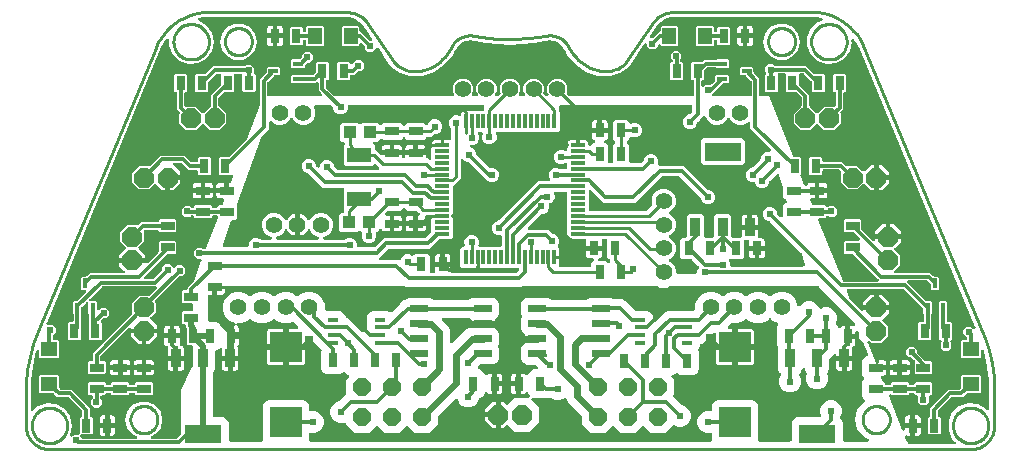
<source format=gbr>
G04 EAGLE Gerber X2 export*
G04 #@! %TF.Part,Single*
G04 #@! %TF.FileFunction,Copper,L1,Top,Mixed*
G04 #@! %TF.FilePolarity,Positive*
G04 #@! %TF.GenerationSoftware,Autodesk,EAGLE,8.6.0*
G04 #@! %TF.CreationDate,2018-03-08T00:53:42Z*
G75*
%MOMM*%
%FSLAX34Y34*%
%LPD*%
%AMOC8*
5,1,8,0,0,1.08239X$1,22.5*%
G01*
%ADD10R,0.800000X1.200000*%
%ADD11R,2.700000X2.550000*%
%ADD12R,2.550000X2.700000*%
%ADD13P,1.649562X8X202.600000*%
%ADD14C,1.422400*%
%ADD15P,1.649562X8X22.500000*%
%ADD16R,0.950000X0.300000*%
%ADD17R,1.550000X0.600000*%
%ADD18R,0.838200X1.600200*%
%ADD19R,3.098800X1.600200*%
%ADD20R,1.200000X0.800000*%
%ADD21P,1.814519X8X202.500000*%
%ADD22R,0.300000X1.200000*%
%ADD23R,1.200000X0.300000*%
%ADD24R,1.100000X1.000000*%
%ADD25R,2.000000X1.300000*%
%ADD26R,0.812800X0.406400*%
%ADD27R,0.406400X0.812800*%
%ADD28P,1.814519X8X112.500000*%
%ADD29P,1.814519X8X292.500000*%
%ADD30R,1.200000X1.400000*%
%ADD31R,1.400000X1.200000*%
%ADD32C,0.254000*%
%ADD33C,0.304800*%
%ADD34C,0.604000*%
%ADD35C,0.609600*%
%ADD36C,0.508000*%
%ADD37C,0.254000*%

G36*
X926250Y114193D02*
X926250Y114193D01*
X926263Y114192D01*
X926407Y114213D01*
X926553Y114232D01*
X926565Y114236D01*
X926578Y114238D01*
X926712Y114295D01*
X926848Y114349D01*
X926859Y114356D01*
X926871Y114361D01*
X926988Y114450D01*
X927106Y114535D01*
X927114Y114546D01*
X927124Y114554D01*
X927215Y114668D01*
X927308Y114780D01*
X927314Y114792D01*
X927322Y114803D01*
X927382Y114937D01*
X927444Y115068D01*
X927446Y115081D01*
X927452Y115093D01*
X927476Y115238D01*
X927504Y115380D01*
X927503Y115394D01*
X927505Y115407D01*
X927493Y115553D01*
X927484Y115698D01*
X927480Y115710D01*
X927479Y115724D01*
X927431Y115862D01*
X927386Y116000D01*
X927379Y116012D01*
X927375Y116024D01*
X927294Y116146D01*
X927216Y116269D01*
X927206Y116278D01*
X927199Y116289D01*
X927086Y116404D01*
X924497Y118736D01*
X921255Y126016D01*
X921255Y133984D01*
X924497Y141264D01*
X930418Y146596D01*
X937997Y149058D01*
X945922Y148225D01*
X952823Y144241D01*
X953512Y143292D01*
X953567Y143234D01*
X953613Y143170D01*
X953675Y143119D01*
X953730Y143060D01*
X953797Y143018D01*
X953858Y142967D01*
X953931Y142933D01*
X953998Y142890D01*
X954074Y142865D01*
X954146Y142831D01*
X954225Y142816D01*
X954301Y142792D01*
X954380Y142787D01*
X954459Y142772D01*
X954538Y142777D01*
X954618Y142772D01*
X954696Y142786D01*
X954776Y142791D01*
X954852Y142816D01*
X954931Y142831D01*
X955003Y142865D01*
X955078Y142889D01*
X955146Y142932D01*
X955218Y142966D01*
X955280Y143017D01*
X955347Y143060D01*
X955402Y143118D01*
X955464Y143169D01*
X955510Y143233D01*
X955565Y143291D01*
X955604Y143361D01*
X955651Y143426D01*
X955680Y143500D01*
X955719Y143570D01*
X955739Y143647D01*
X955768Y143721D01*
X955778Y143801D01*
X955798Y143878D01*
X955808Y144036D01*
X955808Y144037D01*
X955808Y144038D01*
X955808Y160000D01*
X955807Y160013D01*
X955808Y160042D01*
X955538Y168230D01*
X955535Y168250D01*
X955528Y168355D01*
X953379Y184591D01*
X953378Y184594D01*
X953378Y184597D01*
X953346Y184754D01*
X951020Y193389D01*
X950962Y193530D01*
X950906Y193670D01*
X950902Y193676D01*
X950899Y193683D01*
X950808Y193806D01*
X950720Y193927D01*
X950714Y193932D01*
X950709Y193938D01*
X950591Y194034D01*
X950475Y194130D01*
X950468Y194134D01*
X950462Y194138D01*
X950324Y194201D01*
X950187Y194266D01*
X950179Y194267D01*
X950172Y194270D01*
X950023Y194297D01*
X949874Y194326D01*
X949867Y194325D01*
X949859Y194326D01*
X949707Y194315D01*
X949557Y194306D01*
X949550Y194303D01*
X949542Y194303D01*
X949398Y194254D01*
X949255Y194208D01*
X949248Y194204D01*
X949241Y194201D01*
X949114Y194119D01*
X948986Y194038D01*
X948981Y194032D01*
X948974Y194028D01*
X948871Y193916D01*
X948768Y193806D01*
X948764Y193799D01*
X948759Y193794D01*
X948687Y193659D01*
X948614Y193527D01*
X948613Y193520D01*
X948609Y193513D01*
X948573Y193366D01*
X948535Y193220D01*
X948534Y193209D01*
X948533Y193204D01*
X948533Y193193D01*
X948525Y193059D01*
X948525Y188368D01*
X947632Y187475D01*
X932368Y187475D01*
X931475Y188368D01*
X931475Y201632D01*
X932368Y202525D01*
X935584Y202525D01*
X935721Y202542D01*
X935860Y202555D01*
X935879Y202562D01*
X935899Y202565D01*
X936028Y202616D01*
X936159Y202663D01*
X936176Y202674D01*
X936195Y202682D01*
X936308Y202763D01*
X936423Y202841D01*
X936436Y202857D01*
X936452Y202868D01*
X936541Y202976D01*
X936633Y203080D01*
X936642Y203098D01*
X936655Y203113D01*
X936714Y203239D01*
X936778Y203363D01*
X936782Y203383D01*
X936791Y203401D01*
X936817Y203537D01*
X936847Y203673D01*
X936847Y203694D01*
X936851Y203713D01*
X936842Y203852D01*
X936838Y203991D01*
X936832Y204011D01*
X936831Y204031D01*
X936788Y204163D01*
X936749Y204297D01*
X936739Y204314D01*
X936733Y204333D01*
X936658Y204451D01*
X936588Y204571D01*
X936569Y204592D01*
X936563Y204602D01*
X936548Y204616D01*
X936481Y204691D01*
X933855Y207318D01*
X933855Y211082D01*
X936518Y213745D01*
X940282Y213745D01*
X941945Y212082D01*
X942001Y212039D01*
X942051Y211988D01*
X942126Y211942D01*
X942196Y211887D01*
X942261Y211859D01*
X942322Y211822D01*
X942407Y211796D01*
X942488Y211761D01*
X942558Y211750D01*
X942626Y211729D01*
X942715Y211725D01*
X942802Y211711D01*
X942873Y211718D01*
X942944Y211715D01*
X943030Y211733D01*
X943119Y211741D01*
X943186Y211765D01*
X943255Y211780D01*
X943335Y211819D01*
X943418Y211849D01*
X943477Y211889D01*
X943541Y211920D01*
X943608Y211978D01*
X943681Y212027D01*
X943728Y212081D01*
X943782Y212127D01*
X943833Y212199D01*
X943892Y212266D01*
X943924Y212329D01*
X943965Y212387D01*
X943996Y212470D01*
X944036Y212549D01*
X944052Y212618D01*
X944077Y212685D01*
X944086Y212773D01*
X944106Y212859D01*
X944104Y212930D01*
X944111Y213001D01*
X944099Y213089D01*
X944096Y213177D01*
X944076Y213245D01*
X944066Y213316D01*
X944014Y213468D01*
X847001Y446300D01*
X846832Y446705D01*
X846131Y448388D01*
X846122Y448404D01*
X846103Y448449D01*
X844084Y452650D01*
X844073Y452668D01*
X844065Y452687D01*
X843982Y452825D01*
X841300Y456681D01*
X841255Y456730D01*
X841219Y456785D01*
X841149Y456848D01*
X841087Y456917D01*
X841032Y456954D01*
X840982Y456998D01*
X840900Y457042D01*
X840822Y457093D01*
X840759Y457115D01*
X840701Y457146D01*
X840610Y457167D01*
X840521Y457198D01*
X840456Y457203D01*
X840391Y457218D01*
X840298Y457217D01*
X840205Y457224D01*
X840139Y457213D01*
X840073Y457212D01*
X839983Y457187D01*
X839891Y457171D01*
X839830Y457144D01*
X839767Y457127D01*
X839686Y457080D01*
X839600Y457042D01*
X839548Y457001D01*
X839491Y456968D01*
X839424Y456903D01*
X839351Y456845D01*
X839311Y456792D01*
X839264Y456746D01*
X839215Y456666D01*
X839159Y456591D01*
X839133Y456530D01*
X839099Y456474D01*
X839072Y456384D01*
X839035Y456298D01*
X839026Y456233D01*
X839006Y456169D01*
X839002Y456076D01*
X838989Y455984D01*
X838996Y455918D01*
X838993Y455852D01*
X839016Y455692D01*
X839163Y455000D01*
X837507Y447206D01*
X832823Y440759D01*
X825922Y436775D01*
X817997Y435942D01*
X810418Y438404D01*
X804497Y443736D01*
X801255Y451016D01*
X801255Y458984D01*
X804497Y466264D01*
X810418Y471596D01*
X813812Y472699D01*
X813826Y472705D01*
X813841Y472708D01*
X813969Y472773D01*
X814099Y472834D01*
X814111Y472844D01*
X814125Y472851D01*
X814234Y472945D01*
X814344Y473037D01*
X814354Y473049D01*
X814365Y473059D01*
X814447Y473177D01*
X814531Y473294D01*
X814537Y473308D01*
X814546Y473321D01*
X814596Y473455D01*
X814649Y473589D01*
X814651Y473605D01*
X814656Y473619D01*
X814671Y473762D01*
X814689Y473905D01*
X814687Y473920D01*
X814688Y473935D01*
X814667Y474078D01*
X814649Y474221D01*
X814643Y474235D01*
X814641Y474250D01*
X814585Y474383D01*
X814532Y474516D01*
X814523Y474529D01*
X814517Y474543D01*
X814429Y474658D01*
X814345Y474774D01*
X814334Y474783D01*
X814324Y474796D01*
X814211Y474885D01*
X814101Y474977D01*
X814087Y474983D01*
X814075Y474993D01*
X813943Y475051D01*
X813813Y475112D01*
X813798Y475115D01*
X813784Y475121D01*
X813627Y475158D01*
X809805Y475791D01*
X809782Y475792D01*
X809758Y475798D01*
X809598Y475808D01*
X692086Y475808D01*
X692023Y475800D01*
X691959Y475802D01*
X691866Y475780D01*
X691771Y475768D01*
X691711Y475745D01*
X691649Y475731D01*
X691614Y475712D01*
X689919Y475806D01*
X689900Y475805D01*
X689848Y475808D01*
X689426Y475808D01*
X689414Y475807D01*
X689387Y475808D01*
X686708Y475725D01*
X686625Y475711D01*
X686541Y475708D01*
X686403Y475676D01*
X686394Y475675D01*
X686391Y475674D01*
X686384Y475672D01*
X680751Y473987D01*
X680624Y473931D01*
X680495Y473879D01*
X680471Y473864D01*
X680460Y473859D01*
X680444Y473846D01*
X680360Y473792D01*
X675632Y470296D01*
X675571Y470238D01*
X675504Y470187D01*
X675409Y470083D01*
X675402Y470076D01*
X675400Y470073D01*
X675395Y470068D01*
X673553Y467764D01*
X673541Y467745D01*
X673488Y467675D01*
X668250Y459818D01*
X668244Y459805D01*
X668235Y459795D01*
X668173Y459664D01*
X668108Y459533D01*
X668105Y459520D01*
X668099Y459507D01*
X668072Y459364D01*
X668041Y459222D01*
X668042Y459208D01*
X668039Y459194D01*
X668048Y459050D01*
X668054Y458905D01*
X668058Y458891D01*
X668059Y458877D01*
X668104Y458739D01*
X668145Y458600D01*
X668153Y458588D01*
X668157Y458575D01*
X668235Y458452D01*
X668310Y458328D01*
X668320Y458318D01*
X668327Y458306D01*
X668433Y458207D01*
X668536Y458105D01*
X668549Y458098D01*
X668559Y458088D01*
X668685Y458018D01*
X668811Y457945D01*
X668825Y457941D01*
X668837Y457934D01*
X668977Y457898D01*
X669117Y457859D01*
X669132Y457858D01*
X669145Y457855D01*
X669306Y457845D01*
X670307Y457845D01*
X670406Y457857D01*
X670505Y457860D01*
X670563Y457877D01*
X670623Y457885D01*
X670715Y457921D01*
X670810Y457949D01*
X670862Y457979D01*
X670919Y458002D01*
X670999Y458060D01*
X671084Y458110D01*
X671159Y458176D01*
X671176Y458188D01*
X671184Y458198D01*
X671205Y458216D01*
X676037Y463049D01*
X676206Y463049D01*
X676324Y463064D01*
X676443Y463071D01*
X676481Y463084D01*
X676522Y463089D01*
X676632Y463132D01*
X676745Y463169D01*
X676780Y463191D01*
X676817Y463206D01*
X676913Y463275D01*
X677014Y463339D01*
X677042Y463369D01*
X677075Y463392D01*
X677151Y463484D01*
X677232Y463571D01*
X677252Y463606D01*
X677277Y463637D01*
X677328Y463745D01*
X677386Y463849D01*
X677396Y463889D01*
X677413Y463925D01*
X677435Y464042D01*
X677465Y464157D01*
X677469Y464217D01*
X677473Y464237D01*
X677471Y464258D01*
X677475Y464318D01*
X677475Y467632D01*
X678368Y468525D01*
X691632Y468525D01*
X692525Y467632D01*
X692525Y452368D01*
X691632Y451475D01*
X678368Y451475D01*
X677311Y452532D01*
X677202Y452617D01*
X677095Y452706D01*
X677076Y452715D01*
X677060Y452727D01*
X676933Y452782D01*
X676807Y452842D01*
X676787Y452845D01*
X676768Y452854D01*
X676630Y452875D01*
X676494Y452901D01*
X676474Y452900D01*
X676454Y452903D01*
X676315Y452890D01*
X676177Y452882D01*
X676158Y452875D01*
X676138Y452874D01*
X676006Y452826D01*
X675875Y452784D01*
X675857Y452773D01*
X675838Y452766D01*
X675723Y452688D01*
X675606Y452613D01*
X675592Y452599D01*
X675575Y452587D01*
X675483Y452483D01*
X675388Y452382D01*
X675378Y452364D01*
X675365Y452349D01*
X675301Y452225D01*
X675234Y452103D01*
X675229Y452084D01*
X675220Y452066D01*
X675190Y451930D01*
X675155Y451795D01*
X675153Y451767D01*
X675150Y451755D01*
X675151Y451735D01*
X675145Y451635D01*
X675145Y451418D01*
X672482Y448755D01*
X668718Y448755D01*
X666055Y451418D01*
X666055Y452334D01*
X666042Y452438D01*
X666038Y452543D01*
X666022Y452596D01*
X666015Y452650D01*
X665977Y452747D01*
X665947Y452848D01*
X665918Y452895D01*
X665898Y452945D01*
X665837Y453030D01*
X665782Y453120D01*
X665744Y453159D01*
X665712Y453203D01*
X665631Y453270D01*
X665556Y453343D01*
X665508Y453371D01*
X665467Y453405D01*
X665372Y453450D01*
X665281Y453503D01*
X665228Y453518D01*
X665179Y453541D01*
X665076Y453561D01*
X664974Y453589D01*
X664920Y453591D01*
X664867Y453601D01*
X664762Y453594D01*
X664657Y453597D01*
X664603Y453584D01*
X664549Y453581D01*
X664449Y453549D01*
X664347Y453525D01*
X664298Y453500D01*
X664247Y453483D01*
X664158Y453427D01*
X664064Y453378D01*
X664024Y453342D01*
X663978Y453313D01*
X663906Y453236D01*
X663828Y453166D01*
X663775Y453097D01*
X663760Y453081D01*
X663753Y453068D01*
X663730Y453038D01*
X652233Y435793D01*
X650896Y433788D01*
X643384Y428233D01*
X634432Y425556D01*
X632026Y425689D01*
X629768Y425815D01*
X628534Y425883D01*
X628533Y425883D01*
X627509Y425940D01*
X624459Y426110D01*
X614371Y429472D01*
X605524Y435370D01*
X598540Y443389D01*
X596361Y447896D01*
X596226Y448176D01*
X596214Y448194D01*
X596177Y448268D01*
X595107Y450083D01*
X595061Y450143D01*
X595023Y450209D01*
X594917Y450331D01*
X591966Y453321D01*
X591866Y453400D01*
X591770Y453484D01*
X591730Y453507D01*
X591717Y453517D01*
X591696Y453526D01*
X591631Y453565D01*
X587873Y455443D01*
X587753Y455486D01*
X587635Y455534D01*
X587590Y455543D01*
X587573Y455549D01*
X587551Y455551D01*
X587477Y455566D01*
X583314Y456132D01*
X583238Y456133D01*
X583163Y456143D01*
X583002Y456136D01*
X580908Y455902D01*
X580887Y455897D01*
X580805Y455886D01*
X580621Y455850D01*
X578585Y455452D01*
X570651Y453900D01*
X550000Y452568D01*
X529349Y453900D01*
X521415Y455452D01*
X519195Y455886D01*
X519173Y455888D01*
X519092Y455902D01*
X516998Y456136D01*
X516922Y456135D01*
X516846Y456144D01*
X516686Y456132D01*
X512523Y455566D01*
X512400Y455533D01*
X512275Y455506D01*
X512233Y455488D01*
X512216Y455484D01*
X512197Y455473D01*
X512127Y455443D01*
X508369Y453565D01*
X508263Y453494D01*
X508154Y453428D01*
X508120Y453398D01*
X508105Y453388D01*
X508090Y453372D01*
X508034Y453321D01*
X505083Y450331D01*
X505037Y450270D01*
X504983Y450217D01*
X504893Y450083D01*
X503823Y448268D01*
X503814Y448248D01*
X503774Y448176D01*
X503563Y447740D01*
X501460Y443389D01*
X494476Y435371D01*
X485629Y429472D01*
X475541Y426110D01*
X472491Y425940D01*
X470326Y425820D01*
X470232Y425815D01*
X467974Y425689D01*
X465568Y425556D01*
X456616Y428233D01*
X449104Y433788D01*
X447767Y435793D01*
X447053Y436864D01*
X446512Y437675D01*
X446182Y438171D01*
X438670Y449438D01*
X438601Y449518D01*
X438540Y449603D01*
X438498Y449637D01*
X438462Y449679D01*
X438376Y449738D01*
X438295Y449806D01*
X438245Y449829D01*
X438200Y449860D01*
X438102Y449896D01*
X438007Y449941D01*
X437953Y449951D01*
X437902Y449970D01*
X437798Y449981D01*
X437694Y450001D01*
X437640Y449997D01*
X437586Y450003D01*
X437482Y449988D01*
X437377Y449981D01*
X437325Y449964D01*
X437271Y449956D01*
X437175Y449915D01*
X437075Y449883D01*
X437028Y449854D01*
X436978Y449833D01*
X436895Y449769D01*
X436806Y449713D01*
X436768Y449673D01*
X436725Y449640D01*
X436660Y449558D01*
X436588Y449481D01*
X436563Y449435D01*
X433682Y446555D01*
X429918Y446555D01*
X427255Y449218D01*
X427255Y450807D01*
X427243Y450906D01*
X427240Y451005D01*
X427223Y451063D01*
X427215Y451123D01*
X427179Y451215D01*
X427151Y451310D01*
X427121Y451362D01*
X427098Y451419D01*
X427040Y451499D01*
X426990Y451584D01*
X426924Y451659D01*
X426912Y451676D01*
X426902Y451684D01*
X426884Y451705D01*
X424691Y453897D01*
X424582Y453982D01*
X424475Y454071D01*
X424456Y454079D01*
X424440Y454092D01*
X424312Y454147D01*
X424187Y454206D01*
X424167Y454210D01*
X424148Y454218D01*
X424010Y454240D01*
X423874Y454266D01*
X423854Y454265D01*
X423834Y454268D01*
X423695Y454255D01*
X423557Y454246D01*
X423538Y454240D01*
X423518Y454238D01*
X423386Y454191D01*
X423255Y454148D01*
X423237Y454138D01*
X423218Y454131D01*
X423103Y454052D01*
X422986Y453978D01*
X422972Y453963D01*
X422955Y453952D01*
X422863Y453848D01*
X422768Y453747D01*
X422758Y453729D01*
X422745Y453714D01*
X422681Y453590D01*
X422614Y453468D01*
X422609Y453449D01*
X422600Y453430D01*
X422570Y453295D01*
X422535Y453160D01*
X422533Y453132D01*
X422530Y453120D01*
X422531Y453100D01*
X422525Y452999D01*
X422525Y452368D01*
X421632Y451475D01*
X408368Y451475D01*
X407475Y452368D01*
X407475Y467632D01*
X408368Y468525D01*
X421632Y468525D01*
X422525Y467632D01*
X422525Y464318D01*
X422540Y464200D01*
X422547Y464081D01*
X422560Y464043D01*
X422565Y464002D01*
X422608Y463892D01*
X422645Y463779D01*
X422667Y463744D01*
X422682Y463707D01*
X422751Y463611D01*
X422815Y463510D01*
X422845Y463482D01*
X422868Y463449D01*
X422960Y463373D01*
X423047Y463292D01*
X423082Y463272D01*
X423113Y463247D01*
X423221Y463196D01*
X423325Y463138D01*
X423365Y463128D01*
X423401Y463111D01*
X423518Y463089D01*
X423633Y463059D01*
X423693Y463055D01*
X423713Y463051D01*
X423734Y463053D01*
X423794Y463049D01*
X424163Y463049D01*
X431195Y456016D01*
X431273Y455956D01*
X431345Y455888D01*
X431398Y455859D01*
X431446Y455822D01*
X431537Y455782D01*
X431624Y455734D01*
X431683Y455719D01*
X431738Y455695D01*
X431836Y455680D01*
X431932Y455655D01*
X432032Y455649D01*
X432052Y455645D01*
X432065Y455647D01*
X432093Y455645D01*
X432161Y455645D01*
X432175Y455647D01*
X432189Y455645D01*
X432332Y455666D01*
X432476Y455685D01*
X432489Y455690D01*
X432503Y455692D01*
X432637Y455748D01*
X432772Y455802D01*
X432783Y455810D01*
X432796Y455815D01*
X432912Y455903D01*
X433029Y455988D01*
X433038Y455999D01*
X433050Y456008D01*
X433140Y456122D01*
X433232Y456233D01*
X433238Y456246D01*
X433247Y456257D01*
X433306Y456390D01*
X433368Y456521D01*
X433370Y456535D01*
X433376Y456548D01*
X433400Y456691D01*
X433427Y456833D01*
X433427Y456848D01*
X433429Y456861D01*
X433417Y457006D01*
X433408Y457151D01*
X433403Y457164D01*
X433402Y457178D01*
X433354Y457316D01*
X433310Y457453D01*
X433302Y457465D01*
X433297Y457479D01*
X433217Y457618D01*
X427767Y465793D01*
X426512Y467675D01*
X426498Y467691D01*
X426447Y467763D01*
X424605Y470068D01*
X424544Y470127D01*
X424491Y470192D01*
X424383Y470283D01*
X424376Y470290D01*
X424373Y470291D01*
X424368Y470296D01*
X419640Y473792D01*
X419519Y473860D01*
X419400Y473931D01*
X419374Y473941D01*
X419363Y473947D01*
X419343Y473953D01*
X419249Y473987D01*
X413616Y475672D01*
X413533Y475686D01*
X413452Y475709D01*
X413312Y475723D01*
X413302Y475724D01*
X413299Y475724D01*
X413292Y475725D01*
X410613Y475808D01*
X410601Y475807D01*
X410574Y475808D01*
X410152Y475808D01*
X410133Y475806D01*
X410081Y475806D01*
X408393Y475713D01*
X408382Y475719D01*
X408290Y475742D01*
X408200Y475776D01*
X408136Y475782D01*
X408074Y475798D01*
X407914Y475808D01*
X290402Y475808D01*
X290379Y475805D01*
X290355Y475807D01*
X290195Y475791D01*
X286918Y475248D01*
X286878Y475236D01*
X286836Y475232D01*
X286726Y475191D01*
X286613Y475157D01*
X286577Y475136D01*
X286538Y475121D01*
X286441Y475054D01*
X286341Y474993D01*
X286311Y474964D01*
X286277Y474940D01*
X286200Y474851D01*
X286117Y474767D01*
X286096Y474731D01*
X286069Y474699D01*
X286017Y474594D01*
X285957Y474492D01*
X285946Y474452D01*
X285927Y474414D01*
X285903Y474299D01*
X285871Y474186D01*
X285870Y474144D01*
X285861Y474103D01*
X285866Y473986D01*
X285863Y473868D01*
X285872Y473827D01*
X285874Y473786D01*
X285908Y473673D01*
X285934Y473558D01*
X285954Y473521D01*
X285966Y473481D01*
X286026Y473380D01*
X286080Y473276D01*
X286108Y473245D01*
X286130Y473209D01*
X286214Y473126D01*
X286292Y473039D01*
X286327Y473015D01*
X286357Y472986D01*
X286491Y472897D01*
X292823Y469241D01*
X297507Y462794D01*
X299163Y455000D01*
X297507Y447206D01*
X292823Y440759D01*
X285922Y436775D01*
X277997Y435942D01*
X270418Y438404D01*
X264497Y443736D01*
X261255Y451016D01*
X261255Y456307D01*
X261244Y456399D01*
X261242Y456491D01*
X261224Y456556D01*
X261216Y456622D01*
X261182Y456708D01*
X261157Y456798D01*
X261123Y456856D01*
X261099Y456918D01*
X261044Y456993D01*
X260998Y457073D01*
X260951Y457121D01*
X260912Y457175D01*
X260840Y457234D01*
X260776Y457301D01*
X260718Y457335D01*
X260667Y457378D01*
X260583Y457418D01*
X260504Y457466D01*
X260440Y457485D01*
X260379Y457514D01*
X260288Y457531D01*
X260199Y457558D01*
X260132Y457561D01*
X260067Y457574D01*
X259974Y457568D01*
X259882Y457572D01*
X259816Y457558D01*
X259749Y457554D01*
X259661Y457525D01*
X259570Y457506D01*
X259510Y457476D01*
X259447Y457456D01*
X259368Y457406D01*
X259285Y457365D01*
X259235Y457321D01*
X259178Y457286D01*
X259114Y457218D01*
X259044Y457158D01*
X258972Y457067D01*
X258960Y457054D01*
X258956Y457046D01*
X258944Y457032D01*
X256018Y452825D01*
X256008Y452806D01*
X255995Y452790D01*
X255916Y452650D01*
X253897Y448449D01*
X253891Y448432D01*
X253869Y448388D01*
X252999Y446300D01*
X157542Y217202D01*
X157528Y217153D01*
X157507Y217107D01*
X157486Y217000D01*
X157457Y216896D01*
X157456Y216845D01*
X157447Y216794D01*
X157454Y216686D01*
X157452Y216578D01*
X157463Y216528D01*
X157467Y216477D01*
X157500Y216374D01*
X157525Y216268D01*
X157549Y216223D01*
X157565Y216175D01*
X157623Y216083D01*
X157673Y215987D01*
X157708Y215949D01*
X157735Y215906D01*
X157814Y215831D01*
X157887Y215751D01*
X157929Y215723D01*
X157966Y215688D01*
X158062Y215635D01*
X158152Y215576D01*
X158200Y215559D01*
X158245Y215534D01*
X158350Y215507D01*
X158453Y215472D01*
X158504Y215468D01*
X158553Y215455D01*
X158714Y215445D01*
X162782Y215445D01*
X165445Y212782D01*
X165445Y209018D01*
X163420Y206993D01*
X163360Y206915D01*
X163292Y206843D01*
X163263Y206790D01*
X163226Y206742D01*
X163186Y206651D01*
X163138Y206564D01*
X163123Y206506D01*
X163099Y206450D01*
X163084Y206352D01*
X163059Y206256D01*
X163053Y206156D01*
X163049Y206136D01*
X163051Y206124D01*
X163049Y206096D01*
X163049Y203794D01*
X163064Y203676D01*
X163071Y203557D01*
X163084Y203519D01*
X163089Y203478D01*
X163132Y203368D01*
X163169Y203255D01*
X163191Y203220D01*
X163206Y203183D01*
X163275Y203087D01*
X163339Y202986D01*
X163369Y202958D01*
X163392Y202925D01*
X163484Y202849D01*
X163571Y202768D01*
X163606Y202748D01*
X163637Y202723D01*
X163745Y202672D01*
X163849Y202614D01*
X163889Y202604D01*
X163925Y202587D01*
X164042Y202565D01*
X164157Y202535D01*
X164217Y202531D01*
X164237Y202527D01*
X164258Y202529D01*
X164318Y202525D01*
X167632Y202525D01*
X168525Y201632D01*
X168525Y188368D01*
X167632Y187475D01*
X152368Y187475D01*
X151475Y188368D01*
X151475Y193059D01*
X151456Y193209D01*
X151439Y193360D01*
X151436Y193367D01*
X151435Y193374D01*
X151380Y193515D01*
X151326Y193657D01*
X151321Y193663D01*
X151318Y193670D01*
X151230Y193792D01*
X151142Y193916D01*
X151136Y193921D01*
X151132Y193927D01*
X151015Y194024D01*
X150899Y194122D01*
X150892Y194125D01*
X150887Y194130D01*
X150751Y194194D01*
X150613Y194261D01*
X150606Y194262D01*
X150599Y194266D01*
X150450Y194294D01*
X150302Y194324D01*
X150294Y194324D01*
X150287Y194326D01*
X150135Y194316D01*
X149984Y194309D01*
X149977Y194306D01*
X149969Y194306D01*
X149825Y194259D01*
X149680Y194214D01*
X149674Y194210D01*
X149667Y194208D01*
X149538Y194127D01*
X149410Y194047D01*
X149404Y194042D01*
X149398Y194038D01*
X149294Y193927D01*
X149189Y193818D01*
X149185Y193812D01*
X149180Y193806D01*
X149107Y193673D01*
X149032Y193542D01*
X149029Y193532D01*
X149026Y193527D01*
X149024Y193516D01*
X148980Y193389D01*
X146654Y184754D01*
X146654Y184751D01*
X146652Y184749D01*
X146621Y184591D01*
X144472Y168355D01*
X144472Y168335D01*
X144462Y168230D01*
X144192Y160042D01*
X144194Y160029D01*
X144192Y160000D01*
X144192Y143840D01*
X144205Y143735D01*
X144209Y143629D01*
X144225Y143578D01*
X144232Y143525D01*
X144271Y143426D01*
X144301Y143325D01*
X144329Y143279D01*
X144349Y143229D01*
X144411Y143143D01*
X144466Y143053D01*
X144504Y143015D01*
X144535Y142972D01*
X144617Y142904D01*
X144693Y142830D01*
X144739Y142803D01*
X144780Y142769D01*
X144876Y142724D01*
X144968Y142671D01*
X145020Y142656D01*
X145068Y142633D01*
X145172Y142613D01*
X145274Y142585D01*
X145328Y142584D01*
X145380Y142574D01*
X145486Y142580D01*
X145592Y142578D01*
X145645Y142590D01*
X145698Y142593D01*
X145799Y142626D01*
X145902Y142650D01*
X145949Y142675D01*
X146000Y142691D01*
X146090Y142748D01*
X146184Y142797D01*
X146251Y142850D01*
X146269Y142862D01*
X146280Y142873D01*
X146310Y142897D01*
X150418Y146596D01*
X157997Y149058D01*
X165922Y148225D01*
X172823Y144241D01*
X177507Y137794D01*
X179163Y130000D01*
X177460Y121988D01*
X177451Y121876D01*
X177433Y121764D01*
X177438Y121718D01*
X177434Y121671D01*
X177452Y121560D01*
X177463Y121448D01*
X177479Y121404D01*
X177487Y121357D01*
X177532Y121255D01*
X177571Y121148D01*
X177597Y121110D01*
X177616Y121067D01*
X177686Y120979D01*
X177749Y120885D01*
X177784Y120854D01*
X177813Y120818D01*
X177903Y120749D01*
X177988Y120675D01*
X178029Y120654D01*
X178067Y120625D01*
X178171Y120581D01*
X178271Y120530D01*
X178317Y120520D01*
X178360Y120502D01*
X178471Y120485D01*
X178581Y120461D01*
X178628Y120462D01*
X178674Y120455D01*
X178786Y120467D01*
X178899Y120470D01*
X178944Y120483D01*
X178991Y120488D01*
X179096Y120527D01*
X179205Y120559D01*
X179245Y120582D01*
X179289Y120599D01*
X179381Y120663D01*
X179479Y120720D01*
X179533Y120768D01*
X179550Y120780D01*
X179562Y120794D01*
X179599Y120827D01*
X180718Y121945D01*
X184206Y121945D01*
X184324Y121960D01*
X184443Y121967D01*
X184481Y121980D01*
X184522Y121985D01*
X184632Y122028D01*
X184745Y122065D01*
X184780Y122087D01*
X184817Y122102D01*
X184913Y122171D01*
X185014Y122235D01*
X185042Y122265D01*
X185075Y122288D01*
X185151Y122380D01*
X185232Y122467D01*
X185252Y122502D01*
X185277Y122533D01*
X185328Y122641D01*
X185386Y122745D01*
X185396Y122785D01*
X185413Y122821D01*
X185435Y122938D01*
X185465Y123053D01*
X185469Y123113D01*
X185473Y123133D01*
X185471Y123154D01*
X185475Y123214D01*
X185475Y136632D01*
X186368Y137525D01*
X186682Y137525D01*
X186800Y137540D01*
X186919Y137547D01*
X186957Y137560D01*
X186998Y137565D01*
X187108Y137608D01*
X187221Y137645D01*
X187256Y137667D01*
X187293Y137682D01*
X187389Y137751D01*
X187490Y137815D01*
X187518Y137845D01*
X187551Y137868D01*
X187627Y137960D01*
X187708Y138047D01*
X187728Y138082D01*
X187753Y138113D01*
X187804Y138221D01*
X187862Y138325D01*
X187872Y138365D01*
X187889Y138401D01*
X187911Y138518D01*
X187941Y138633D01*
X187945Y138693D01*
X187949Y138713D01*
X187947Y138734D01*
X187951Y138794D01*
X187951Y141557D01*
X187939Y141655D01*
X187936Y141754D01*
X187919Y141813D01*
X187911Y141873D01*
X187875Y141965D01*
X187847Y142060D01*
X187817Y142112D01*
X187794Y142168D01*
X187736Y142248D01*
X187686Y142334D01*
X187620Y142409D01*
X187608Y142426D01*
X187598Y142433D01*
X187580Y142455D01*
X176240Y153795D01*
X176161Y153855D01*
X176089Y153923D01*
X176036Y153952D01*
X175988Y153989D01*
X175897Y154029D01*
X175811Y154077D01*
X175752Y154092D01*
X175696Y154116D01*
X175599Y154131D01*
X175503Y154156D01*
X175403Y154162D01*
X175382Y154166D01*
X175370Y154164D01*
X175342Y154166D01*
X166522Y154166D01*
X163585Y157104D01*
X163507Y157164D01*
X163435Y157232D01*
X163382Y157261D01*
X163334Y157298D01*
X163243Y157338D01*
X163156Y157386D01*
X163097Y157401D01*
X163042Y157425D01*
X162944Y157440D01*
X162848Y157465D01*
X162748Y157471D01*
X162728Y157475D01*
X162715Y157473D01*
X162687Y157475D01*
X152368Y157475D01*
X151475Y158368D01*
X151475Y171632D01*
X152368Y172525D01*
X167632Y172525D01*
X168525Y171632D01*
X168525Y161533D01*
X168540Y161415D01*
X168547Y161296D01*
X168560Y161258D01*
X168565Y161217D01*
X168608Y161107D01*
X168645Y160994D01*
X168667Y160959D01*
X168682Y160922D01*
X168751Y160826D01*
X168815Y160725D01*
X168845Y160697D01*
X168868Y160664D01*
X168960Y160588D01*
X169047Y160507D01*
X169082Y160487D01*
X169113Y160462D01*
X169221Y160411D01*
X169325Y160353D01*
X169365Y160343D01*
X169401Y160326D01*
X169518Y160304D01*
X169633Y160274D01*
X169693Y160270D01*
X169713Y160266D01*
X169734Y160268D01*
X169794Y160264D01*
X178394Y160264D01*
X194049Y144609D01*
X194049Y138794D01*
X194064Y138676D01*
X194071Y138557D01*
X194084Y138519D01*
X194089Y138478D01*
X194132Y138368D01*
X194169Y138255D01*
X194191Y138220D01*
X194206Y138183D01*
X194275Y138087D01*
X194339Y137986D01*
X194369Y137958D01*
X194392Y137925D01*
X194484Y137849D01*
X194571Y137768D01*
X194606Y137748D01*
X194637Y137723D01*
X194745Y137672D01*
X194849Y137614D01*
X194889Y137604D01*
X194925Y137587D01*
X195042Y137565D01*
X195157Y137535D01*
X195217Y137531D01*
X195237Y137527D01*
X195258Y137529D01*
X195318Y137525D01*
X195632Y137525D01*
X196525Y136632D01*
X196525Y123368D01*
X195632Y122475D01*
X187016Y122475D01*
X186878Y122458D01*
X186740Y122445D01*
X186721Y122438D01*
X186701Y122435D01*
X186572Y122384D01*
X186441Y122337D01*
X186424Y122326D01*
X186405Y122318D01*
X186293Y122237D01*
X186177Y122159D01*
X186164Y122143D01*
X186148Y122132D01*
X186059Y122024D01*
X185967Y121920D01*
X185958Y121902D01*
X185945Y121887D01*
X185886Y121761D01*
X185822Y121637D01*
X185818Y121617D01*
X185809Y121599D01*
X185783Y121462D01*
X185753Y121327D01*
X185753Y121306D01*
X185749Y121287D01*
X185758Y121148D01*
X185762Y121009D01*
X185768Y120989D01*
X185769Y120969D01*
X185812Y120837D01*
X185851Y120703D01*
X185861Y120686D01*
X185867Y120667D01*
X185942Y120549D01*
X186012Y120429D01*
X186031Y120408D01*
X186037Y120398D01*
X186052Y120384D01*
X186119Y120309D01*
X187292Y119135D01*
X187370Y119075D01*
X187442Y119007D01*
X187495Y118978D01*
X187543Y118941D01*
X187634Y118901D01*
X187721Y118853D01*
X187779Y118838D01*
X187835Y118814D01*
X187933Y118799D01*
X188029Y118774D01*
X188129Y118768D01*
X188149Y118764D01*
X188161Y118766D01*
X188189Y118764D01*
X232968Y118764D01*
X233002Y118768D01*
X233036Y118766D01*
X233160Y118788D01*
X233284Y118804D01*
X233316Y118816D01*
X233349Y118822D01*
X233463Y118875D01*
X233580Y118921D01*
X233607Y118941D01*
X233638Y118955D01*
X233736Y119034D01*
X233837Y119107D01*
X233859Y119134D01*
X233885Y119155D01*
X233960Y119256D01*
X234040Y119352D01*
X234054Y119383D01*
X234075Y119411D01*
X234122Y119527D01*
X234175Y119640D01*
X234182Y119674D01*
X234195Y119705D01*
X234212Y119830D01*
X234235Y119952D01*
X234233Y119987D01*
X234238Y120021D01*
X234223Y120145D01*
X234215Y120270D01*
X234205Y120302D01*
X234201Y120336D01*
X234156Y120453D01*
X234117Y120572D01*
X234099Y120601D01*
X234087Y120633D01*
X234014Y120735D01*
X233947Y120841D01*
X233922Y120865D01*
X233902Y120892D01*
X233807Y120973D01*
X233716Y121059D01*
X233686Y121076D01*
X233659Y121098D01*
X233519Y121177D01*
X230237Y122757D01*
X225892Y128206D01*
X224341Y135000D01*
X225892Y141794D01*
X230237Y147243D01*
X236516Y150266D01*
X243484Y150266D01*
X249763Y147243D01*
X254108Y141794D01*
X255659Y135000D01*
X254108Y128206D01*
X249763Y122757D01*
X246481Y121177D01*
X246452Y121158D01*
X246420Y121145D01*
X246319Y121072D01*
X246214Y121004D01*
X246191Y120979D01*
X246163Y120959D01*
X246083Y120862D01*
X245998Y120770D01*
X245982Y120740D01*
X245960Y120714D01*
X245907Y120600D01*
X245847Y120490D01*
X245839Y120457D01*
X245825Y120426D01*
X245801Y120303D01*
X245771Y120181D01*
X245771Y120147D01*
X245765Y120113D01*
X245773Y119989D01*
X245774Y119863D01*
X245783Y119830D01*
X245785Y119796D01*
X245823Y119677D01*
X245855Y119556D01*
X245872Y119526D01*
X245883Y119494D01*
X245950Y119388D01*
X246011Y119279D01*
X246035Y119254D01*
X246053Y119225D01*
X246144Y119139D01*
X246231Y119048D01*
X246260Y119030D01*
X246284Y119007D01*
X246394Y118946D01*
X246500Y118880D01*
X246533Y118870D01*
X246563Y118853D01*
X246684Y118822D01*
X246804Y118784D01*
X246838Y118782D01*
X246871Y118774D01*
X247032Y118764D01*
X267526Y118764D01*
X267625Y118776D01*
X267724Y118779D01*
X267782Y118796D01*
X267842Y118804D01*
X267934Y118840D01*
X268029Y118868D01*
X268081Y118898D01*
X268138Y118921D01*
X268218Y118979D01*
X268303Y119029D01*
X268378Y119095D01*
X268395Y119107D01*
X268403Y119117D01*
X268424Y119135D01*
X270898Y121609D01*
X270958Y121687D01*
X271026Y121759D01*
X271055Y121812D01*
X271092Y121860D01*
X271132Y121951D01*
X271180Y122038D01*
X271195Y122096D01*
X271219Y122152D01*
X271234Y122250D01*
X271259Y122346D01*
X271265Y122446D01*
X271269Y122466D01*
X271267Y122479D01*
X271269Y122507D01*
X271269Y159700D01*
X281135Y179432D01*
X281153Y179484D01*
X281180Y179531D01*
X281206Y179633D01*
X281241Y179732D01*
X281245Y179787D01*
X281259Y179839D01*
X281269Y180000D01*
X281269Y197206D01*
X281254Y197324D01*
X281247Y197443D01*
X281234Y197481D01*
X281229Y197522D01*
X281186Y197632D01*
X281149Y197745D01*
X281127Y197780D01*
X281112Y197817D01*
X281043Y197913D01*
X280979Y198014D01*
X280949Y198042D01*
X280926Y198075D01*
X280834Y198151D01*
X280747Y198232D01*
X280712Y198252D01*
X280681Y198277D01*
X280573Y198328D01*
X280469Y198386D01*
X280429Y198396D01*
X280393Y198413D01*
X280276Y198435D01*
X280161Y198465D01*
X280101Y198469D01*
X280081Y198473D01*
X280060Y198471D01*
X280000Y198475D01*
X277168Y198475D01*
X276275Y199368D01*
X276275Y211851D01*
X276263Y211949D01*
X276260Y212048D01*
X276243Y212106D01*
X276235Y212166D01*
X276199Y212258D01*
X276171Y212353D01*
X276141Y212405D01*
X276118Y212462D01*
X276060Y212542D01*
X276010Y212627D01*
X275944Y212703D01*
X275935Y212714D01*
X275935Y214306D01*
X275920Y214424D01*
X275913Y214543D01*
X275900Y214581D01*
X275895Y214622D01*
X275852Y214732D01*
X275815Y214845D01*
X275793Y214880D01*
X275778Y214917D01*
X275709Y215013D01*
X275645Y215114D01*
X275615Y215142D01*
X275592Y215175D01*
X275500Y215251D01*
X275413Y215332D01*
X275378Y215352D01*
X275347Y215377D01*
X275239Y215428D01*
X275135Y215486D01*
X275095Y215496D01*
X275059Y215513D01*
X274942Y215535D01*
X274827Y215565D01*
X274767Y215569D01*
X274747Y215573D01*
X274726Y215571D01*
X274666Y215575D01*
X273368Y215575D01*
X272475Y216468D01*
X272475Y225732D01*
X273368Y226625D01*
X280000Y226625D01*
X280118Y226640D01*
X280237Y226647D01*
X280275Y226660D01*
X280316Y226665D01*
X280426Y226708D01*
X280539Y226745D01*
X280574Y226767D01*
X280611Y226782D01*
X280707Y226851D01*
X280808Y226915D01*
X280836Y226945D01*
X280869Y226968D01*
X280945Y227060D01*
X281026Y227147D01*
X281046Y227182D01*
X281071Y227213D01*
X281122Y227321D01*
X281180Y227425D01*
X281190Y227465D01*
X281207Y227501D01*
X281229Y227618D01*
X281259Y227733D01*
X281263Y227793D01*
X281267Y227813D01*
X281265Y227834D01*
X281269Y227894D01*
X281269Y232306D01*
X281254Y232424D01*
X281247Y232543D01*
X281234Y232581D01*
X281229Y232622D01*
X281186Y232732D01*
X281149Y232845D01*
X281127Y232880D01*
X281112Y232917D01*
X281043Y233013D01*
X280979Y233114D01*
X280949Y233142D01*
X280926Y233175D01*
X280834Y233251D01*
X280747Y233332D01*
X280712Y233352D01*
X280681Y233377D01*
X280573Y233428D01*
X280469Y233486D01*
X280429Y233496D01*
X280393Y233513D01*
X280276Y233535D01*
X280161Y233565D01*
X280101Y233569D01*
X280081Y233573D01*
X280060Y233571D01*
X280000Y233575D01*
X273368Y233575D01*
X272475Y234468D01*
X272475Y243732D01*
X273368Y244625D01*
X275682Y244625D01*
X275800Y244640D01*
X275919Y244647D01*
X275957Y244660D01*
X275998Y244665D01*
X276108Y244708D01*
X276221Y244745D01*
X276256Y244767D01*
X276293Y244782D01*
X276389Y244851D01*
X276490Y244915D01*
X276518Y244945D01*
X276551Y244968D01*
X276627Y245060D01*
X276708Y245147D01*
X276728Y245182D01*
X276753Y245213D01*
X276804Y245321D01*
X276862Y245425D01*
X276872Y245465D01*
X276889Y245501D01*
X276911Y245618D01*
X276941Y245733D01*
X276945Y245793D01*
X276949Y245813D01*
X276947Y245834D01*
X276951Y245894D01*
X276951Y246763D01*
X281861Y251673D01*
X281880Y251697D01*
X281904Y251717D01*
X281978Y251823D01*
X282056Y251924D01*
X282069Y251953D01*
X282086Y251978D01*
X282152Y252125D01*
X288721Y269640D01*
X288727Y269668D01*
X288739Y269693D01*
X288764Y269822D01*
X288794Y269950D01*
X288794Y269978D01*
X288799Y270006D01*
X288791Y270136D01*
X288788Y270268D01*
X288781Y270295D01*
X288779Y270323D01*
X288739Y270448D01*
X288704Y270574D01*
X288690Y270599D01*
X288681Y270625D01*
X288611Y270736D01*
X288546Y270850D01*
X288526Y270870D01*
X288511Y270894D01*
X288415Y270984D01*
X288324Y271078D01*
X288300Y271093D01*
X288279Y271112D01*
X288165Y271175D01*
X288052Y271244D01*
X288025Y271252D01*
X288001Y271266D01*
X287874Y271298D01*
X287748Y271337D01*
X287720Y271338D01*
X287693Y271345D01*
X287532Y271355D01*
X285018Y271355D01*
X282355Y274018D01*
X282355Y277782D01*
X285018Y280445D01*
X288782Y280445D01*
X289407Y279820D01*
X289485Y279760D01*
X289557Y279692D01*
X289610Y279663D01*
X289658Y279626D01*
X289749Y279586D01*
X289836Y279538D01*
X289894Y279523D01*
X289950Y279499D01*
X290048Y279484D01*
X290144Y279459D01*
X290244Y279453D01*
X290264Y279449D01*
X290276Y279451D01*
X290304Y279449D01*
X291519Y279449D01*
X291570Y279455D01*
X291621Y279453D01*
X291727Y279475D01*
X291835Y279489D01*
X291882Y279507D01*
X291932Y279518D01*
X292030Y279566D01*
X292130Y279606D01*
X292172Y279636D01*
X292218Y279658D01*
X292300Y279729D01*
X292388Y279792D01*
X292420Y279832D01*
X292459Y279865D01*
X292521Y279954D01*
X292591Y280037D01*
X292612Y280084D01*
X292642Y280125D01*
X292708Y280272D01*
X302394Y306104D01*
X302428Y306247D01*
X302465Y306389D01*
X302466Y306406D01*
X302468Y306413D01*
X302468Y306429D01*
X302475Y306549D01*
X302475Y306682D01*
X302460Y306800D01*
X302453Y306919D01*
X302440Y306957D01*
X302435Y306998D01*
X302392Y307108D01*
X302355Y307221D01*
X302333Y307256D01*
X302318Y307293D01*
X302249Y307389D01*
X302185Y307490D01*
X302155Y307518D01*
X302132Y307551D01*
X302040Y307627D01*
X301953Y307708D01*
X301918Y307728D01*
X301887Y307753D01*
X301779Y307804D01*
X301675Y307862D01*
X301635Y307872D01*
X301599Y307889D01*
X301482Y307911D01*
X301367Y307941D01*
X301307Y307945D01*
X301287Y307949D01*
X301266Y307947D01*
X301206Y307951D01*
X298794Y307951D01*
X298676Y307936D01*
X298557Y307929D01*
X298519Y307916D01*
X298478Y307911D01*
X298368Y307868D01*
X298255Y307831D01*
X298220Y307809D01*
X298183Y307794D01*
X298087Y307725D01*
X297986Y307661D01*
X297958Y307631D01*
X297925Y307608D01*
X297849Y307516D01*
X297768Y307429D01*
X297748Y307394D01*
X297723Y307363D01*
X297672Y307255D01*
X297614Y307151D01*
X297604Y307111D01*
X297587Y307075D01*
X297565Y306958D01*
X297535Y306843D01*
X297531Y306783D01*
X297527Y306763D01*
X297529Y306742D01*
X297525Y306682D01*
X297525Y306368D01*
X296632Y305475D01*
X283368Y305475D01*
X282475Y306368D01*
X282475Y306682D01*
X282460Y306800D01*
X282453Y306919D01*
X282440Y306957D01*
X282435Y306998D01*
X282392Y307108D01*
X282355Y307221D01*
X282333Y307256D01*
X282318Y307293D01*
X282249Y307389D01*
X282185Y307490D01*
X282155Y307518D01*
X282132Y307551D01*
X282040Y307627D01*
X281953Y307708D01*
X281918Y307728D01*
X281887Y307753D01*
X281779Y307804D01*
X281675Y307862D01*
X281635Y307872D01*
X281599Y307889D01*
X281482Y307911D01*
X281367Y307941D01*
X281307Y307945D01*
X281287Y307949D01*
X281266Y307947D01*
X281206Y307951D01*
X280504Y307951D01*
X280406Y307939D01*
X280307Y307936D01*
X280249Y307919D01*
X280189Y307911D01*
X280097Y307875D01*
X280002Y307847D01*
X279949Y307817D01*
X279893Y307794D01*
X279813Y307736D01*
X279728Y307686D01*
X279652Y307620D01*
X279636Y307608D01*
X279628Y307598D01*
X279607Y307580D01*
X278782Y306755D01*
X275018Y306755D01*
X272355Y309418D01*
X272355Y313182D01*
X275018Y315845D01*
X278782Y315845D01*
X280207Y314420D01*
X280285Y314360D01*
X280357Y314292D01*
X280410Y314263D01*
X280458Y314226D01*
X280549Y314186D01*
X280636Y314138D01*
X280694Y314123D01*
X280750Y314099D01*
X280848Y314084D01*
X280944Y314059D01*
X281044Y314053D01*
X281064Y314049D01*
X281076Y314051D01*
X281104Y314049D01*
X281206Y314049D01*
X281324Y314064D01*
X281443Y314071D01*
X281481Y314084D01*
X281522Y314089D01*
X281632Y314132D01*
X281745Y314169D01*
X281780Y314191D01*
X281817Y314206D01*
X281913Y314275D01*
X282014Y314339D01*
X282042Y314369D01*
X282075Y314392D01*
X282151Y314484D01*
X282232Y314571D01*
X282252Y314606D01*
X282277Y314637D01*
X282328Y314745D01*
X282386Y314849D01*
X282396Y314889D01*
X282413Y314925D01*
X282435Y315042D01*
X282465Y315157D01*
X282469Y315217D01*
X282473Y315237D01*
X282471Y315258D01*
X282475Y315318D01*
X282475Y315632D01*
X283368Y316525D01*
X296632Y316525D01*
X297525Y315632D01*
X297525Y315318D01*
X297540Y315200D01*
X297547Y315081D01*
X297560Y315043D01*
X297565Y315002D01*
X297608Y314892D01*
X297645Y314779D01*
X297667Y314744D01*
X297682Y314707D01*
X297751Y314611D01*
X297815Y314510D01*
X297845Y314482D01*
X297868Y314449D01*
X297960Y314373D01*
X298047Y314292D01*
X298082Y314272D01*
X298113Y314247D01*
X298221Y314196D01*
X298325Y314138D01*
X298365Y314128D01*
X298401Y314111D01*
X298518Y314089D01*
X298633Y314059D01*
X298693Y314055D01*
X298713Y314051D01*
X298734Y314053D01*
X298794Y314049D01*
X301206Y314049D01*
X301324Y314064D01*
X301443Y314071D01*
X301481Y314084D01*
X301522Y314089D01*
X301632Y314132D01*
X301745Y314169D01*
X301780Y314191D01*
X301817Y314206D01*
X301913Y314275D01*
X302014Y314339D01*
X302042Y314369D01*
X302075Y314392D01*
X302151Y314484D01*
X302232Y314571D01*
X302252Y314606D01*
X302277Y314637D01*
X302328Y314745D01*
X302386Y314849D01*
X302396Y314889D01*
X302413Y314925D01*
X302435Y315042D01*
X302465Y315157D01*
X302469Y315217D01*
X302473Y315237D01*
X302471Y315258D01*
X302475Y315318D01*
X302475Y315632D01*
X303368Y316525D01*
X305423Y316525D01*
X305473Y316531D01*
X305524Y316529D01*
X305631Y316551D01*
X305738Y316565D01*
X305786Y316583D01*
X305836Y316594D01*
X305933Y316642D01*
X306034Y316682D01*
X306075Y316712D01*
X306121Y316734D01*
X306204Y316805D01*
X306291Y316868D01*
X306324Y316908D01*
X306363Y316941D01*
X306425Y317030D01*
X306494Y317113D01*
X306516Y317160D01*
X306545Y317201D01*
X306611Y317348D01*
X307885Y320744D01*
X307891Y320772D01*
X307903Y320797D01*
X307928Y320926D01*
X307958Y321054D01*
X307958Y321082D01*
X307963Y321110D01*
X307955Y321240D01*
X307952Y321372D01*
X307945Y321399D01*
X307943Y321427D01*
X307903Y321552D01*
X307868Y321678D01*
X307854Y321703D01*
X307845Y321729D01*
X307775Y321840D01*
X307710Y321954D01*
X307690Y321974D01*
X307675Y321998D01*
X307579Y322088D01*
X307488Y322182D01*
X307464Y322197D01*
X307443Y322216D01*
X307329Y322279D01*
X307216Y322348D01*
X307189Y322356D01*
X307165Y322370D01*
X307038Y322402D01*
X306912Y322441D01*
X306884Y322442D01*
X306857Y322449D01*
X306696Y322459D01*
X303666Y322459D01*
X303019Y322632D01*
X302440Y322967D01*
X301967Y323440D01*
X301632Y324019D01*
X301459Y324666D01*
X301459Y327001D01*
X309270Y327001D01*
X309388Y327016D01*
X309507Y327023D01*
X309545Y327035D01*
X309585Y327041D01*
X309696Y327084D01*
X309809Y327121D01*
X309843Y327143D01*
X309881Y327158D01*
X309977Y327227D01*
X310078Y327291D01*
X310106Y327321D01*
X310138Y327344D01*
X310214Y327436D01*
X310296Y327523D01*
X310315Y327558D01*
X310341Y327589D01*
X310392Y327697D01*
X310449Y327801D01*
X310459Y327841D01*
X310477Y327877D01*
X310499Y327994D01*
X310529Y328109D01*
X310533Y328169D01*
X310536Y328189D01*
X310535Y328210D01*
X310539Y328270D01*
X310539Y328639D01*
X310551Y328648D01*
X310597Y328670D01*
X310680Y328741D01*
X310767Y328805D01*
X310800Y328844D01*
X310839Y328877D01*
X310901Y328966D01*
X310970Y329050D01*
X310992Y329096D01*
X311021Y329138D01*
X311087Y329285D01*
X311918Y331501D01*
X311952Y331644D01*
X311989Y331786D01*
X311990Y331803D01*
X311992Y331810D01*
X311992Y331827D01*
X311999Y331947D01*
X311999Y335541D01*
X312554Y335541D01*
X312604Y335547D01*
X312655Y335545D01*
X312762Y335567D01*
X312869Y335581D01*
X312917Y335599D01*
X312967Y335610D01*
X313064Y335658D01*
X313165Y335698D01*
X313206Y335728D01*
X313252Y335750D01*
X313335Y335821D01*
X313422Y335884D01*
X313455Y335924D01*
X313494Y335957D01*
X313556Y336046D01*
X313625Y336129D01*
X313647Y336176D01*
X313676Y336217D01*
X313742Y336364D01*
X315418Y340832D01*
X315429Y340879D01*
X315448Y340924D01*
X315465Y341034D01*
X315491Y341142D01*
X315490Y341190D01*
X315498Y341238D01*
X315487Y341349D01*
X315485Y341460D01*
X315473Y341506D01*
X315468Y341555D01*
X315430Y341659D01*
X315401Y341766D01*
X315377Y341808D01*
X315360Y341854D01*
X315298Y341946D01*
X315243Y342042D01*
X315209Y342077D01*
X315182Y342117D01*
X315098Y342191D01*
X315021Y342270D01*
X314980Y342295D01*
X314943Y342327D01*
X314844Y342378D01*
X314749Y342436D01*
X314703Y342450D01*
X314660Y342472D01*
X314551Y342496D01*
X314445Y342529D01*
X314397Y342531D01*
X314350Y342541D01*
X314238Y342538D01*
X314128Y342543D01*
X314080Y342533D01*
X314032Y342532D01*
X313925Y342501D01*
X313816Y342478D01*
X313810Y342475D01*
X304368Y342475D01*
X303475Y343368D01*
X303475Y356632D01*
X304368Y357525D01*
X311687Y357525D01*
X311786Y357537D01*
X311885Y357540D01*
X311943Y357557D01*
X312003Y357565D01*
X312095Y357601D01*
X312190Y357629D01*
X312242Y357659D01*
X312299Y357682D01*
X312379Y357740D01*
X312464Y357790D01*
X312539Y357856D01*
X312556Y357868D01*
X312564Y357878D01*
X312585Y357896D01*
X327161Y372473D01*
X327180Y372497D01*
X327204Y372517D01*
X327278Y372623D01*
X327356Y372724D01*
X327369Y372753D01*
X327386Y372778D01*
X327452Y372925D01*
X338270Y401773D01*
X338304Y401916D01*
X338341Y402058D01*
X338342Y402075D01*
X338344Y402082D01*
X338344Y402099D01*
X338351Y402219D01*
X338351Y423163D01*
X343540Y428351D01*
X343600Y428429D01*
X343668Y428501D01*
X343697Y428554D01*
X343734Y428602D01*
X343774Y428693D01*
X343822Y428780D01*
X343837Y428839D01*
X343861Y428894D01*
X343876Y428992D01*
X343901Y429088D01*
X343907Y429188D01*
X343911Y429208D01*
X343909Y429221D01*
X343911Y429249D01*
X343911Y432664D01*
X344804Y433557D01*
X354196Y433557D01*
X355089Y432664D01*
X355089Y427336D01*
X354196Y426443D01*
X350781Y426443D01*
X350682Y426431D01*
X350583Y426428D01*
X350525Y426411D01*
X350465Y426403D01*
X350373Y426367D01*
X350278Y426339D01*
X350226Y426309D01*
X350169Y426286D01*
X350089Y426228D01*
X350004Y426178D01*
X349929Y426112D01*
X349912Y426100D01*
X349904Y426090D01*
X349900Y426086D01*
X349896Y426083D01*
X349894Y426081D01*
X349883Y426072D01*
X344820Y421009D01*
X344760Y420931D01*
X344692Y420859D01*
X344663Y420806D01*
X344626Y420758D01*
X344586Y420667D01*
X344538Y420580D01*
X344523Y420521D01*
X344499Y420466D01*
X344484Y420368D01*
X344459Y420272D01*
X344453Y420172D01*
X344449Y420152D01*
X344451Y420139D01*
X344449Y420111D01*
X344449Y410000D01*
X344464Y409882D01*
X344471Y409763D01*
X344484Y409725D01*
X344489Y409684D01*
X344532Y409574D01*
X344569Y409461D01*
X344591Y409426D01*
X344606Y409389D01*
X344675Y409293D01*
X344739Y409192D01*
X344769Y409164D01*
X344792Y409131D01*
X344884Y409056D01*
X344971Y408974D01*
X345006Y408954D01*
X345037Y408929D01*
X345145Y408878D01*
X345249Y408820D01*
X345289Y408810D01*
X345325Y408793D01*
X345442Y408771D01*
X345557Y408741D01*
X345617Y408737D01*
X345637Y408733D01*
X345658Y408735D01*
X345718Y408731D01*
X389993Y408731D01*
X390131Y408748D01*
X390270Y408761D01*
X390289Y408768D01*
X390309Y408771D01*
X390438Y408822D01*
X390569Y408869D01*
X390586Y408880D01*
X390605Y408888D01*
X390717Y408969D01*
X390832Y409047D01*
X390846Y409063D01*
X390862Y409074D01*
X390951Y409182D01*
X391043Y409286D01*
X391052Y409304D01*
X391065Y409319D01*
X391124Y409445D01*
X391187Y409569D01*
X391192Y409589D01*
X391200Y409607D01*
X391226Y409744D01*
X391257Y409879D01*
X391256Y409900D01*
X391260Y409920D01*
X391252Y410058D01*
X391247Y410197D01*
X391242Y410217D01*
X391240Y410237D01*
X391198Y410369D01*
X391159Y410503D01*
X391149Y410520D01*
X391142Y410539D01*
X391068Y410657D01*
X390997Y410777D01*
X390979Y410798D01*
X390972Y410808D01*
X390957Y410822D01*
X390891Y410898D01*
X390109Y411679D01*
X390109Y411680D01*
X387951Y413837D01*
X387951Y419575D01*
X387934Y419713D01*
X387921Y419852D01*
X387914Y419871D01*
X387911Y419891D01*
X387860Y420020D01*
X387813Y420151D01*
X387802Y420168D01*
X387794Y420187D01*
X387713Y420299D01*
X387635Y420414D01*
X387619Y420428D01*
X387608Y420444D01*
X387500Y420533D01*
X387396Y420625D01*
X387378Y420634D01*
X387363Y420647D01*
X387237Y420706D01*
X387113Y420769D01*
X387093Y420774D01*
X387075Y420782D01*
X386939Y420808D01*
X386803Y420839D01*
X386782Y420838D01*
X386763Y420842D01*
X386624Y420834D01*
X386485Y420829D01*
X386465Y420824D01*
X386445Y420822D01*
X386313Y420780D01*
X386179Y420741D01*
X386162Y420731D01*
X386143Y420724D01*
X386025Y420650D01*
X385905Y420579D01*
X385884Y420561D01*
X385874Y420554D01*
X385860Y420539D01*
X385784Y420473D01*
X385763Y420451D01*
X376229Y420451D01*
X376131Y420439D01*
X376032Y420436D01*
X375974Y420419D01*
X375914Y420411D01*
X375822Y420375D01*
X375727Y420347D01*
X375674Y420317D01*
X375618Y420294D01*
X375538Y420236D01*
X375453Y420186D01*
X375377Y420120D01*
X375361Y420108D01*
X375353Y420098D01*
X375332Y420080D01*
X375196Y419943D01*
X365804Y419943D01*
X364911Y420836D01*
X364911Y426164D01*
X365804Y427057D01*
X375196Y427057D01*
X375332Y426920D01*
X375410Y426860D01*
X375482Y426792D01*
X375535Y426763D01*
X375583Y426726D01*
X375674Y426686D01*
X375761Y426638D01*
X375819Y426623D01*
X375875Y426599D01*
X375973Y426584D01*
X376069Y426559D01*
X376169Y426553D01*
X376189Y426549D01*
X376201Y426551D01*
X376229Y426549D01*
X382711Y426549D01*
X382810Y426561D01*
X382909Y426564D01*
X382967Y426581D01*
X383027Y426589D01*
X383119Y426625D01*
X383214Y426653D01*
X383266Y426683D01*
X383323Y426706D01*
X383403Y426764D01*
X383488Y426814D01*
X383563Y426880D01*
X383580Y426892D01*
X383588Y426902D01*
X383609Y426920D01*
X385104Y428415D01*
X385164Y428493D01*
X385232Y428565D01*
X385261Y428619D01*
X385298Y428666D01*
X385338Y428757D01*
X385386Y428844D01*
X385401Y428903D01*
X385425Y428958D01*
X385440Y429056D01*
X385465Y429152D01*
X385471Y429252D01*
X385475Y429272D01*
X385473Y429285D01*
X385475Y429313D01*
X385475Y436632D01*
X386368Y437525D01*
X395632Y437525D01*
X396525Y436632D01*
X396525Y423368D01*
X395632Y422475D01*
X395318Y422475D01*
X395200Y422460D01*
X395081Y422453D01*
X395043Y422440D01*
X395002Y422435D01*
X394892Y422392D01*
X394779Y422355D01*
X394744Y422333D01*
X394707Y422318D01*
X394611Y422249D01*
X394510Y422185D01*
X394482Y422155D01*
X394449Y422132D01*
X394373Y422040D01*
X394292Y421953D01*
X394272Y421918D01*
X394247Y421887D01*
X394196Y421779D01*
X394138Y421675D01*
X394128Y421635D01*
X394111Y421599D01*
X394089Y421482D01*
X394059Y421367D01*
X394055Y421307D01*
X394051Y421287D01*
X394053Y421266D01*
X394049Y421206D01*
X394049Y416889D01*
X394061Y416790D01*
X394064Y416691D01*
X394081Y416633D01*
X394089Y416573D01*
X394125Y416481D01*
X394153Y416386D01*
X394183Y416334D01*
X394206Y416277D01*
X394264Y416197D01*
X394314Y416112D01*
X394380Y416037D01*
X394392Y416020D01*
X394402Y416012D01*
X394420Y415991D01*
X401309Y409103D01*
X401387Y409042D01*
X401459Y408974D01*
X401512Y408945D01*
X401560Y408908D01*
X401651Y408868D01*
X401738Y408820D01*
X401796Y408805D01*
X401852Y408781D01*
X401950Y408766D01*
X402046Y408741D01*
X402146Y408735D01*
X402166Y408731D01*
X402179Y408733D01*
X402207Y408731D01*
X501349Y408731D01*
X501398Y408737D01*
X501448Y408735D01*
X501555Y408757D01*
X501664Y408771D01*
X501711Y408789D01*
X501759Y408799D01*
X501858Y408847D01*
X501960Y408888D01*
X502000Y408917D01*
X502045Y408939D01*
X502129Y409010D01*
X502217Y409074D01*
X502249Y409113D01*
X502287Y409145D01*
X502350Y409235D01*
X502420Y409319D01*
X502441Y409364D01*
X502470Y409405D01*
X502509Y409508D01*
X502556Y409607D01*
X502565Y409656D01*
X502583Y409702D01*
X502595Y409812D01*
X502616Y409920D01*
X502613Y409969D01*
X502618Y410018D01*
X502603Y410127D01*
X502596Y410237D01*
X502581Y410284D01*
X502574Y410333D01*
X502522Y410486D01*
X501363Y413282D01*
X501363Y416718D01*
X502678Y419892D01*
X505108Y422322D01*
X508282Y423637D01*
X511718Y423637D01*
X514892Y422322D01*
X517322Y419892D01*
X518637Y416718D01*
X518637Y413282D01*
X517478Y410486D01*
X517465Y410438D01*
X517444Y410393D01*
X517424Y410285D01*
X517395Y410179D01*
X517394Y410129D01*
X517384Y410081D01*
X517391Y409971D01*
X517389Y409861D01*
X517401Y409813D01*
X517404Y409763D01*
X517438Y409659D01*
X517464Y409552D01*
X517487Y409508D01*
X517502Y409461D01*
X517561Y409368D01*
X517612Y409271D01*
X517646Y409234D01*
X517672Y409192D01*
X517752Y409117D01*
X517826Y409035D01*
X517868Y409008D01*
X517904Y408974D01*
X518000Y408921D01*
X518092Y408861D01*
X518139Y408844D01*
X518182Y408820D01*
X518289Y408793D01*
X518393Y408757D01*
X518442Y408753D01*
X518490Y408741D01*
X518651Y408731D01*
X521349Y408731D01*
X521398Y408737D01*
X521448Y408735D01*
X521555Y408757D01*
X521664Y408771D01*
X521711Y408789D01*
X521759Y408799D01*
X521858Y408847D01*
X521960Y408888D01*
X522000Y408917D01*
X522045Y408939D01*
X522129Y409010D01*
X522217Y409074D01*
X522249Y409113D01*
X522287Y409145D01*
X522350Y409235D01*
X522420Y409319D01*
X522441Y409364D01*
X522470Y409405D01*
X522509Y409508D01*
X522556Y409607D01*
X522565Y409656D01*
X522583Y409702D01*
X522595Y409812D01*
X522616Y409920D01*
X522613Y409969D01*
X522618Y410018D01*
X522603Y410127D01*
X522596Y410237D01*
X522581Y410284D01*
X522574Y410333D01*
X522522Y410486D01*
X521363Y413282D01*
X521363Y416718D01*
X522678Y419892D01*
X525108Y422322D01*
X528282Y423637D01*
X531718Y423637D01*
X534892Y422322D01*
X537322Y419892D01*
X538637Y416718D01*
X538637Y413282D01*
X537478Y410486D01*
X537465Y410438D01*
X537444Y410393D01*
X537424Y410285D01*
X537395Y410179D01*
X537394Y410129D01*
X537384Y410081D01*
X537391Y409971D01*
X537389Y409861D01*
X537401Y409813D01*
X537404Y409763D01*
X537438Y409659D01*
X537464Y409552D01*
X537487Y409508D01*
X537502Y409461D01*
X537561Y409368D01*
X537612Y409271D01*
X537646Y409234D01*
X537672Y409192D01*
X537752Y409117D01*
X537826Y409035D01*
X537868Y409008D01*
X537904Y408974D01*
X538000Y408921D01*
X538092Y408861D01*
X538139Y408844D01*
X538182Y408820D01*
X538289Y408793D01*
X538393Y408757D01*
X538442Y408753D01*
X538490Y408741D01*
X538651Y408731D01*
X539253Y408731D01*
X539351Y408743D01*
X539450Y408746D01*
X539508Y408763D01*
X539568Y408771D01*
X539660Y408807D01*
X539755Y408835D01*
X539808Y408865D01*
X539864Y408888D01*
X539944Y408946D01*
X540029Y408996D01*
X540105Y409062D01*
X540121Y409074D01*
X540129Y409084D01*
X540150Y409103D01*
X541632Y410585D01*
X541651Y410608D01*
X541673Y410627D01*
X541748Y410733D01*
X541827Y410836D01*
X541839Y410863D01*
X541856Y410887D01*
X541902Y411009D01*
X541954Y411128D01*
X541958Y411157D01*
X541969Y411185D01*
X541983Y411314D01*
X542004Y411442D01*
X542001Y411471D01*
X542004Y411501D01*
X541986Y411629D01*
X541974Y411759D01*
X541964Y411786D01*
X541960Y411816D01*
X541908Y411968D01*
X541363Y413282D01*
X541363Y416718D01*
X542678Y419892D01*
X545108Y422322D01*
X548282Y423637D01*
X551718Y423637D01*
X554892Y422322D01*
X557322Y419892D01*
X558637Y416718D01*
X558637Y413282D01*
X557478Y410486D01*
X557465Y410438D01*
X557444Y410393D01*
X557424Y410285D01*
X557395Y410179D01*
X557394Y410129D01*
X557384Y410081D01*
X557391Y409971D01*
X557389Y409861D01*
X557401Y409813D01*
X557404Y409763D01*
X557438Y409659D01*
X557464Y409552D01*
X557487Y409508D01*
X557502Y409461D01*
X557561Y409368D01*
X557612Y409271D01*
X557646Y409234D01*
X557672Y409192D01*
X557752Y409117D01*
X557826Y409035D01*
X557868Y409008D01*
X557904Y408974D01*
X558000Y408921D01*
X558092Y408861D01*
X558139Y408844D01*
X558182Y408820D01*
X558289Y408793D01*
X558393Y408757D01*
X558442Y408753D01*
X558490Y408741D01*
X558651Y408731D01*
X561349Y408731D01*
X561398Y408737D01*
X561448Y408735D01*
X561555Y408757D01*
X561664Y408771D01*
X561711Y408789D01*
X561759Y408799D01*
X561858Y408847D01*
X561960Y408888D01*
X562000Y408917D01*
X562045Y408939D01*
X562129Y409010D01*
X562217Y409074D01*
X562249Y409113D01*
X562287Y409145D01*
X562350Y409235D01*
X562420Y409319D01*
X562441Y409364D01*
X562470Y409405D01*
X562509Y409508D01*
X562556Y409607D01*
X562565Y409656D01*
X562583Y409702D01*
X562595Y409812D01*
X562616Y409920D01*
X562613Y409969D01*
X562618Y410018D01*
X562603Y410127D01*
X562596Y410237D01*
X562581Y410284D01*
X562574Y410333D01*
X562522Y410486D01*
X561363Y413282D01*
X561363Y416718D01*
X562678Y419892D01*
X565108Y422322D01*
X568282Y423637D01*
X571718Y423637D01*
X574892Y422322D01*
X577322Y419892D01*
X578637Y416718D01*
X578637Y413282D01*
X578092Y411968D01*
X578085Y411939D01*
X578071Y411913D01*
X578043Y411787D01*
X578008Y411661D01*
X578008Y411632D01*
X578002Y411603D01*
X578005Y411473D01*
X578003Y411343D01*
X578010Y411315D01*
X578011Y411285D01*
X578047Y411160D01*
X578078Y411034D01*
X578091Y411008D01*
X578100Y410980D01*
X578166Y410868D01*
X578226Y410753D01*
X578246Y410731D01*
X578261Y410706D01*
X578368Y410585D01*
X579850Y409103D01*
X579928Y409042D01*
X580000Y408974D01*
X580053Y408945D01*
X580101Y408908D01*
X580192Y408868D01*
X580279Y408820D01*
X580337Y408805D01*
X580393Y408781D01*
X580491Y408766D01*
X580587Y408741D01*
X580687Y408735D01*
X580707Y408731D01*
X580719Y408733D01*
X580747Y408731D01*
X581349Y408731D01*
X581398Y408737D01*
X581448Y408735D01*
X581555Y408757D01*
X581664Y408771D01*
X581711Y408789D01*
X581759Y408799D01*
X581858Y408847D01*
X581960Y408888D01*
X582000Y408917D01*
X582045Y408939D01*
X582129Y409010D01*
X582217Y409074D01*
X582249Y409113D01*
X582287Y409145D01*
X582350Y409235D01*
X582420Y409319D01*
X582441Y409364D01*
X582470Y409405D01*
X582509Y409508D01*
X582556Y409607D01*
X582565Y409656D01*
X582583Y409702D01*
X582595Y409812D01*
X582616Y409920D01*
X582613Y409969D01*
X582618Y410018D01*
X582603Y410127D01*
X582596Y410237D01*
X582581Y410284D01*
X582574Y410333D01*
X582522Y410486D01*
X581363Y413282D01*
X581363Y416718D01*
X582678Y419892D01*
X585108Y422322D01*
X588282Y423637D01*
X591718Y423637D01*
X594892Y422322D01*
X597322Y419892D01*
X598637Y416718D01*
X598637Y413282D01*
X598092Y411968D01*
X598085Y411939D01*
X598071Y411913D01*
X598043Y411787D01*
X598008Y411661D01*
X598008Y411632D01*
X598002Y411603D01*
X598005Y411473D01*
X598003Y411343D01*
X598010Y411315D01*
X598011Y411285D01*
X598047Y411160D01*
X598078Y411034D01*
X598091Y411008D01*
X598100Y410980D01*
X598166Y410868D01*
X598226Y410753D01*
X598246Y410731D01*
X598261Y410706D01*
X598368Y410585D01*
X599850Y409103D01*
X599928Y409042D01*
X600000Y408974D01*
X600053Y408945D01*
X600101Y408908D01*
X600192Y408868D01*
X600279Y408820D01*
X600337Y408805D01*
X600393Y408781D01*
X600491Y408766D01*
X600587Y408741D01*
X600687Y408735D01*
X600707Y408731D01*
X600719Y408733D01*
X600747Y408731D01*
X704682Y408731D01*
X704800Y408746D01*
X704919Y408753D01*
X704957Y408766D01*
X704998Y408771D01*
X705108Y408814D01*
X705221Y408851D01*
X705256Y408873D01*
X705293Y408888D01*
X705389Y408958D01*
X705490Y409021D01*
X705518Y409051D01*
X705551Y409074D01*
X705627Y409166D01*
X705708Y409253D01*
X705728Y409288D01*
X705753Y409319D01*
X705804Y409427D01*
X705862Y409531D01*
X705872Y409571D01*
X705889Y409607D01*
X705911Y409724D01*
X705941Y409839D01*
X705945Y409900D01*
X705949Y409920D01*
X705947Y409940D01*
X705951Y410000D01*
X705951Y421206D01*
X705936Y421324D01*
X705929Y421443D01*
X705916Y421481D01*
X705911Y421522D01*
X705868Y421632D01*
X705831Y421745D01*
X705809Y421780D01*
X705794Y421817D01*
X705725Y421913D01*
X705661Y422014D01*
X705631Y422042D01*
X705608Y422075D01*
X705516Y422151D01*
X705429Y422232D01*
X705394Y422252D01*
X705363Y422277D01*
X705255Y422328D01*
X705151Y422386D01*
X705111Y422396D01*
X705075Y422413D01*
X704958Y422435D01*
X704843Y422465D01*
X704783Y422469D01*
X704763Y422473D01*
X704742Y422471D01*
X704682Y422475D01*
X704368Y422475D01*
X703475Y423368D01*
X703475Y436632D01*
X704368Y437525D01*
X711687Y437525D01*
X711786Y437537D01*
X711885Y437540D01*
X711943Y437557D01*
X712003Y437565D01*
X712095Y437601D01*
X712190Y437629D01*
X712242Y437659D01*
X712299Y437682D01*
X712379Y437740D01*
X712464Y437790D01*
X712539Y437856D01*
X712556Y437868D01*
X712564Y437878D01*
X712585Y437896D01*
X714237Y439549D01*
X723771Y439549D01*
X723869Y439561D01*
X723968Y439564D01*
X724026Y439581D01*
X724086Y439589D01*
X724178Y439625D01*
X724273Y439653D01*
X724326Y439683D01*
X724382Y439706D01*
X724462Y439764D01*
X724547Y439814D01*
X724623Y439880D01*
X724639Y439892D01*
X724647Y439902D01*
X724668Y439920D01*
X724804Y440057D01*
X734196Y440057D01*
X735089Y439164D01*
X735089Y433836D01*
X734196Y432943D01*
X724804Y432943D01*
X724668Y433080D01*
X724590Y433140D01*
X724518Y433208D01*
X724465Y433237D01*
X724417Y433274D01*
X724326Y433314D01*
X724239Y433362D01*
X724181Y433377D01*
X724125Y433401D01*
X724027Y433416D01*
X723931Y433441D01*
X723831Y433447D01*
X723811Y433451D01*
X723799Y433449D01*
X723771Y433451D01*
X717289Y433451D01*
X717190Y433439D01*
X717091Y433436D01*
X717033Y433419D01*
X716973Y433411D01*
X716881Y433375D01*
X716786Y433347D01*
X716734Y433317D01*
X716677Y433294D01*
X716597Y433236D01*
X716512Y433186D01*
X716437Y433120D01*
X716420Y433108D01*
X716412Y433098D01*
X716391Y433080D01*
X714896Y431585D01*
X714836Y431507D01*
X714768Y431435D01*
X714739Y431381D01*
X714702Y431334D01*
X714662Y431243D01*
X714614Y431156D01*
X714599Y431097D01*
X714575Y431042D01*
X714560Y430944D01*
X714535Y430848D01*
X714529Y430748D01*
X714525Y430728D01*
X714527Y430715D01*
X714525Y430687D01*
X714525Y423368D01*
X713632Y422475D01*
X713318Y422475D01*
X713200Y422460D01*
X713081Y422453D01*
X713043Y422440D01*
X713002Y422435D01*
X712892Y422392D01*
X712779Y422355D01*
X712744Y422333D01*
X712707Y422318D01*
X712611Y422249D01*
X712510Y422185D01*
X712482Y422155D01*
X712449Y422132D01*
X712373Y422040D01*
X712292Y421953D01*
X712272Y421918D01*
X712247Y421887D01*
X712196Y421779D01*
X712138Y421675D01*
X712128Y421635D01*
X712111Y421599D01*
X712089Y421482D01*
X712059Y421367D01*
X712055Y421307D01*
X712051Y421287D01*
X712053Y421266D01*
X712049Y421206D01*
X712049Y418140D01*
X712066Y418002D01*
X712079Y417864D01*
X712086Y417845D01*
X712089Y417825D01*
X712140Y417696D01*
X712187Y417565D01*
X712198Y417548D01*
X712206Y417529D01*
X712287Y417416D01*
X712365Y417301D01*
X712381Y417288D01*
X712392Y417272D01*
X712500Y417183D01*
X712604Y417091D01*
X712622Y417082D01*
X712637Y417069D01*
X712763Y417010D01*
X712887Y416946D01*
X712907Y416942D01*
X712925Y416933D01*
X713062Y416907D01*
X713197Y416877D01*
X713218Y416877D01*
X713237Y416873D01*
X713376Y416882D01*
X713515Y416886D01*
X713535Y416892D01*
X713555Y416893D01*
X713687Y416936D01*
X713821Y416975D01*
X713838Y416985D01*
X713857Y416991D01*
X713975Y417066D01*
X714095Y417136D01*
X714116Y417155D01*
X714126Y417161D01*
X714140Y417176D01*
X714215Y417243D01*
X715718Y418745D01*
X719907Y418745D01*
X720006Y418757D01*
X720105Y418760D01*
X720163Y418777D01*
X720223Y418785D01*
X720315Y418821D01*
X720410Y418849D01*
X720462Y418879D01*
X720519Y418902D01*
X720599Y418960D01*
X720684Y419010D01*
X720759Y419076D01*
X720776Y419088D01*
X720784Y419098D01*
X720805Y419116D01*
X723540Y421851D01*
X723600Y421929D01*
X723668Y422001D01*
X723697Y422054D01*
X723734Y422102D01*
X723774Y422193D01*
X723822Y422280D01*
X723837Y422339D01*
X723861Y422394D01*
X723876Y422492D01*
X723901Y422588D01*
X723907Y422688D01*
X723911Y422708D01*
X723909Y422721D01*
X723911Y422749D01*
X723911Y426164D01*
X724804Y427057D01*
X734196Y427057D01*
X735089Y426164D01*
X735089Y420836D01*
X734196Y419943D01*
X730781Y419943D01*
X730682Y419931D01*
X730583Y419928D01*
X730525Y419911D01*
X730465Y419903D01*
X730373Y419867D01*
X730278Y419839D01*
X730226Y419809D01*
X730169Y419786D01*
X730089Y419728D01*
X730004Y419678D01*
X729929Y419612D01*
X729912Y419600D01*
X729904Y419590D01*
X729883Y419572D01*
X723620Y413309D01*
X721209Y410898D01*
X721124Y410788D01*
X721035Y410681D01*
X721027Y410662D01*
X721014Y410646D01*
X720959Y410518D01*
X720900Y410393D01*
X720896Y410373D01*
X720888Y410354D01*
X720866Y410216D01*
X720840Y410081D01*
X720841Y410060D01*
X720838Y410040D01*
X720851Y409901D01*
X720860Y409763D01*
X720866Y409744D01*
X720868Y409724D01*
X720915Y409592D01*
X720958Y409461D01*
X720968Y409443D01*
X720975Y409424D01*
X721053Y409309D01*
X721128Y409192D01*
X721143Y409178D01*
X721154Y409161D01*
X721258Y409069D01*
X721359Y408974D01*
X721377Y408964D01*
X721392Y408951D01*
X721516Y408887D01*
X721638Y408820D01*
X721657Y408815D01*
X721676Y408806D01*
X721811Y408776D01*
X721946Y408741D01*
X721974Y408739D01*
X721986Y408737D01*
X722006Y408737D01*
X722107Y408731D01*
X753482Y408731D01*
X753600Y408746D01*
X753719Y408753D01*
X753757Y408766D01*
X753798Y408771D01*
X753908Y408814D01*
X754021Y408851D01*
X754056Y408873D01*
X754093Y408888D01*
X754189Y408958D01*
X754290Y409021D01*
X754318Y409051D01*
X754351Y409074D01*
X754427Y409166D01*
X754508Y409253D01*
X754528Y409288D01*
X754553Y409319D01*
X754604Y409427D01*
X754662Y409531D01*
X754672Y409571D01*
X754689Y409607D01*
X754711Y409724D01*
X754741Y409839D01*
X754745Y409900D01*
X754749Y409920D01*
X754747Y409940D01*
X754751Y410000D01*
X754751Y420911D01*
X754739Y421010D01*
X754736Y421109D01*
X754719Y421167D01*
X754711Y421227D01*
X754675Y421319D01*
X754647Y421414D01*
X754617Y421466D01*
X754594Y421523D01*
X754536Y421603D01*
X754486Y421688D01*
X754420Y421763D01*
X754408Y421780D01*
X754398Y421788D01*
X754380Y421809D01*
X750117Y426072D01*
X750039Y426132D01*
X749967Y426200D01*
X749914Y426229D01*
X749866Y426266D01*
X749775Y426306D01*
X749688Y426354D01*
X749629Y426369D01*
X749574Y426393D01*
X749476Y426408D01*
X749380Y426433D01*
X749280Y426439D01*
X749260Y426443D01*
X749247Y426441D01*
X749219Y426443D01*
X745804Y426443D01*
X744911Y427336D01*
X744911Y432664D01*
X745804Y433557D01*
X755196Y433557D01*
X756089Y432664D01*
X756089Y429249D01*
X756101Y429150D01*
X756104Y429051D01*
X756121Y428993D01*
X756129Y428933D01*
X756165Y428841D01*
X756193Y428746D01*
X756223Y428694D01*
X756246Y428637D01*
X756304Y428557D01*
X756354Y428472D01*
X756420Y428397D01*
X756432Y428380D01*
X756442Y428372D01*
X756460Y428351D01*
X760849Y423963D01*
X760849Y410000D01*
X760864Y409882D01*
X760871Y409763D01*
X760884Y409725D01*
X760889Y409684D01*
X760932Y409574D01*
X760969Y409461D01*
X760991Y409426D01*
X761006Y409389D01*
X761075Y409293D01*
X761139Y409192D01*
X761169Y409164D01*
X761192Y409131D01*
X761284Y409056D01*
X761371Y408974D01*
X761406Y408954D01*
X761437Y408929D01*
X761545Y408878D01*
X761649Y408820D01*
X761689Y408810D01*
X761725Y408793D01*
X761842Y408771D01*
X761957Y408741D01*
X762017Y408737D01*
X762037Y408733D01*
X762058Y408735D01*
X762118Y408731D01*
X769141Y408731D01*
X789304Y358323D01*
X789322Y358290D01*
X789334Y358255D01*
X789399Y358151D01*
X789458Y358044D01*
X789484Y358017D01*
X789504Y357986D01*
X789593Y357902D01*
X789677Y357813D01*
X789708Y357793D01*
X789735Y357768D01*
X789842Y357709D01*
X789946Y357644D01*
X789981Y357632D01*
X790014Y357614D01*
X790132Y357584D01*
X790248Y357546D01*
X790286Y357544D01*
X790322Y357535D01*
X790482Y357525D01*
X795632Y357525D01*
X796525Y356632D01*
X796525Y343368D01*
X796231Y343075D01*
X796218Y343058D01*
X796201Y343044D01*
X796121Y342933D01*
X796037Y342824D01*
X796028Y342804D01*
X796015Y342786D01*
X795965Y342658D01*
X795910Y342532D01*
X795907Y342511D01*
X795899Y342490D01*
X795882Y342354D01*
X795860Y342218D01*
X795862Y342196D01*
X795860Y342175D01*
X795877Y342039D01*
X795890Y341901D01*
X795898Y341881D01*
X795900Y341859D01*
X795950Y341706D01*
X799176Y333643D01*
X799210Y333581D01*
X799235Y333515D01*
X799287Y333442D01*
X799330Y333365D01*
X799379Y333313D01*
X799420Y333256D01*
X799487Y333198D01*
X799548Y333134D01*
X799608Y333096D01*
X799662Y333050D01*
X799742Y333012D01*
X799817Y332964D01*
X799885Y332943D01*
X799949Y332912D01*
X800036Y332894D01*
X800120Y332867D01*
X800191Y332863D01*
X800260Y332849D01*
X800349Y332853D01*
X800438Y332848D01*
X800507Y332861D01*
X800578Y332865D01*
X800663Y332891D01*
X800750Y332908D01*
X800814Y332939D01*
X800882Y332960D01*
X800957Y333007D01*
X801037Y333045D01*
X801092Y333090D01*
X801152Y333127D01*
X801213Y333191D01*
X801282Y333248D01*
X801323Y333305D01*
X801372Y333356D01*
X801416Y333434D01*
X801468Y333506D01*
X801494Y333572D01*
X801529Y333633D01*
X801580Y333786D01*
X801632Y333981D01*
X801967Y334560D01*
X802440Y335033D01*
X803019Y335368D01*
X803666Y335541D01*
X808001Y335541D01*
X808001Y329730D01*
X808016Y329612D01*
X808023Y329493D01*
X808035Y329455D01*
X808041Y329415D01*
X808084Y329304D01*
X808121Y329191D01*
X808143Y329157D01*
X808158Y329119D01*
X808227Y329023D01*
X808238Y329006D01*
X808224Y328982D01*
X808199Y328950D01*
X808148Y328843D01*
X808090Y328738D01*
X808080Y328699D01*
X808063Y328663D01*
X808041Y328546D01*
X808011Y328430D01*
X808007Y328370D01*
X808003Y328350D01*
X808005Y328330D01*
X808001Y328270D01*
X808001Y322459D01*
X805524Y322459D01*
X805482Y322454D01*
X805440Y322457D01*
X805325Y322434D01*
X805208Y322419D01*
X805170Y322404D01*
X805128Y322396D01*
X805022Y322346D01*
X804913Y322302D01*
X804879Y322278D01*
X804841Y322260D01*
X804751Y322185D01*
X804655Y322116D01*
X804629Y322083D01*
X804596Y322056D01*
X804528Y321961D01*
X804453Y321871D01*
X804435Y321833D01*
X804410Y321799D01*
X804367Y321689D01*
X804317Y321583D01*
X804309Y321542D01*
X804294Y321503D01*
X804279Y321386D01*
X804257Y321271D01*
X804260Y321229D01*
X804255Y321187D01*
X804270Y321070D01*
X804277Y320953D01*
X804290Y320913D01*
X804295Y320872D01*
X804346Y320719D01*
X805704Y317323D01*
X805722Y317290D01*
X805734Y317255D01*
X805799Y317151D01*
X805858Y317044D01*
X805884Y317017D01*
X805904Y316986D01*
X805993Y316902D01*
X806077Y316813D01*
X806108Y316793D01*
X806135Y316768D01*
X806242Y316709D01*
X806346Y316644D01*
X806381Y316632D01*
X806414Y316614D01*
X806532Y316584D01*
X806648Y316546D01*
X806686Y316544D01*
X806722Y316535D01*
X806882Y316525D01*
X816632Y316525D01*
X817867Y315289D01*
X817961Y315216D01*
X818050Y315137D01*
X818086Y315119D01*
X818118Y315094D01*
X818228Y315047D01*
X818334Y314993D01*
X818373Y314984D01*
X818410Y314968D01*
X818528Y314949D01*
X818644Y314923D01*
X818684Y314924D01*
X818724Y314918D01*
X818843Y314929D01*
X818962Y314933D01*
X819001Y314944D01*
X819041Y314948D01*
X819153Y314988D01*
X819267Y315021D01*
X819302Y315042D01*
X819340Y315056D01*
X819439Y315122D01*
X819541Y315183D01*
X819586Y315223D01*
X819603Y315234D01*
X819617Y315249D01*
X819662Y315289D01*
X820217Y315845D01*
X823982Y315845D01*
X826645Y313182D01*
X826645Y309418D01*
X823982Y306755D01*
X820217Y306755D01*
X819691Y307281D01*
X819582Y307366D01*
X819475Y307455D01*
X819456Y307464D01*
X819440Y307476D01*
X819312Y307532D01*
X819187Y307591D01*
X819167Y307595D01*
X819148Y307603D01*
X819010Y307625D01*
X818874Y307651D01*
X818854Y307649D01*
X818834Y307652D01*
X818695Y307639D01*
X818557Y307631D01*
X818538Y307625D01*
X818518Y307623D01*
X818387Y307576D01*
X818255Y307533D01*
X818237Y307522D01*
X818218Y307515D01*
X818104Y307437D01*
X817986Y307363D01*
X817972Y307348D01*
X817955Y307336D01*
X817863Y307232D01*
X817768Y307131D01*
X817758Y307113D01*
X817745Y307098D01*
X817681Y306974D01*
X817614Y306852D01*
X817609Y306833D01*
X817600Y306815D01*
X817570Y306679D01*
X817535Y306545D01*
X817533Y306516D01*
X817530Y306505D01*
X817531Y306484D01*
X817525Y306384D01*
X817525Y306368D01*
X816632Y305475D01*
X812318Y305475D01*
X812276Y305470D01*
X812234Y305473D01*
X812119Y305450D01*
X812002Y305435D01*
X811963Y305420D01*
X811922Y305412D01*
X811816Y305362D01*
X811706Y305318D01*
X811672Y305294D01*
X811635Y305276D01*
X811544Y305201D01*
X811449Y305132D01*
X811422Y305099D01*
X811390Y305072D01*
X811321Y304977D01*
X811246Y304887D01*
X811228Y304849D01*
X811204Y304815D01*
X811161Y304705D01*
X811111Y304599D01*
X811103Y304558D01*
X811087Y304519D01*
X811073Y304402D01*
X811051Y304287D01*
X811053Y304245D01*
X811048Y304203D01*
X811063Y304086D01*
X811071Y303969D01*
X811084Y303929D01*
X811089Y303888D01*
X811139Y303735D01*
X831614Y252547D01*
X831632Y252514D01*
X831644Y252479D01*
X831709Y252375D01*
X831769Y252268D01*
X831794Y252241D01*
X831814Y252210D01*
X831903Y252126D01*
X831987Y252037D01*
X832019Y252017D01*
X832046Y251992D01*
X832152Y251933D01*
X832256Y251868D01*
X832292Y251856D01*
X832324Y251838D01*
X832442Y251808D01*
X832559Y251770D01*
X832596Y251768D01*
X832632Y251759D01*
X832793Y251749D01*
X860975Y251749D01*
X861113Y251766D01*
X861252Y251779D01*
X861271Y251786D01*
X861291Y251789D01*
X861420Y251840D01*
X861551Y251887D01*
X861568Y251898D01*
X861587Y251906D01*
X861699Y251987D01*
X861814Y252065D01*
X861828Y252081D01*
X861844Y252092D01*
X861933Y252200D01*
X862025Y252304D01*
X862034Y252322D01*
X862047Y252337D01*
X862106Y252463D01*
X862169Y252587D01*
X862174Y252607D01*
X862182Y252625D01*
X862208Y252762D01*
X862239Y252897D01*
X862238Y252918D01*
X862242Y252937D01*
X862234Y253076D01*
X862229Y253215D01*
X862224Y253235D01*
X862222Y253255D01*
X862180Y253387D01*
X862141Y253521D01*
X862131Y253538D01*
X862124Y253557D01*
X862050Y253675D01*
X861979Y253795D01*
X861961Y253816D01*
X861954Y253826D01*
X861939Y253840D01*
X861873Y253915D01*
X860680Y255109D01*
X840685Y275104D01*
X840607Y275164D01*
X840535Y275232D01*
X840482Y275261D01*
X840434Y275298D01*
X840343Y275338D01*
X840256Y275386D01*
X840198Y275401D01*
X840142Y275425D01*
X840044Y275440D01*
X839948Y275465D01*
X839848Y275471D01*
X839828Y275475D01*
X839815Y275473D01*
X839787Y275475D01*
X833368Y275475D01*
X832475Y276368D01*
X832475Y285632D01*
X833368Y286525D01*
X845099Y286525D01*
X845237Y286542D01*
X845376Y286555D01*
X845395Y286562D01*
X845415Y286565D01*
X845544Y286616D01*
X845675Y286663D01*
X845692Y286674D01*
X845711Y286682D01*
X845823Y286763D01*
X845938Y286841D01*
X845952Y286857D01*
X845968Y286868D01*
X846057Y286976D01*
X846149Y287080D01*
X846158Y287098D01*
X846171Y287113D01*
X846230Y287239D01*
X846293Y287363D01*
X846298Y287383D01*
X846306Y287401D01*
X846332Y287537D01*
X846363Y287673D01*
X846362Y287694D01*
X846366Y287713D01*
X846358Y287852D01*
X846353Y287991D01*
X846348Y288011D01*
X846346Y288031D01*
X846304Y288163D01*
X846265Y288297D01*
X846255Y288314D01*
X846248Y288333D01*
X846174Y288451D01*
X846103Y288571D01*
X846085Y288592D01*
X846078Y288602D01*
X846063Y288616D01*
X845997Y288691D01*
X841585Y293104D01*
X841507Y293164D01*
X841435Y293232D01*
X841382Y293261D01*
X841334Y293298D01*
X841243Y293338D01*
X841156Y293386D01*
X841097Y293401D01*
X841042Y293425D01*
X840944Y293440D01*
X840848Y293465D01*
X840748Y293471D01*
X840728Y293475D01*
X840715Y293473D01*
X840687Y293475D01*
X833368Y293475D01*
X832475Y294368D01*
X832475Y303632D01*
X833368Y304525D01*
X846632Y304525D01*
X847525Y303632D01*
X847525Y296313D01*
X847537Y296214D01*
X847540Y296115D01*
X847557Y296057D01*
X847565Y295997D01*
X847601Y295905D01*
X847629Y295810D01*
X847659Y295758D01*
X847682Y295701D01*
X847740Y295621D01*
X847790Y295536D01*
X847856Y295461D01*
X847868Y295444D01*
X847878Y295436D01*
X847896Y295415D01*
X856911Y286401D01*
X857020Y286316D01*
X857127Y286227D01*
X857146Y286219D01*
X857162Y286206D01*
X857290Y286151D01*
X857415Y286092D01*
X857435Y286088D01*
X857454Y286080D01*
X857592Y286058D01*
X857728Y286032D01*
X857748Y286033D01*
X857768Y286030D01*
X857907Y286043D01*
X858045Y286052D01*
X858064Y286058D01*
X858084Y286060D01*
X858216Y286107D01*
X858347Y286150D01*
X858365Y286160D01*
X858384Y286167D01*
X858499Y286245D01*
X858616Y286320D01*
X858630Y286335D01*
X858647Y286346D01*
X858739Y286450D01*
X858834Y286551D01*
X858844Y286569D01*
X858857Y286584D01*
X858921Y286708D01*
X858988Y286830D01*
X858993Y286849D01*
X859002Y286868D01*
X859032Y287003D01*
X859067Y287138D01*
X859069Y287166D01*
X859072Y287178D01*
X859071Y287198D01*
X859077Y287299D01*
X859077Y287969D01*
X869238Y287969D01*
X869356Y287984D01*
X869475Y287991D01*
X869513Y288003D01*
X869553Y288009D01*
X869664Y288052D01*
X869777Y288089D01*
X869811Y288111D01*
X869849Y288126D01*
X869945Y288195D01*
X869997Y288228D01*
X870015Y288212D01*
X870050Y288192D01*
X870082Y288167D01*
X870189Y288116D01*
X870294Y288058D01*
X870333Y288048D01*
X870369Y288031D01*
X870486Y288009D01*
X870602Y287979D01*
X870662Y287975D01*
X870682Y287971D01*
X870702Y287973D01*
X870762Y287969D01*
X880923Y287969D01*
X880923Y285476D01*
X875626Y280179D01*
X875553Y280085D01*
X875474Y279996D01*
X875456Y279960D01*
X875431Y279928D01*
X875384Y279818D01*
X875330Y279713D01*
X875321Y279673D01*
X875305Y279636D01*
X875286Y279518D01*
X875260Y279402D01*
X875261Y279362D01*
X875255Y279322D01*
X875266Y279203D01*
X875270Y279084D01*
X875281Y279046D01*
X875285Y279005D01*
X875325Y278893D01*
X875358Y278779D01*
X875379Y278744D01*
X875392Y278706D01*
X875459Y278607D01*
X875520Y278505D01*
X875560Y278460D01*
X875571Y278443D01*
X875586Y278429D01*
X875626Y278384D01*
X879907Y274103D01*
X879907Y265897D01*
X875226Y261215D01*
X875140Y261106D01*
X875052Y260999D01*
X875043Y260980D01*
X875031Y260964D01*
X874975Y260836D01*
X874916Y260711D01*
X874912Y260691D01*
X874904Y260672D01*
X874882Y260534D01*
X874856Y260398D01*
X874858Y260378D01*
X874855Y260358D01*
X874868Y260219D01*
X874876Y260081D01*
X874882Y260062D01*
X874884Y260042D01*
X874932Y259910D01*
X874974Y259779D01*
X874985Y259761D01*
X874992Y259742D01*
X875070Y259627D01*
X875144Y259510D01*
X875159Y259496D01*
X875171Y259479D01*
X875275Y259387D01*
X875376Y259292D01*
X875394Y259282D01*
X875409Y259269D01*
X875533Y259205D01*
X875655Y259138D01*
X875674Y259133D01*
X875692Y259124D01*
X875828Y259094D01*
X875962Y259059D01*
X875991Y259057D01*
X876003Y259054D01*
X876023Y259055D01*
X876123Y259049D01*
X905763Y259049D01*
X908351Y256460D01*
X908429Y256400D01*
X908501Y256332D01*
X908554Y256303D01*
X908602Y256266D01*
X908693Y256226D01*
X908780Y256178D01*
X908839Y256163D01*
X908894Y256139D01*
X908992Y256124D01*
X909088Y256099D01*
X909188Y256093D01*
X909208Y256089D01*
X909221Y256091D01*
X909249Y256089D01*
X912664Y256089D01*
X913557Y255196D01*
X913557Y245804D01*
X912664Y244911D01*
X907336Y244911D01*
X906443Y245804D01*
X906443Y249219D01*
X906431Y249318D01*
X906428Y249417D01*
X906411Y249475D01*
X906403Y249535D01*
X906367Y249627D01*
X906339Y249722D01*
X906309Y249774D01*
X906286Y249831D01*
X906228Y249911D01*
X906178Y249996D01*
X906112Y250071D01*
X906100Y250088D01*
X906090Y250096D01*
X906072Y250117D01*
X903609Y252580D01*
X903531Y252640D01*
X903459Y252708D01*
X903406Y252737D01*
X903358Y252774D01*
X903267Y252814D01*
X903180Y252862D01*
X903121Y252877D01*
X903066Y252901D01*
X902968Y252916D01*
X902872Y252941D01*
X902772Y252947D01*
X902752Y252951D01*
X902739Y252949D01*
X902711Y252951D01*
X887425Y252951D01*
X887287Y252934D01*
X887148Y252921D01*
X887129Y252914D01*
X887109Y252911D01*
X886980Y252860D01*
X886849Y252813D01*
X886832Y252802D01*
X886813Y252794D01*
X886701Y252713D01*
X886586Y252635D01*
X886572Y252619D01*
X886556Y252608D01*
X886467Y252500D01*
X886375Y252396D01*
X886366Y252378D01*
X886353Y252363D01*
X886294Y252237D01*
X886231Y252113D01*
X886226Y252093D01*
X886218Y252075D01*
X886192Y251938D01*
X886161Y251803D01*
X886162Y251782D01*
X886158Y251763D01*
X886166Y251624D01*
X886171Y251485D01*
X886176Y251465D01*
X886178Y251445D01*
X886220Y251313D01*
X886259Y251179D01*
X886269Y251162D01*
X886276Y251143D01*
X886350Y251025D01*
X886421Y250905D01*
X886439Y250884D01*
X886446Y250874D01*
X886461Y250860D01*
X886527Y250785D01*
X887720Y249591D01*
X901851Y235460D01*
X901929Y235400D01*
X902001Y235332D01*
X902054Y235303D01*
X902102Y235266D01*
X902193Y235226D01*
X902280Y235178D01*
X902339Y235163D01*
X902394Y235139D01*
X902492Y235124D01*
X902588Y235099D01*
X902688Y235093D01*
X902708Y235089D01*
X902721Y235091D01*
X902749Y235089D01*
X906164Y235089D01*
X907057Y234196D01*
X907057Y224804D01*
X906921Y224668D01*
X906860Y224590D01*
X906792Y224518D01*
X906763Y224465D01*
X906726Y224417D01*
X906686Y224326D01*
X906638Y224239D01*
X906623Y224181D01*
X906599Y224125D01*
X906584Y224027D01*
X906559Y223931D01*
X906553Y223831D01*
X906549Y223811D01*
X906551Y223799D01*
X906549Y223771D01*
X906549Y210902D01*
X906535Y210848D01*
X906529Y210748D01*
X906525Y210728D01*
X906527Y210715D01*
X906525Y210687D01*
X906525Y203368D01*
X905632Y202475D01*
X896368Y202475D01*
X895475Y203368D01*
X895475Y216632D01*
X896368Y217525D01*
X899182Y217525D01*
X899300Y217540D01*
X899419Y217547D01*
X899457Y217560D01*
X899498Y217565D01*
X899608Y217608D01*
X899721Y217645D01*
X899756Y217667D01*
X899793Y217682D01*
X899889Y217751D01*
X899990Y217815D01*
X900018Y217845D01*
X900051Y217868D01*
X900127Y217960D01*
X900208Y218047D01*
X900228Y218082D01*
X900253Y218113D01*
X900304Y218221D01*
X900362Y218325D01*
X900372Y218365D01*
X900389Y218401D01*
X900411Y218518D01*
X900441Y218633D01*
X900445Y218693D01*
X900449Y218713D01*
X900447Y218734D01*
X900451Y218794D01*
X900451Y223771D01*
X900439Y223869D01*
X900436Y223968D01*
X900419Y224026D01*
X900411Y224086D01*
X900375Y224178D01*
X900347Y224273D01*
X900317Y224326D01*
X900294Y224382D01*
X900236Y224462D01*
X900186Y224547D01*
X900120Y224623D01*
X900108Y224639D01*
X900098Y224647D01*
X900079Y224668D01*
X899943Y224804D01*
X899943Y228219D01*
X899931Y228318D01*
X899928Y228417D01*
X899911Y228475D01*
X899903Y228535D01*
X899867Y228627D01*
X899839Y228722D01*
X899809Y228774D01*
X899786Y228831D01*
X899728Y228911D01*
X899678Y228996D01*
X899612Y229071D01*
X899600Y229088D01*
X899590Y229096D01*
X899572Y229117D01*
X883409Y245280D01*
X883331Y245340D01*
X883259Y245408D01*
X883206Y245437D01*
X883158Y245474D01*
X883067Y245514D01*
X882980Y245562D01*
X882921Y245577D01*
X882866Y245601D01*
X882768Y245616D01*
X882672Y245641D01*
X882572Y245647D01*
X882552Y245651D01*
X882539Y245649D01*
X882511Y245651D01*
X836247Y245651D01*
X836206Y245646D01*
X836164Y245649D01*
X836048Y245626D01*
X835932Y245611D01*
X835893Y245596D01*
X835852Y245588D01*
X835745Y245538D01*
X835636Y245494D01*
X835602Y245470D01*
X835564Y245452D01*
X835474Y245377D01*
X835379Y245308D01*
X835352Y245275D01*
X835320Y245248D01*
X835251Y245153D01*
X835176Y245063D01*
X835158Y245025D01*
X835133Y244991D01*
X835090Y244881D01*
X835040Y244775D01*
X835032Y244734D01*
X835017Y244695D01*
X835003Y244578D01*
X834981Y244463D01*
X834983Y244421D01*
X834978Y244379D01*
X834993Y244262D01*
X835000Y244145D01*
X835013Y244105D01*
X835019Y244064D01*
X835069Y243911D01*
X838084Y236373D01*
X838092Y236358D01*
X838097Y236342D01*
X838169Y236219D01*
X838238Y236095D01*
X838250Y236082D01*
X838258Y236068D01*
X838365Y235947D01*
X846911Y227401D01*
X847020Y227316D01*
X847127Y227227D01*
X847146Y227219D01*
X847162Y227206D01*
X847290Y227151D01*
X847415Y227092D01*
X847435Y227088D01*
X847454Y227080D01*
X847592Y227058D01*
X847728Y227032D01*
X847748Y227033D01*
X847768Y227030D01*
X847907Y227043D01*
X848045Y227052D01*
X848064Y227058D01*
X848084Y227060D01*
X848216Y227107D01*
X848347Y227150D01*
X848365Y227160D01*
X848384Y227167D01*
X848499Y227245D01*
X848616Y227320D01*
X848630Y227335D01*
X848647Y227346D01*
X848739Y227450D01*
X848834Y227551D01*
X848844Y227569D01*
X848857Y227584D01*
X848921Y227708D01*
X848988Y227830D01*
X848993Y227849D01*
X849002Y227868D01*
X849025Y227969D01*
X859238Y227969D01*
X859356Y227984D01*
X859475Y227991D01*
X859513Y228003D01*
X859553Y228009D01*
X859664Y228052D01*
X859777Y228089D01*
X859811Y228111D01*
X859849Y228126D01*
X859945Y228195D01*
X859997Y228228D01*
X860015Y228212D01*
X860050Y228192D01*
X860082Y228167D01*
X860189Y228116D01*
X860294Y228058D01*
X860333Y228048D01*
X860369Y228031D01*
X860486Y228009D01*
X860602Y227979D01*
X860662Y227975D01*
X860682Y227971D01*
X860702Y227973D01*
X860762Y227969D01*
X870923Y227969D01*
X870923Y225476D01*
X865626Y220179D01*
X865553Y220085D01*
X865474Y219996D01*
X865456Y219960D01*
X865431Y219928D01*
X865384Y219818D01*
X865330Y219713D01*
X865321Y219673D01*
X865305Y219636D01*
X865286Y219518D01*
X865260Y219402D01*
X865261Y219362D01*
X865255Y219322D01*
X865266Y219203D01*
X865270Y219084D01*
X865281Y219046D01*
X865285Y219005D01*
X865325Y218893D01*
X865358Y218779D01*
X865379Y218744D01*
X865392Y218706D01*
X865459Y218607D01*
X865520Y218505D01*
X865560Y218460D01*
X865571Y218443D01*
X865586Y218429D01*
X865626Y218384D01*
X869907Y214103D01*
X869907Y205897D01*
X864103Y200093D01*
X855897Y200093D01*
X854768Y201222D01*
X854719Y201260D01*
X854676Y201305D01*
X854593Y201357D01*
X854516Y201417D01*
X854460Y201442D01*
X854407Y201475D01*
X854314Y201505D01*
X854225Y201543D01*
X854163Y201553D01*
X854104Y201572D01*
X854007Y201578D01*
X853910Y201593D01*
X853849Y201587D01*
X853787Y201591D01*
X853691Y201573D01*
X853594Y201563D01*
X853535Y201542D01*
X853474Y201531D01*
X853386Y201489D01*
X853295Y201456D01*
X853243Y201421D01*
X853187Y201394D01*
X853112Y201332D01*
X853031Y201277D01*
X852990Y201231D01*
X852943Y201191D01*
X852886Y201112D01*
X852821Y201039D01*
X852793Y200984D01*
X852756Y200933D01*
X852721Y200843D01*
X852676Y200756D01*
X852663Y200695D01*
X852640Y200637D01*
X852628Y200540D01*
X852607Y200445D01*
X852609Y200383D01*
X852601Y200322D01*
X852613Y200225D01*
X852616Y200127D01*
X852634Y200068D01*
X852641Y200006D01*
X852692Y199853D01*
X859552Y182704D01*
X859589Y182636D01*
X859618Y182564D01*
X859666Y182497D01*
X859706Y182425D01*
X859759Y182369D01*
X859804Y182306D01*
X859868Y182254D01*
X859924Y182194D01*
X859990Y182153D01*
X860049Y182104D01*
X860124Y182069D01*
X860193Y182025D01*
X860267Y182001D01*
X860337Y181968D01*
X860418Y181953D01*
X860496Y181927D01*
X860573Y181923D01*
X860650Y181908D01*
X860731Y181913D01*
X860813Y181908D01*
X860890Y181923D01*
X860967Y181928D01*
X861045Y181953D01*
X861126Y181969D01*
X861196Y182002D01*
X861269Y182026D01*
X861339Y182070D01*
X861413Y182105D01*
X861473Y182155D01*
X861538Y182196D01*
X861594Y182256D01*
X861658Y182309D01*
X861703Y182371D01*
X861756Y182428D01*
X861796Y182500D01*
X861844Y182566D01*
X861872Y182639D01*
X861910Y182706D01*
X861930Y182786D01*
X861960Y182862D01*
X861970Y182939D01*
X861989Y183014D01*
X861999Y183175D01*
X861999Y185441D01*
X866334Y185441D01*
X866981Y185268D01*
X867560Y184933D01*
X868033Y184460D01*
X868368Y183881D01*
X868541Y183234D01*
X868541Y180899D01*
X862148Y180899D01*
X862106Y180894D01*
X862065Y180897D01*
X861949Y180874D01*
X861832Y180859D01*
X861793Y180844D01*
X861752Y180836D01*
X861646Y180786D01*
X861537Y180742D01*
X861503Y180718D01*
X861465Y180700D01*
X861375Y180625D01*
X861279Y180556D01*
X861253Y180523D01*
X861220Y180496D01*
X861152Y180401D01*
X861077Y180311D01*
X861059Y180273D01*
X861034Y180239D01*
X860991Y180129D01*
X860941Y180023D01*
X860933Y179982D01*
X860918Y179943D01*
X860903Y179826D01*
X860881Y179711D01*
X860884Y179669D01*
X860879Y179627D01*
X860894Y179510D01*
X860901Y179393D01*
X860914Y179353D01*
X860919Y179312D01*
X860970Y179159D01*
X861554Y177699D01*
X861572Y177666D01*
X861583Y177631D01*
X861649Y177527D01*
X861708Y177420D01*
X861733Y177393D01*
X861753Y177362D01*
X861842Y177278D01*
X861926Y177189D01*
X861958Y177169D01*
X861985Y177144D01*
X862092Y177085D01*
X862195Y177020D01*
X862231Y177008D01*
X862263Y176990D01*
X862382Y176960D01*
X862498Y176922D01*
X862535Y176920D01*
X862571Y176911D01*
X862732Y176901D01*
X868541Y176901D01*
X868541Y174566D01*
X868368Y173919D01*
X868033Y173340D01*
X867560Y172867D01*
X866981Y172532D01*
X866334Y172359D01*
X865564Y172359D01*
X865522Y172354D01*
X865480Y172357D01*
X865365Y172334D01*
X865248Y172319D01*
X865209Y172304D01*
X865168Y172296D01*
X865062Y172246D01*
X864953Y172202D01*
X864919Y172178D01*
X864881Y172160D01*
X864791Y172085D01*
X864695Y172016D01*
X864669Y171983D01*
X864636Y171956D01*
X864568Y171861D01*
X864493Y171771D01*
X864475Y171733D01*
X864450Y171699D01*
X864407Y171589D01*
X864357Y171483D01*
X864349Y171442D01*
X864334Y171403D01*
X864319Y171286D01*
X864297Y171171D01*
X864300Y171129D01*
X864295Y171087D01*
X864310Y170970D01*
X864317Y170853D01*
X864330Y170813D01*
X864335Y170772D01*
X864386Y170619D01*
X865744Y167223D01*
X865762Y167190D01*
X865774Y167155D01*
X865839Y167051D01*
X865898Y166944D01*
X865924Y166917D01*
X865944Y166886D01*
X866033Y166802D01*
X866117Y166713D01*
X866148Y166693D01*
X866175Y166668D01*
X866282Y166609D01*
X866386Y166544D01*
X866421Y166532D01*
X866454Y166514D01*
X866572Y166484D01*
X866573Y166484D01*
X867525Y165532D01*
X867525Y165218D01*
X867540Y165100D01*
X867547Y164981D01*
X867560Y164943D01*
X867565Y164902D01*
X867608Y164792D01*
X867645Y164679D01*
X867667Y164644D01*
X867682Y164607D01*
X867751Y164511D01*
X867815Y164410D01*
X867845Y164382D01*
X867868Y164349D01*
X867960Y164273D01*
X868047Y164192D01*
X868082Y164172D01*
X868113Y164147D01*
X868221Y164096D01*
X868325Y164038D01*
X868365Y164028D01*
X868401Y164011D01*
X868518Y163989D01*
X868633Y163959D01*
X868693Y163955D01*
X868713Y163951D01*
X868734Y163953D01*
X868794Y163949D01*
X871206Y163949D01*
X871324Y163964D01*
X871443Y163971D01*
X871481Y163984D01*
X871522Y163989D01*
X871632Y164032D01*
X871745Y164069D01*
X871780Y164091D01*
X871817Y164106D01*
X871913Y164175D01*
X872014Y164239D01*
X872042Y164269D01*
X872075Y164292D01*
X872151Y164384D01*
X872232Y164471D01*
X872252Y164506D01*
X872277Y164537D01*
X872328Y164645D01*
X872386Y164749D01*
X872396Y164789D01*
X872413Y164825D01*
X872435Y164942D01*
X872465Y165057D01*
X872469Y165117D01*
X872473Y165137D01*
X872471Y165158D01*
X872475Y165218D01*
X872475Y165632D01*
X873368Y166525D01*
X886632Y166525D01*
X887525Y165632D01*
X887525Y165318D01*
X887540Y165200D01*
X887547Y165081D01*
X887560Y165043D01*
X887565Y165002D01*
X887608Y164892D01*
X887645Y164779D01*
X887667Y164744D01*
X887682Y164707D01*
X887751Y164611D01*
X887815Y164510D01*
X887845Y164482D01*
X887868Y164449D01*
X887960Y164373D01*
X888047Y164292D01*
X888082Y164272D01*
X888113Y164247D01*
X888221Y164196D01*
X888325Y164138D01*
X888365Y164128D01*
X888401Y164111D01*
X888518Y164089D01*
X888633Y164059D01*
X888693Y164055D01*
X888713Y164051D01*
X888734Y164053D01*
X888794Y164049D01*
X891206Y164049D01*
X891324Y164064D01*
X891443Y164071D01*
X891481Y164084D01*
X891522Y164089D01*
X891632Y164132D01*
X891745Y164169D01*
X891780Y164191D01*
X891817Y164206D01*
X891913Y164275D01*
X892014Y164339D01*
X892042Y164369D01*
X892075Y164392D01*
X892151Y164484D01*
X892232Y164571D01*
X892252Y164606D01*
X892277Y164637D01*
X892328Y164745D01*
X892386Y164849D01*
X892396Y164889D01*
X892413Y164925D01*
X892435Y165042D01*
X892465Y165157D01*
X892469Y165217D01*
X892473Y165237D01*
X892471Y165258D01*
X892475Y165318D01*
X892475Y165632D01*
X893368Y166525D01*
X906632Y166525D01*
X907525Y165632D01*
X907525Y156368D01*
X906632Y155475D01*
X905714Y155475D01*
X905596Y155460D01*
X905477Y155453D01*
X905439Y155440D01*
X905398Y155435D01*
X905288Y155392D01*
X905175Y155355D01*
X905140Y155333D01*
X905103Y155318D01*
X905007Y155249D01*
X904906Y155185D01*
X904878Y155155D01*
X904845Y155132D01*
X904769Y155040D01*
X904688Y154953D01*
X904668Y154918D01*
X904643Y154887D01*
X904592Y154779D01*
X904534Y154675D01*
X904524Y154635D01*
X904507Y154599D01*
X904485Y154482D01*
X904455Y154367D01*
X904451Y154307D01*
X904447Y154287D01*
X904449Y154266D01*
X904445Y154206D01*
X904445Y150018D01*
X901782Y147355D01*
X898018Y147355D01*
X895355Y150018D01*
X895355Y154206D01*
X895340Y154324D01*
X895333Y154443D01*
X895320Y154481D01*
X895315Y154522D01*
X895272Y154632D01*
X895235Y154745D01*
X895213Y154780D01*
X895198Y154817D01*
X895129Y154913D01*
X895065Y155014D01*
X895035Y155042D01*
X895012Y155075D01*
X894920Y155151D01*
X894833Y155232D01*
X894798Y155252D01*
X894767Y155277D01*
X894659Y155328D01*
X894555Y155386D01*
X894515Y155396D01*
X894479Y155413D01*
X894362Y155435D01*
X894247Y155465D01*
X894187Y155469D01*
X894167Y155473D01*
X894146Y155471D01*
X894086Y155475D01*
X893368Y155475D01*
X892475Y156368D01*
X892475Y156682D01*
X892460Y156800D01*
X892453Y156919D01*
X892440Y156957D01*
X892435Y156998D01*
X892392Y157108D01*
X892355Y157221D01*
X892333Y157256D01*
X892318Y157293D01*
X892249Y157389D01*
X892185Y157490D01*
X892155Y157518D01*
X892132Y157551D01*
X892040Y157627D01*
X891953Y157708D01*
X891918Y157728D01*
X891887Y157753D01*
X891779Y157804D01*
X891675Y157862D01*
X891635Y157872D01*
X891599Y157889D01*
X891482Y157911D01*
X891367Y157941D01*
X891307Y157945D01*
X891287Y157949D01*
X891266Y157947D01*
X891206Y157951D01*
X888794Y157951D01*
X888676Y157936D01*
X888557Y157929D01*
X888519Y157916D01*
X888478Y157911D01*
X888368Y157868D01*
X888255Y157831D01*
X888220Y157809D01*
X888183Y157794D01*
X888087Y157725D01*
X887986Y157661D01*
X887958Y157631D01*
X887925Y157608D01*
X887849Y157516D01*
X887768Y157429D01*
X887748Y157394D01*
X887723Y157363D01*
X887672Y157255D01*
X887614Y157151D01*
X887604Y157111D01*
X887587Y157075D01*
X887565Y156958D01*
X887535Y156843D01*
X887531Y156783D01*
X887527Y156763D01*
X887529Y156742D01*
X887525Y156682D01*
X887525Y156368D01*
X886632Y155475D01*
X873368Y155475D01*
X872865Y155979D01*
X872816Y156017D01*
X872773Y156062D01*
X872691Y156114D01*
X872614Y156174D01*
X872557Y156198D01*
X872504Y156231D01*
X872411Y156261D01*
X872322Y156300D01*
X872261Y156310D01*
X872202Y156329D01*
X872104Y156334D01*
X872008Y156350D01*
X871946Y156344D01*
X871884Y156348D01*
X871788Y156329D01*
X871691Y156320D01*
X871633Y156299D01*
X871572Y156287D01*
X871484Y156245D01*
X871392Y156212D01*
X871341Y156178D01*
X871284Y156151D01*
X871209Y156089D01*
X871129Y156034D01*
X871088Y155987D01*
X871040Y155948D01*
X870983Y155868D01*
X870918Y155795D01*
X870890Y155740D01*
X870854Y155690D01*
X870818Y155599D01*
X870774Y155512D01*
X870760Y155452D01*
X870737Y155394D01*
X870725Y155297D01*
X870704Y155202D01*
X870706Y155140D01*
X870698Y155078D01*
X870711Y154982D01*
X870714Y154884D01*
X870731Y154824D01*
X870739Y154763D01*
X870789Y154610D01*
X882012Y126554D01*
X882049Y126486D01*
X882078Y126414D01*
X882126Y126347D01*
X882166Y126275D01*
X882219Y126219D01*
X882264Y126156D01*
X882328Y126104D01*
X882384Y126044D01*
X882450Y126003D01*
X882509Y125954D01*
X882584Y125919D01*
X882653Y125875D01*
X882727Y125851D01*
X882797Y125818D01*
X882878Y125803D01*
X882956Y125777D01*
X883033Y125773D01*
X883110Y125758D01*
X883191Y125763D01*
X883273Y125758D01*
X883350Y125773D01*
X883427Y125778D01*
X883505Y125803D01*
X883586Y125819D01*
X883656Y125852D01*
X883729Y125876D01*
X883799Y125920D01*
X883873Y125955D01*
X883933Y126005D01*
X883998Y126046D01*
X884054Y126106D01*
X884118Y126159D01*
X884163Y126221D01*
X884216Y126278D01*
X884256Y126350D01*
X884304Y126416D01*
X884332Y126488D01*
X884370Y126556D01*
X884390Y126636D01*
X884420Y126712D01*
X884430Y126789D01*
X884449Y126864D01*
X884459Y127025D01*
X884459Y128001D01*
X889001Y128001D01*
X889001Y121459D01*
X886666Y121459D01*
X886184Y121588D01*
X886135Y121595D01*
X886089Y121610D01*
X885978Y121617D01*
X885868Y121632D01*
X885820Y121626D01*
X885772Y121629D01*
X885663Y121608D01*
X885553Y121595D01*
X885507Y121578D01*
X885459Y121568D01*
X885359Y121521D01*
X885256Y121481D01*
X885216Y121453D01*
X885172Y121432D01*
X885087Y121361D01*
X884996Y121297D01*
X884965Y121260D01*
X884927Y121229D01*
X884863Y121139D01*
X884791Y121054D01*
X884770Y121011D01*
X884741Y120971D01*
X884701Y120868D01*
X884652Y120768D01*
X884643Y120720D01*
X884625Y120675D01*
X884611Y120565D01*
X884589Y120456D01*
X884592Y120408D01*
X884586Y120359D01*
X884600Y120249D01*
X884606Y120139D01*
X884620Y120092D01*
X884626Y120044D01*
X884677Y119891D01*
X886637Y114990D01*
X886655Y114957D01*
X886667Y114922D01*
X886732Y114818D01*
X886791Y114711D01*
X886817Y114684D01*
X886837Y114653D01*
X886926Y114569D01*
X887010Y114480D01*
X887041Y114460D01*
X887068Y114435D01*
X887175Y114376D01*
X887279Y114311D01*
X887314Y114299D01*
X887347Y114281D01*
X887465Y114251D01*
X887582Y114213D01*
X887619Y114211D01*
X887655Y114202D01*
X887816Y114192D01*
X926237Y114192D01*
X926250Y114193D01*
G37*
G36*
X339996Y116484D02*
X339996Y116484D01*
X340046Y116482D01*
X340153Y116504D01*
X340262Y116518D01*
X340309Y116536D01*
X340357Y116546D01*
X340456Y116594D01*
X340558Y116635D01*
X340598Y116664D01*
X340643Y116686D01*
X340726Y116757D01*
X340815Y116821D01*
X340847Y116860D01*
X340885Y116892D01*
X340948Y116982D01*
X341018Y117066D01*
X341039Y117111D01*
X341068Y117152D01*
X341107Y117255D01*
X341154Y117354D01*
X341163Y117403D01*
X341181Y117449D01*
X341193Y117559D01*
X341213Y117666D01*
X341210Y117716D01*
X341216Y117765D01*
X341201Y117874D01*
X341194Y117984D01*
X341178Y118031D01*
X341171Y118080D01*
X341119Y118233D01*
X340703Y119237D01*
X340703Y147163D01*
X341631Y149404D01*
X343346Y151119D01*
X345587Y152047D01*
X375013Y152047D01*
X377254Y151119D01*
X378969Y149404D01*
X379897Y147163D01*
X379897Y143558D01*
X379903Y143508D01*
X379901Y143459D01*
X379923Y143351D01*
X379937Y143242D01*
X379955Y143196D01*
X379965Y143147D01*
X380013Y143049D01*
X380054Y142947D01*
X380083Y142906D01*
X380105Y142862D01*
X380176Y142778D01*
X380240Y142689D01*
X380279Y142657D01*
X380311Y142620D01*
X380401Y142557D01*
X380485Y142486D01*
X380530Y142465D01*
X380571Y142437D01*
X380674Y142398D01*
X380773Y142351D01*
X380822Y142342D01*
X380869Y142324D01*
X380978Y142312D01*
X381085Y142291D01*
X381135Y142294D01*
X381185Y142289D01*
X381294Y142304D01*
X381403Y142311D01*
X381421Y142317D01*
X385113Y142317D01*
X388464Y140929D01*
X391029Y138364D01*
X392417Y135013D01*
X392417Y131387D01*
X391029Y128036D01*
X388464Y125471D01*
X385113Y124083D01*
X381402Y124083D01*
X381345Y124099D01*
X381295Y124100D01*
X381246Y124109D01*
X381137Y124102D01*
X381027Y124104D01*
X380979Y124092D01*
X380929Y124089D01*
X380825Y124055D01*
X380718Y124030D01*
X380674Y124006D01*
X380627Y123991D01*
X380534Y123932D01*
X380437Y123881D01*
X380400Y123848D01*
X380358Y123821D01*
X380283Y123741D01*
X380201Y123667D01*
X380174Y123626D01*
X380140Y123589D01*
X380087Y123493D01*
X380027Y123402D01*
X380010Y123354D01*
X379986Y123311D01*
X379966Y123231D01*
X379959Y123217D01*
X379954Y123190D01*
X379923Y123101D01*
X379919Y123051D01*
X379907Y123003D01*
X379901Y122915D01*
X379899Y122904D01*
X379900Y122893D01*
X379897Y122842D01*
X379897Y119237D01*
X379481Y118233D01*
X379467Y118185D01*
X379446Y118140D01*
X379426Y118032D01*
X379397Y117926D01*
X379396Y117876D01*
X379387Y117827D01*
X379393Y117718D01*
X379392Y117608D01*
X379403Y117560D01*
X379406Y117510D01*
X379440Y117406D01*
X379466Y117299D01*
X379489Y117255D01*
X379504Y117208D01*
X379563Y117115D01*
X379614Y117018D01*
X379648Y116981D01*
X379674Y116939D01*
X379755Y116864D01*
X379828Y116782D01*
X379870Y116755D01*
X379906Y116721D01*
X380002Y116668D01*
X380094Y116608D01*
X380141Y116591D01*
X380185Y116567D01*
X380291Y116540D01*
X380395Y116504D01*
X380445Y116500D01*
X380493Y116488D01*
X380653Y116478D01*
X720173Y116478D01*
X720223Y116484D01*
X720274Y116482D01*
X720380Y116504D01*
X720488Y116518D01*
X720535Y116536D01*
X720585Y116547D01*
X720683Y116595D01*
X720784Y116635D01*
X720825Y116664D01*
X720871Y116687D01*
X720953Y116758D01*
X721041Y116821D01*
X721074Y116861D01*
X721112Y116894D01*
X721175Y116983D01*
X721244Y117066D01*
X721266Y117112D01*
X721295Y117154D01*
X721333Y117256D01*
X721380Y117354D01*
X721389Y117404D01*
X721407Y117452D01*
X721419Y117560D01*
X721439Y117666D01*
X721436Y117717D01*
X721442Y117768D01*
X721426Y117875D01*
X721420Y117984D01*
X721404Y118032D01*
X721397Y118082D01*
X721344Y118235D01*
X720983Y119103D01*
X720977Y122758D01*
X720970Y122806D01*
X720973Y122854D01*
X720950Y122963D01*
X720936Y123073D01*
X720918Y123118D01*
X720908Y123166D01*
X720860Y123266D01*
X720819Y123369D01*
X720790Y123408D01*
X720769Y123452D01*
X720697Y123536D01*
X720631Y123626D01*
X720594Y123657D01*
X720562Y123694D01*
X720472Y123757D01*
X720386Y123828D01*
X720342Y123849D01*
X720302Y123877D01*
X720199Y123916D01*
X720098Y123963D01*
X720050Y123972D01*
X720005Y123989D01*
X719895Y124002D01*
X719786Y124022D01*
X719737Y124019D01*
X719689Y124025D01*
X719579Y124009D01*
X719468Y124002D01*
X719422Y123987D01*
X719374Y123980D01*
X719222Y123928D01*
X719113Y123883D01*
X715487Y123883D01*
X712136Y125271D01*
X709571Y127836D01*
X708183Y131187D01*
X708183Y134813D01*
X709571Y138164D01*
X712136Y140729D01*
X715487Y142117D01*
X719113Y142117D01*
X719186Y142087D01*
X719235Y142073D01*
X719281Y142052D01*
X719388Y142032D01*
X719493Y142003D01*
X719543Y142002D01*
X719593Y141993D01*
X719702Y141999D01*
X719811Y141998D01*
X719860Y142010D01*
X719911Y142013D01*
X720014Y142047D01*
X720120Y142072D01*
X720165Y142096D01*
X720213Y142111D01*
X720305Y142170D01*
X720401Y142221D01*
X720438Y142255D01*
X720481Y142282D01*
X720556Y142362D01*
X720636Y142435D01*
X720664Y142477D01*
X720699Y142514D01*
X720751Y142610D01*
X720811Y142700D01*
X720828Y142748D01*
X720852Y142793D01*
X720879Y142898D01*
X720914Y143001D01*
X720918Y143052D01*
X720931Y143101D01*
X720941Y143262D01*
X720934Y147028D01*
X721859Y149271D01*
X723571Y150989D01*
X725810Y151921D01*
X755235Y151972D01*
X757478Y151048D01*
X759196Y149336D01*
X760128Y147097D01*
X760176Y119172D01*
X759789Y118231D01*
X759776Y118184D01*
X759755Y118140D01*
X759734Y118031D01*
X759705Y117924D01*
X759704Y117875D01*
X759695Y117827D01*
X759702Y117717D01*
X759701Y117606D01*
X759712Y117559D01*
X759715Y117510D01*
X759749Y117405D01*
X759775Y117297D01*
X759798Y117254D01*
X759813Y117208D01*
X759872Y117114D01*
X759925Y117016D01*
X759957Y116980D01*
X759983Y116939D01*
X760064Y116863D01*
X760139Y116781D01*
X760179Y116754D01*
X760215Y116721D01*
X760312Y116667D01*
X760405Y116607D01*
X760451Y116591D01*
X760493Y116567D01*
X760601Y116540D01*
X760706Y116504D01*
X760754Y116500D01*
X760801Y116488D01*
X760962Y116478D01*
X787140Y116478D01*
X787258Y116493D01*
X787377Y116500D01*
X787415Y116513D01*
X787456Y116518D01*
X787566Y116561D01*
X787679Y116598D01*
X787714Y116620D01*
X787751Y116635D01*
X787847Y116704D01*
X787948Y116768D01*
X787976Y116798D01*
X788009Y116821D01*
X788085Y116913D01*
X788166Y117000D01*
X788186Y117035D01*
X788211Y117066D01*
X788262Y117174D01*
X788320Y117278D01*
X788330Y117318D01*
X788347Y117354D01*
X788369Y117471D01*
X788399Y117586D01*
X788403Y117646D01*
X788407Y117666D01*
X788405Y117687D01*
X788409Y117747D01*
X788409Y132210D01*
X789337Y134451D01*
X791052Y136166D01*
X793293Y137094D01*
X812230Y137094D01*
X812280Y137100D01*
X812329Y137098D01*
X812437Y137120D01*
X812546Y137134D01*
X812592Y137152D01*
X812641Y137162D01*
X812740Y137210D01*
X812842Y137251D01*
X812882Y137280D01*
X812927Y137302D01*
X813010Y137373D01*
X813099Y137437D01*
X813131Y137476D01*
X813169Y137508D01*
X813232Y137598D01*
X813302Y137682D01*
X813323Y137727D01*
X813352Y137768D01*
X813391Y137871D01*
X813437Y137970D01*
X813447Y138019D01*
X813464Y138065D01*
X813477Y138175D01*
X813497Y138282D01*
X813494Y138332D01*
X813500Y138381D01*
X813484Y138490D01*
X813477Y138600D01*
X813462Y138647D01*
X813455Y138696D01*
X813403Y138849D01*
X812683Y140587D01*
X812683Y144213D01*
X814071Y147564D01*
X816636Y150129D01*
X819987Y151517D01*
X823613Y151517D01*
X826964Y150129D01*
X829529Y147564D01*
X830917Y144213D01*
X830917Y140587D01*
X829517Y137208D01*
X829515Y137199D01*
X829510Y137191D01*
X829473Y137046D01*
X829433Y136901D01*
X829433Y136892D01*
X829431Y136883D01*
X829421Y136722D01*
X829421Y136218D01*
X829433Y136120D01*
X829436Y136021D01*
X829453Y135963D01*
X829461Y135903D01*
X829497Y135810D01*
X829525Y135715D01*
X829555Y135663D01*
X829578Y135607D01*
X829636Y135527D01*
X829686Y135441D01*
X829752Y135366D01*
X829764Y135350D01*
X829774Y135342D01*
X829792Y135321D01*
X830663Y134451D01*
X831591Y132210D01*
X831591Y117747D01*
X831606Y117629D01*
X831613Y117510D01*
X831626Y117472D01*
X831631Y117431D01*
X831674Y117321D01*
X831711Y117208D01*
X831733Y117173D01*
X831748Y117136D01*
X831817Y117040D01*
X831881Y116939D01*
X831911Y116911D01*
X831934Y116878D01*
X832026Y116802D01*
X832113Y116721D01*
X832148Y116701D01*
X832179Y116676D01*
X832287Y116625D01*
X832391Y116567D01*
X832431Y116557D01*
X832467Y116540D01*
X832584Y116518D01*
X832699Y116488D01*
X832759Y116484D01*
X832779Y116480D01*
X832800Y116482D01*
X832860Y116478D01*
X852579Y116478D01*
X852613Y116482D01*
X852647Y116480D01*
X852770Y116502D01*
X852894Y116518D01*
X852926Y116530D01*
X852960Y116536D01*
X853074Y116589D01*
X853190Y116635D01*
X853218Y116655D01*
X853249Y116669D01*
X853346Y116748D01*
X853447Y116821D01*
X853469Y116848D01*
X853496Y116869D01*
X853570Y116970D01*
X853650Y117066D01*
X853665Y117097D01*
X853685Y117125D01*
X853732Y117241D01*
X853786Y117354D01*
X853792Y117388D01*
X853805Y117419D01*
X853822Y117544D01*
X853845Y117666D01*
X853843Y117700D01*
X853848Y117735D01*
X853833Y117859D01*
X853826Y117984D01*
X853815Y118016D01*
X853811Y118050D01*
X853766Y118167D01*
X853728Y118286D01*
X853709Y118315D01*
X853697Y118347D01*
X853624Y118449D01*
X853557Y118555D01*
X853533Y118579D01*
X853513Y118606D01*
X853417Y118687D01*
X853326Y118773D01*
X853296Y118790D01*
X853270Y118812D01*
X853129Y118891D01*
X848811Y120970D01*
X843832Y127214D01*
X842055Y135000D01*
X843832Y142786D01*
X848811Y149030D01*
X850194Y149696D01*
X850206Y149703D01*
X850219Y149708D01*
X850340Y149790D01*
X850461Y149869D01*
X850471Y149879D01*
X850482Y149887D01*
X850578Y149996D01*
X850677Y150102D01*
X850683Y150115D01*
X850693Y150125D01*
X850759Y150254D01*
X850828Y150382D01*
X850831Y150396D01*
X850837Y150408D01*
X850869Y150550D01*
X850904Y150691D01*
X850904Y150705D01*
X850907Y150719D01*
X850903Y150864D01*
X850901Y151009D01*
X850898Y151023D01*
X850897Y151037D01*
X850857Y151176D01*
X850820Y151317D01*
X850813Y151329D01*
X850809Y151342D01*
X850735Y151467D01*
X850664Y151594D01*
X850655Y151604D01*
X850647Y151616D01*
X850541Y151737D01*
X848831Y153446D01*
X847903Y155687D01*
X847903Y166113D01*
X848831Y168354D01*
X849480Y169003D01*
X849553Y169097D01*
X849632Y169186D01*
X849651Y169222D01*
X849675Y169254D01*
X849723Y169363D01*
X849777Y169469D01*
X849786Y169508D01*
X849802Y169546D01*
X849820Y169663D01*
X849846Y169779D01*
X849845Y169820D01*
X849852Y169860D01*
X849840Y169978D01*
X849837Y170097D01*
X849826Y170136D01*
X849822Y170176D01*
X849781Y170288D01*
X849748Y170403D01*
X849728Y170438D01*
X849714Y170476D01*
X849647Y170574D01*
X849587Y170677D01*
X849547Y170722D01*
X849536Y170739D01*
X849520Y170752D01*
X849480Y170798D01*
X848831Y171446D01*
X847903Y173687D01*
X847903Y184113D01*
X848831Y186354D01*
X850546Y188069D01*
X852236Y188768D01*
X852342Y188829D01*
X852450Y188882D01*
X852479Y188907D01*
X852512Y188926D01*
X852600Y189011D01*
X852692Y189089D01*
X852713Y189121D01*
X852741Y189147D01*
X852804Y189251D01*
X852874Y189350D01*
X852887Y189386D01*
X852907Y189418D01*
X852943Y189534D01*
X852985Y189648D01*
X852989Y189686D01*
X853001Y189722D01*
X853006Y189844D01*
X853019Y189964D01*
X853014Y190002D01*
X853016Y190040D01*
X852991Y190159D01*
X852974Y190279D01*
X852956Y190332D01*
X852952Y190351D01*
X852942Y190370D01*
X852921Y190431D01*
X848577Y200813D01*
X848574Y200819D01*
X848572Y200825D01*
X848495Y200956D01*
X848419Y201088D01*
X848414Y201093D01*
X848410Y201099D01*
X848304Y201220D01*
X845521Y204003D01*
X845521Y207861D01*
X845520Y207872D01*
X845521Y207884D01*
X845504Y208003D01*
X845498Y208101D01*
X845487Y208135D01*
X845481Y208176D01*
X845477Y208187D01*
X845475Y208199D01*
X845423Y208351D01*
X844881Y209646D01*
X844872Y209661D01*
X844869Y209672D01*
X844846Y209709D01*
X844822Y209767D01*
X844768Y209842D01*
X844722Y209922D01*
X844675Y209970D01*
X844636Y210025D01*
X844565Y210084D01*
X844500Y210150D01*
X844443Y210185D01*
X844391Y210228D01*
X844307Y210267D01*
X844229Y210315D01*
X844164Y210334D01*
X844103Y210363D01*
X844012Y210380D01*
X843924Y210407D01*
X843857Y210410D01*
X843790Y210423D01*
X843699Y210417D01*
X843607Y210421D01*
X843540Y210407D01*
X843473Y210403D01*
X843386Y210375D01*
X843295Y210356D01*
X843235Y210326D01*
X843171Y210305D01*
X843093Y210256D01*
X843010Y210215D01*
X842959Y210171D01*
X842902Y210135D01*
X842839Y210068D01*
X842769Y210008D01*
X842730Y209953D01*
X842684Y209903D01*
X842639Y209823D01*
X842587Y209747D01*
X842563Y209684D01*
X842530Y209625D01*
X842507Y209536D01*
X842506Y209532D01*
X842503Y209526D01*
X842502Y209523D01*
X842475Y209449D01*
X842468Y209382D01*
X842451Y209317D01*
X842445Y209222D01*
X842443Y209213D01*
X842444Y209205D01*
X842441Y209156D01*
X842441Y207599D01*
X837899Y207599D01*
X837899Y214141D01*
X840234Y214141D01*
X840852Y213975D01*
X840910Y213967D01*
X840966Y213950D01*
X841067Y213946D01*
X841167Y213932D01*
X841225Y213939D01*
X841284Y213936D01*
X841383Y213957D01*
X841483Y213969D01*
X841538Y213990D01*
X841595Y214002D01*
X841686Y214046D01*
X841780Y214082D01*
X841828Y214116D01*
X841880Y214142D01*
X841957Y214208D01*
X842039Y214267D01*
X842077Y214311D01*
X842122Y214350D01*
X842179Y214432D01*
X842245Y214509D01*
X842270Y214562D01*
X842304Y214610D01*
X842339Y214705D01*
X842383Y214796D01*
X842395Y214853D01*
X842415Y214908D01*
X842426Y215008D01*
X842446Y215107D01*
X842443Y215166D01*
X842450Y215224D01*
X842435Y215324D01*
X842430Y215425D01*
X842412Y215481D01*
X842404Y215539D01*
X842351Y215691D01*
X841599Y217490D01*
X841595Y217496D01*
X841593Y217502D01*
X841516Y217633D01*
X841440Y217765D01*
X841435Y217770D01*
X841432Y217776D01*
X841325Y217897D01*
X811615Y247607D01*
X811537Y247668D01*
X811466Y247735D01*
X811412Y247765D01*
X811364Y247802D01*
X811274Y247841D01*
X811187Y247889D01*
X811128Y247904D01*
X811072Y247929D01*
X810975Y247944D01*
X810879Y247969D01*
X810778Y247975D01*
X810758Y247978D01*
X810746Y247977D01*
X810719Y247979D01*
X685918Y248049D01*
X685908Y248048D01*
X685899Y248049D01*
X685750Y248028D01*
X685602Y248010D01*
X685593Y248006D01*
X685584Y248005D01*
X685431Y247953D01*
X682627Y246791D01*
X677373Y246791D01*
X674553Y247959D01*
X674544Y247962D01*
X674536Y247966D01*
X674391Y248004D01*
X674246Y248043D01*
X674237Y248043D01*
X674228Y248046D01*
X674068Y248056D01*
X649867Y248070D01*
X649858Y248068D01*
X649848Y248069D01*
X649700Y248049D01*
X649552Y248030D01*
X649543Y248026D01*
X649533Y248025D01*
X649381Y247973D01*
X649213Y247903D01*
X638787Y247903D01*
X638603Y247980D01*
X638594Y247982D01*
X638587Y247986D01*
X638442Y248024D01*
X638296Y248064D01*
X638287Y248064D01*
X638279Y248066D01*
X638118Y248076D01*
X631892Y248080D01*
X631882Y248079D01*
X631873Y248080D01*
X631724Y248059D01*
X631576Y248040D01*
X631567Y248037D01*
X631558Y248035D01*
X631405Y247983D01*
X631213Y247903D01*
X620787Y247903D01*
X620579Y247990D01*
X620570Y247992D01*
X620562Y247996D01*
X620417Y248034D01*
X620272Y248074D01*
X620263Y248074D01*
X620254Y248076D01*
X620093Y248086D01*
X561480Y248119D01*
X561471Y248118D01*
X561461Y248119D01*
X561313Y248098D01*
X561165Y248080D01*
X561156Y248076D01*
X561146Y248075D01*
X560994Y248023D01*
X558716Y247079D01*
X462884Y247079D01*
X460468Y248080D01*
X460460Y248082D01*
X460452Y248087D01*
X460306Y248124D01*
X460162Y248164D01*
X460153Y248164D01*
X460144Y248166D01*
X459983Y248177D01*
X300731Y248266D01*
X300612Y248251D01*
X300493Y248244D01*
X300455Y248232D01*
X300415Y248227D01*
X300304Y248183D01*
X300191Y248146D01*
X300157Y248124D01*
X300120Y248110D01*
X300023Y248040D01*
X300022Y248039D01*
X299270Y248039D01*
X299152Y248024D01*
X299033Y248017D01*
X298995Y248004D01*
X298954Y247999D01*
X298844Y247955D01*
X298731Y247919D01*
X298696Y247897D01*
X298659Y247882D01*
X298562Y247812D01*
X298462Y247749D01*
X298434Y247719D01*
X298401Y247695D01*
X298325Y247604D01*
X298244Y247517D01*
X298224Y247482D01*
X298199Y247450D01*
X298148Y247343D01*
X298090Y247238D01*
X298080Y247199D01*
X298063Y247163D01*
X298041Y247046D01*
X298011Y246930D01*
X298007Y246870D01*
X298003Y246850D01*
X298005Y246830D01*
X298001Y246770D01*
X298001Y240959D01*
X295470Y240959D01*
X295354Y240945D01*
X295238Y240938D01*
X295197Y240925D01*
X295154Y240919D01*
X295046Y240877D01*
X294935Y240841D01*
X294898Y240818D01*
X294858Y240802D01*
X294764Y240734D01*
X294666Y240672D01*
X294636Y240641D01*
X294601Y240616D01*
X294527Y240526D01*
X294447Y240441D01*
X294426Y240404D01*
X294398Y240371D01*
X294349Y240265D01*
X294292Y240164D01*
X294281Y240122D01*
X294263Y240083D01*
X294241Y239969D01*
X294211Y239856D01*
X294207Y239791D01*
X294203Y239771D01*
X294204Y239751D01*
X294200Y239695D01*
X294116Y219371D01*
X294131Y219250D01*
X294138Y219129D01*
X294150Y219093D01*
X294155Y219056D01*
X294199Y218942D01*
X294236Y218827D01*
X294257Y218795D01*
X294270Y218759D01*
X294341Y218661D01*
X294407Y218558D01*
X294434Y218532D01*
X294456Y218501D01*
X294550Y218423D01*
X294638Y218340D01*
X294671Y218322D01*
X294700Y218297D01*
X294810Y218245D01*
X294917Y218186D01*
X294953Y218177D01*
X294987Y218161D01*
X295107Y218137D01*
X295225Y218107D01*
X295280Y218103D01*
X295300Y218100D01*
X295320Y218101D01*
X295385Y218097D01*
X301213Y218097D01*
X303454Y217169D01*
X305169Y215454D01*
X305816Y213891D01*
X305840Y213848D01*
X305857Y213801D01*
X305919Y213710D01*
X305973Y213615D01*
X306008Y213579D01*
X306036Y213538D01*
X306118Y213465D01*
X306195Y213386D01*
X306237Y213360D01*
X306274Y213327D01*
X306372Y213277D01*
X306466Y213220D01*
X306513Y213205D01*
X306557Y213183D01*
X306665Y213159D01*
X306770Y213126D01*
X306819Y213124D01*
X306868Y213113D01*
X306978Y213116D01*
X307087Y213111D01*
X307136Y213121D01*
X307186Y213123D01*
X307291Y213153D01*
X307399Y213175D01*
X307444Y213197D01*
X307491Y213211D01*
X307586Y213267D01*
X307685Y213315D01*
X307722Y213347D01*
X307765Y213373D01*
X307886Y213479D01*
X308440Y214033D01*
X309019Y214368D01*
X309666Y214541D01*
X312001Y214541D01*
X312001Y206730D01*
X312016Y206612D01*
X312023Y206493D01*
X312035Y206455D01*
X312041Y206415D01*
X312084Y206304D01*
X312121Y206191D01*
X312143Y206157D01*
X312158Y206119D01*
X312227Y206023D01*
X312238Y206006D01*
X312224Y205982D01*
X312199Y205950D01*
X312148Y205843D01*
X312090Y205738D01*
X312080Y205699D01*
X312063Y205663D01*
X312041Y205546D01*
X312011Y205430D01*
X312007Y205370D01*
X312003Y205350D01*
X312005Y205330D01*
X312001Y205270D01*
X312001Y197425D01*
X311999Y197424D01*
X311959Y197419D01*
X311848Y197376D01*
X311735Y197339D01*
X311701Y197317D01*
X311663Y197302D01*
X311567Y197233D01*
X311466Y197169D01*
X311439Y197139D01*
X311406Y197116D01*
X311330Y197024D01*
X311248Y196937D01*
X311229Y196902D01*
X311203Y196871D01*
X311152Y196763D01*
X311095Y196659D01*
X311085Y196619D01*
X311068Y196583D01*
X311045Y196466D01*
X311015Y196351D01*
X311012Y196291D01*
X311008Y196271D01*
X311009Y196250D01*
X311005Y196190D01*
X311005Y189099D01*
X306368Y189099D01*
X306368Y194682D01*
X306351Y194820D01*
X306338Y194958D01*
X306331Y194977D01*
X306328Y194997D01*
X306277Y195127D01*
X306230Y195258D01*
X306219Y195274D01*
X306211Y195293D01*
X306130Y195405D01*
X306052Y195521D01*
X306036Y195534D01*
X306025Y195551D01*
X305917Y195639D01*
X305813Y195731D01*
X305795Y195740D01*
X305780Y195753D01*
X305654Y195813D01*
X305530Y195876D01*
X305510Y195880D01*
X305492Y195889D01*
X305355Y195915D01*
X305220Y195945D01*
X305199Y195945D01*
X305180Y195949D01*
X305041Y195940D01*
X304902Y195936D01*
X304882Y195930D01*
X304862Y195929D01*
X304730Y195886D01*
X304596Y195847D01*
X304579Y195837D01*
X304560Y195831D01*
X304442Y195757D01*
X304322Y195686D01*
X304301Y195667D01*
X304291Y195661D01*
X304277Y195646D01*
X304202Y195579D01*
X303454Y194831D01*
X301171Y193886D01*
X301146Y193871D01*
X301118Y193862D01*
X301008Y193793D01*
X300895Y193729D01*
X300874Y193708D01*
X300849Y193692D01*
X300760Y193598D01*
X300667Y193507D01*
X300651Y193482D01*
X300631Y193461D01*
X300568Y193347D01*
X300500Y193236D01*
X300492Y193208D01*
X300477Y193182D01*
X300445Y193056D01*
X300407Y192932D01*
X300405Y192903D01*
X300398Y192874D01*
X300388Y192713D01*
X300388Y177790D01*
X299460Y175549D01*
X299108Y175198D01*
X299048Y175120D01*
X298980Y175048D01*
X298951Y174995D01*
X298914Y174947D01*
X298874Y174856D01*
X298826Y174770D01*
X298811Y174711D01*
X298787Y174655D01*
X298772Y174557D01*
X298747Y174462D01*
X298741Y174362D01*
X298737Y174341D01*
X298739Y174329D01*
X298737Y174301D01*
X298737Y138363D01*
X298752Y138245D01*
X298759Y138126D01*
X298772Y138088D01*
X298777Y138047D01*
X298820Y137937D01*
X298857Y137824D01*
X298879Y137789D01*
X298894Y137752D01*
X298963Y137656D01*
X299027Y137555D01*
X299057Y137527D01*
X299080Y137494D01*
X299172Y137418D01*
X299259Y137337D01*
X299294Y137317D01*
X299325Y137292D01*
X299433Y137241D01*
X299537Y137183D01*
X299577Y137173D01*
X299613Y137156D01*
X299730Y137134D01*
X299845Y137104D01*
X299905Y137100D01*
X299925Y137096D01*
X299946Y137098D01*
X300006Y137094D01*
X306807Y137094D01*
X309048Y136166D01*
X310763Y134451D01*
X311691Y132210D01*
X311691Y117747D01*
X311706Y117629D01*
X311713Y117510D01*
X311726Y117472D01*
X311731Y117431D01*
X311774Y117321D01*
X311811Y117208D01*
X311833Y117173D01*
X311848Y117136D01*
X311917Y117040D01*
X311981Y116939D01*
X312011Y116911D01*
X312034Y116878D01*
X312126Y116802D01*
X312213Y116721D01*
X312248Y116701D01*
X312279Y116676D01*
X312387Y116625D01*
X312491Y116567D01*
X312531Y116557D01*
X312567Y116540D01*
X312684Y116518D01*
X312799Y116488D01*
X312859Y116484D01*
X312879Y116480D01*
X312900Y116482D01*
X312960Y116478D01*
X339947Y116478D01*
X339996Y116484D01*
G37*
%LPC*%
G36*
X618953Y123586D02*
X618953Y123586D01*
X610918Y131621D01*
X610918Y137561D01*
X610906Y137659D01*
X610903Y137758D01*
X610886Y137816D01*
X610878Y137876D01*
X610842Y137968D01*
X610814Y138063D01*
X610784Y138116D01*
X610761Y138172D01*
X610703Y138252D01*
X610653Y138337D01*
X610586Y138413D01*
X610574Y138429D01*
X610565Y138437D01*
X610546Y138458D01*
X598747Y150257D01*
X597916Y152264D01*
X597857Y152368D01*
X597805Y152475D01*
X597779Y152506D01*
X597759Y152541D01*
X597676Y152626D01*
X597598Y152717D01*
X597565Y152740D01*
X597537Y152769D01*
X597436Y152831D01*
X597338Y152900D01*
X597301Y152914D01*
X597266Y152935D01*
X597153Y152970D01*
X597041Y153013D01*
X597001Y153017D01*
X596962Y153029D01*
X596844Y153035D01*
X596725Y153048D01*
X596685Y153042D01*
X596645Y153044D01*
X596528Y153020D01*
X596410Y153003D01*
X596353Y152984D01*
X596333Y152980D01*
X596315Y152971D01*
X596258Y152951D01*
X592713Y151483D01*
X589087Y151483D01*
X585708Y152883D01*
X585699Y152885D01*
X585691Y152890D01*
X585546Y152927D01*
X585401Y152967D01*
X585392Y152967D01*
X585383Y152969D01*
X585222Y152979D01*
X578584Y152979D01*
X578035Y153207D01*
X578026Y153209D01*
X578018Y153214D01*
X577873Y153251D01*
X577728Y153291D01*
X577719Y153291D01*
X577710Y153293D01*
X577549Y153303D01*
X570087Y153303D01*
X569812Y153417D01*
X569745Y153436D01*
X569681Y153463D01*
X569592Y153478D01*
X569505Y153501D01*
X569436Y153502D01*
X569367Y153513D01*
X569277Y153505D01*
X569187Y153506D01*
X569120Y153490D01*
X569050Y153483D01*
X568965Y153453D01*
X568878Y153432D01*
X568816Y153399D01*
X568751Y153376D01*
X568676Y153325D01*
X568597Y153283D01*
X568545Y153236D01*
X568488Y153197D01*
X568428Y153130D01*
X568362Y153070D01*
X568323Y153011D01*
X568277Y152959D01*
X568236Y152879D01*
X568187Y152804D01*
X568164Y152738D01*
X568133Y152676D01*
X568113Y152588D01*
X568084Y152503D01*
X568078Y152433D01*
X568063Y152365D01*
X568066Y152276D01*
X568058Y152186D01*
X568070Y152117D01*
X568073Y152047D01*
X568098Y151961D01*
X568113Y151873D01*
X568142Y151809D01*
X568161Y151742D01*
X568207Y151665D01*
X568243Y151583D01*
X568287Y151528D01*
X568322Y151468D01*
X568429Y151347D01*
X574579Y145197D01*
X574579Y133203D01*
X566097Y124721D01*
X554103Y124721D01*
X548483Y130341D01*
X548389Y130414D01*
X548300Y130493D01*
X548264Y130511D01*
X548232Y130536D01*
X548122Y130583D01*
X548017Y130637D01*
X547977Y130646D01*
X547940Y130662D01*
X547822Y130681D01*
X547706Y130707D01*
X547666Y130706D01*
X547626Y130712D01*
X547507Y130701D01*
X547388Y130697D01*
X547349Y130686D01*
X547309Y130682D01*
X547197Y130642D01*
X547083Y130609D01*
X547048Y130588D01*
X547010Y130575D01*
X546911Y130508D01*
X546809Y130447D01*
X546764Y130408D01*
X546747Y130396D01*
X546733Y130381D01*
X546688Y130341D01*
X544624Y128277D01*
X542131Y128277D01*
X542131Y138438D01*
X542116Y138556D01*
X542109Y138675D01*
X542096Y138713D01*
X542091Y138753D01*
X542048Y138864D01*
X542011Y138977D01*
X541989Y139011D01*
X541974Y139049D01*
X541905Y139145D01*
X541871Y139197D01*
X541888Y139215D01*
X541908Y139250D01*
X541933Y139282D01*
X541984Y139389D01*
X542042Y139494D01*
X542052Y139533D01*
X542069Y139569D01*
X542091Y139686D01*
X542121Y139802D01*
X542125Y139862D01*
X542129Y139882D01*
X542127Y139902D01*
X542131Y139962D01*
X542131Y150123D01*
X544624Y150123D01*
X546688Y148059D01*
X546782Y147986D01*
X546871Y147907D01*
X546907Y147889D01*
X546939Y147864D01*
X547049Y147817D01*
X547155Y147763D01*
X547194Y147754D01*
X547231Y147738D01*
X547349Y147719D01*
X547465Y147693D01*
X547505Y147694D01*
X547545Y147688D01*
X547664Y147699D01*
X547783Y147703D01*
X547822Y147714D01*
X547862Y147718D01*
X547974Y147758D01*
X548088Y147791D01*
X548123Y147812D01*
X548161Y147825D01*
X548260Y147892D01*
X548362Y147953D01*
X548407Y147992D01*
X548424Y148004D01*
X548438Y148019D01*
X548483Y148059D01*
X554103Y153679D01*
X565335Y153679D01*
X565473Y153696D01*
X565611Y153709D01*
X565630Y153716D01*
X565650Y153719D01*
X565780Y153770D01*
X565911Y153817D01*
X565927Y153828D01*
X565946Y153836D01*
X566059Y153917D01*
X566174Y153995D01*
X566187Y154011D01*
X566204Y154022D01*
X566292Y154129D01*
X566384Y154234D01*
X566393Y154252D01*
X566406Y154267D01*
X566466Y154393D01*
X566529Y154517D01*
X566533Y154537D01*
X566542Y154555D01*
X566568Y154691D01*
X566598Y154827D01*
X566598Y154848D01*
X566602Y154867D01*
X566593Y155006D01*
X566589Y155145D01*
X566583Y155165D01*
X566582Y155185D01*
X566539Y155317D01*
X566500Y155451D01*
X566490Y155468D01*
X566484Y155487D01*
X566409Y155605D01*
X566339Y155725D01*
X566320Y155746D01*
X566314Y155756D01*
X566299Y155770D01*
X566232Y155846D01*
X566131Y155946D01*
X565484Y157509D01*
X565460Y157552D01*
X565443Y157599D01*
X565381Y157690D01*
X565327Y157785D01*
X565292Y157821D01*
X565264Y157862D01*
X565182Y157935D01*
X565105Y158014D01*
X565063Y158040D01*
X565026Y158073D01*
X564928Y158123D01*
X564834Y158180D01*
X564787Y158195D01*
X564743Y158217D01*
X564635Y158241D01*
X564530Y158274D01*
X564481Y158276D01*
X564432Y158287D01*
X564322Y158284D01*
X564213Y158289D01*
X564164Y158279D01*
X564114Y158277D01*
X564009Y158247D01*
X563901Y158225D01*
X563856Y158203D01*
X563809Y158189D01*
X563714Y158133D01*
X563615Y158085D01*
X563578Y158053D01*
X563535Y158027D01*
X563414Y157921D01*
X562860Y157367D01*
X562281Y157032D01*
X561634Y156859D01*
X559299Y156859D01*
X559299Y164670D01*
X559284Y164788D01*
X559277Y164907D01*
X559264Y164945D01*
X559259Y164985D01*
X559216Y165096D01*
X559179Y165209D01*
X559157Y165243D01*
X559142Y165281D01*
X559073Y165377D01*
X559062Y165394D01*
X559076Y165418D01*
X559101Y165450D01*
X559152Y165557D01*
X559210Y165662D01*
X559220Y165701D01*
X559237Y165737D01*
X559259Y165854D01*
X559289Y165970D01*
X559293Y166030D01*
X559297Y166050D01*
X559295Y166070D01*
X559299Y166130D01*
X559299Y173941D01*
X561634Y173941D01*
X562281Y173768D01*
X562860Y173433D01*
X563414Y172879D01*
X563453Y172849D01*
X563487Y172812D01*
X563579Y172751D01*
X563665Y172684D01*
X563711Y172664D01*
X563752Y172637D01*
X563856Y172601D01*
X563957Y172558D01*
X564006Y172550D01*
X564053Y172534D01*
X564163Y172525D01*
X564271Y172508D01*
X564321Y172513D01*
X564370Y172509D01*
X564479Y172527D01*
X564588Y172538D01*
X564635Y172555D01*
X564684Y172563D01*
X564784Y172608D01*
X564887Y172645D01*
X564928Y172673D01*
X564974Y172694D01*
X565059Y172762D01*
X565150Y172824D01*
X565183Y172861D01*
X565222Y172892D01*
X565288Y172980D01*
X565361Y173062D01*
X565383Y173107D01*
X565413Y173146D01*
X565484Y173291D01*
X566131Y174854D01*
X567846Y176569D01*
X570087Y177497D01*
X572571Y177497D01*
X572708Y177514D01*
X572847Y177527D01*
X572866Y177534D01*
X572886Y177537D01*
X573015Y177588D01*
X573146Y177635D01*
X573163Y177646D01*
X573182Y177654D01*
X573294Y177735D01*
X573409Y177813D01*
X573423Y177829D01*
X573439Y177840D01*
X573528Y177948D01*
X573620Y178052D01*
X573629Y178070D01*
X573642Y178085D01*
X573701Y178211D01*
X573765Y178335D01*
X573769Y178355D01*
X573778Y178373D01*
X573804Y178509D01*
X573834Y178645D01*
X573834Y178666D01*
X573837Y178685D01*
X573829Y178824D01*
X573825Y178963D01*
X573819Y178983D01*
X573818Y179003D01*
X573775Y179135D01*
X573736Y179269D01*
X573726Y179286D01*
X573720Y179305D01*
X573645Y179423D01*
X573575Y179543D01*
X573556Y179564D01*
X573549Y179574D01*
X573535Y179588D01*
X573468Y179663D01*
X571803Y181329D01*
X571722Y181391D01*
X571647Y181461D01*
X571597Y181489D01*
X571552Y181524D01*
X571458Y181564D01*
X571368Y181613D01*
X571312Y181627D01*
X571260Y181650D01*
X571159Y181666D01*
X571059Y181691D01*
X570967Y181697D01*
X570946Y181700D01*
X570932Y181699D01*
X570899Y181701D01*
X564185Y181665D01*
X561940Y182582D01*
X560216Y184288D01*
X559276Y186524D01*
X559231Y194949D01*
X560148Y197195D01*
X561854Y198919D01*
X561983Y198973D01*
X562008Y198988D01*
X562037Y198997D01*
X562146Y199067D01*
X562258Y199132D01*
X562279Y199152D01*
X562304Y199168D01*
X562393Y199264D01*
X562486Y199354D01*
X562501Y199379D01*
X562521Y199401D01*
X562583Y199515D01*
X562650Y199626D01*
X562659Y199655D01*
X562673Y199680D01*
X562705Y199806D01*
X562742Y199931D01*
X562744Y199960D01*
X562751Y199989D01*
X562760Y200150D01*
X562751Y201956D01*
X572811Y202008D01*
X572929Y202024D01*
X573048Y202032D01*
X573086Y202044D01*
X573127Y202050D01*
X573237Y202094D01*
X573350Y202131D01*
X573384Y202153D01*
X573422Y202168D01*
X573518Y202239D01*
X573618Y202303D01*
X573645Y202332D01*
X573678Y202356D01*
X573754Y202449D01*
X573835Y202536D01*
X573854Y202571D01*
X573880Y202603D01*
X573930Y202711D01*
X573987Y202815D01*
X573996Y202854D01*
X574014Y202891D01*
X574035Y203008D01*
X574064Y203123D01*
X574068Y203183D01*
X574072Y203204D01*
X574070Y203224D01*
X574074Y203284D01*
X574071Y203744D01*
X574056Y203862D01*
X574048Y203981D01*
X574035Y204019D01*
X574030Y204059D01*
X573986Y204170D01*
X573948Y204283D01*
X573927Y204317D01*
X573911Y204354D01*
X573841Y204451D01*
X573777Y204551D01*
X573747Y204578D01*
X573723Y204611D01*
X573631Y204686D01*
X573544Y204767D01*
X573509Y204787D01*
X573477Y204812D01*
X573369Y204863D01*
X573265Y204919D01*
X573226Y204929D01*
X573189Y204946D01*
X573072Y204968D01*
X572956Y204997D01*
X572896Y205001D01*
X572876Y205005D01*
X572856Y205003D01*
X572796Y205007D01*
X562735Y204954D01*
X562726Y206760D01*
X562722Y206789D01*
X562724Y206819D01*
X562701Y206947D01*
X562684Y207075D01*
X562673Y207103D01*
X562668Y207132D01*
X562614Y207250D01*
X562566Y207370D01*
X562548Y207394D01*
X562536Y207421D01*
X562454Y207522D01*
X562377Y207627D01*
X562355Y207646D01*
X562336Y207668D01*
X562232Y207746D01*
X562131Y207828D01*
X562105Y207841D01*
X562081Y207858D01*
X561936Y207929D01*
X561807Y207981D01*
X560083Y209687D01*
X559143Y211923D01*
X559098Y220349D01*
X559774Y222004D01*
X559800Y222100D01*
X559834Y222192D01*
X559841Y222252D01*
X559856Y222311D01*
X559857Y222410D01*
X559868Y222509D01*
X559859Y222568D01*
X559860Y222629D01*
X559836Y222725D01*
X559822Y222823D01*
X559789Y222918D01*
X559784Y222938D01*
X559778Y222949D01*
X559769Y222975D01*
X559076Y224623D01*
X559032Y233049D01*
X559948Y235294D01*
X561654Y237018D01*
X563890Y237958D01*
X581816Y238052D01*
X584061Y237135D01*
X584303Y236896D01*
X584379Y236838D01*
X584449Y236772D01*
X584505Y236741D01*
X584555Y236703D01*
X584643Y236665D01*
X584727Y236619D01*
X584789Y236603D01*
X584848Y236578D01*
X584943Y236563D01*
X585035Y236539D01*
X585143Y236532D01*
X585162Y236530D01*
X585173Y236531D01*
X585196Y236529D01*
X614360Y236529D01*
X614462Y236542D01*
X614564Y236546D01*
X614619Y236562D01*
X614676Y236569D01*
X614771Y236607D01*
X614869Y236636D01*
X614918Y236665D01*
X614972Y236686D01*
X615054Y236746D01*
X615142Y236799D01*
X615212Y236860D01*
X615229Y236873D01*
X615238Y236884D01*
X615263Y236906D01*
X615654Y237301D01*
X617890Y238241D01*
X635815Y238335D01*
X638060Y237418D01*
X638293Y237188D01*
X638369Y237130D01*
X638439Y237064D01*
X638495Y237033D01*
X638546Y236994D01*
X638634Y236957D01*
X638717Y236910D01*
X638779Y236894D01*
X638838Y236869D01*
X638933Y236855D01*
X639025Y236831D01*
X639133Y236824D01*
X639152Y236821D01*
X639163Y236822D01*
X639186Y236821D01*
X644916Y236821D01*
X647717Y235661D01*
X655635Y227742D01*
X655713Y227682D01*
X655785Y227614D01*
X655838Y227585D01*
X655886Y227548D01*
X655977Y227508D01*
X656064Y227460D01*
X656122Y227445D01*
X656178Y227421D01*
X656276Y227406D01*
X656372Y227381D01*
X656472Y227375D01*
X656492Y227371D01*
X656504Y227373D01*
X656532Y227371D01*
X661856Y227371D01*
X661897Y227359D01*
X661907Y227359D01*
X661916Y227357D01*
X662076Y227347D01*
X666213Y227347D01*
X668454Y226419D01*
X670169Y224704D01*
X671097Y222463D01*
X671097Y219038D01*
X671114Y218900D01*
X671127Y218762D01*
X671134Y218743D01*
X671137Y218723D01*
X671188Y218594D01*
X671235Y218463D01*
X671246Y218446D01*
X671254Y218427D01*
X671335Y218315D01*
X671413Y218200D01*
X671429Y218186D01*
X671440Y218170D01*
X671548Y218081D01*
X671652Y217989D01*
X671670Y217980D01*
X671685Y217967D01*
X671811Y217908D01*
X671935Y217844D01*
X671955Y217840D01*
X671973Y217831D01*
X672109Y217805D01*
X672245Y217775D01*
X672266Y217775D01*
X672285Y217772D01*
X672424Y217780D01*
X672563Y217784D01*
X672583Y217790D01*
X672603Y217791D01*
X672735Y217834D01*
X672869Y217873D01*
X672886Y217883D01*
X672905Y217889D01*
X673023Y217964D01*
X673143Y218034D01*
X673164Y218053D01*
X673174Y218060D01*
X673188Y218075D01*
X673263Y218141D01*
X681333Y226211D01*
X684134Y227371D01*
X705522Y227371D01*
X705640Y227386D01*
X705759Y227393D01*
X705797Y227406D01*
X705838Y227411D01*
X705948Y227454D01*
X706061Y227491D01*
X706096Y227513D01*
X706133Y227528D01*
X706229Y227597D01*
X706330Y227661D01*
X706358Y227691D01*
X706391Y227714D01*
X706467Y227806D01*
X706548Y227893D01*
X706568Y227928D01*
X706593Y227959D01*
X706644Y228067D01*
X706702Y228171D01*
X706712Y228211D01*
X706729Y228247D01*
X706751Y228364D01*
X706781Y228479D01*
X706785Y228539D01*
X706789Y228559D01*
X706787Y228580D01*
X706791Y228640D01*
X706791Y232627D01*
X708802Y237482D01*
X712518Y241198D01*
X717373Y243209D01*
X722627Y243209D01*
X727482Y241198D01*
X729102Y239577D01*
X729197Y239504D01*
X729286Y239426D01*
X729322Y239407D01*
X729354Y239383D01*
X729463Y239335D01*
X729569Y239281D01*
X729608Y239272D01*
X729646Y239256D01*
X729763Y239238D01*
X729879Y239211D01*
X729920Y239213D01*
X729960Y239206D01*
X730078Y239218D01*
X730197Y239221D01*
X730236Y239232D01*
X730276Y239236D01*
X730389Y239276D01*
X730503Y239310D01*
X730537Y239330D01*
X730576Y239344D01*
X730674Y239411D01*
X730777Y239471D01*
X730822Y239511D01*
X730839Y239522D01*
X730852Y239538D01*
X730897Y239577D01*
X732518Y241198D01*
X737373Y243209D01*
X742627Y243209D01*
X747482Y241198D01*
X749102Y239577D01*
X749197Y239504D01*
X749286Y239426D01*
X749322Y239407D01*
X749354Y239383D01*
X749463Y239335D01*
X749569Y239281D01*
X749608Y239272D01*
X749646Y239256D01*
X749763Y239238D01*
X749879Y239211D01*
X749920Y239213D01*
X749960Y239206D01*
X750078Y239218D01*
X750197Y239221D01*
X750236Y239232D01*
X750276Y239236D01*
X750389Y239276D01*
X750503Y239310D01*
X750537Y239330D01*
X750576Y239344D01*
X750674Y239411D01*
X750777Y239471D01*
X750822Y239511D01*
X750839Y239522D01*
X750852Y239538D01*
X750897Y239577D01*
X752518Y241198D01*
X757373Y243209D01*
X762627Y243209D01*
X767482Y241198D01*
X769102Y239577D01*
X769197Y239504D01*
X769286Y239426D01*
X769322Y239407D01*
X769354Y239383D01*
X769463Y239335D01*
X769569Y239281D01*
X769608Y239272D01*
X769646Y239256D01*
X769763Y239238D01*
X769879Y239211D01*
X769920Y239213D01*
X769960Y239206D01*
X770078Y239218D01*
X770197Y239221D01*
X770236Y239232D01*
X770276Y239236D01*
X770389Y239276D01*
X770503Y239310D01*
X770537Y239330D01*
X770576Y239344D01*
X770674Y239411D01*
X770777Y239471D01*
X770822Y239511D01*
X770839Y239522D01*
X770852Y239538D01*
X770897Y239577D01*
X772518Y241198D01*
X777373Y243209D01*
X782627Y243209D01*
X787482Y241198D01*
X791198Y237482D01*
X793209Y232627D01*
X793209Y232266D01*
X793226Y232129D01*
X793239Y231990D01*
X793246Y231970D01*
X793249Y231950D01*
X793300Y231822D01*
X793347Y231690D01*
X793358Y231674D01*
X793366Y231655D01*
X793447Y231542D01*
X793525Y231427D01*
X793541Y231414D01*
X793552Y231397D01*
X793660Y231309D01*
X793764Y231217D01*
X793782Y231208D01*
X793797Y231195D01*
X793923Y231135D01*
X794047Y231072D01*
X794067Y231068D01*
X794085Y231059D01*
X794221Y231033D01*
X794357Y231002D01*
X794378Y231003D01*
X794397Y230999D01*
X794536Y231008D01*
X794675Y231012D01*
X794695Y231018D01*
X794715Y231019D01*
X794847Y231062D01*
X794981Y231101D01*
X794998Y231111D01*
X795017Y231117D01*
X795135Y231192D01*
X795255Y231262D01*
X795276Y231281D01*
X795286Y231287D01*
X795300Y231302D01*
X795375Y231368D01*
X798036Y234029D01*
X801387Y235417D01*
X805013Y235417D01*
X808364Y234029D01*
X810929Y231464D01*
X811696Y229613D01*
X811754Y229510D01*
X811807Y229403D01*
X811833Y229372D01*
X811853Y229337D01*
X811936Y229251D01*
X812013Y229161D01*
X812046Y229138D01*
X812074Y229108D01*
X812176Y229046D01*
X812273Y228978D01*
X812311Y228963D01*
X812345Y228942D01*
X812459Y228907D01*
X812571Y228865D01*
X812611Y228861D01*
X812649Y228849D01*
X812768Y228843D01*
X812887Y228830D01*
X812927Y228835D01*
X812967Y228834D01*
X813084Y228858D01*
X813202Y228874D01*
X813258Y228894D01*
X813279Y228898D01*
X813297Y228907D01*
X813354Y228926D01*
X815987Y230017D01*
X819613Y230017D01*
X822964Y228629D01*
X825529Y226064D01*
X826917Y222713D01*
X826917Y219087D01*
X826105Y217126D01*
X826097Y217097D01*
X826083Y217071D01*
X826055Y216944D01*
X826021Y216819D01*
X826020Y216789D01*
X826014Y216761D01*
X826018Y216631D01*
X826016Y216501D01*
X826022Y216472D01*
X826023Y216443D01*
X826059Y216318D01*
X826090Y216192D01*
X826104Y216165D01*
X826112Y216137D01*
X826178Y216026D01*
X826238Y215911D01*
X826258Y215889D01*
X826273Y215863D01*
X826380Y215742D01*
X827069Y215054D01*
X827716Y213491D01*
X827740Y213448D01*
X827757Y213401D01*
X827819Y213310D01*
X827873Y213215D01*
X827908Y213179D01*
X827936Y213138D01*
X828018Y213065D01*
X828095Y212986D01*
X828137Y212960D01*
X828174Y212927D01*
X828272Y212877D01*
X828366Y212820D01*
X828413Y212805D01*
X828458Y212783D01*
X828565Y212759D01*
X828670Y212726D01*
X828719Y212724D01*
X828768Y212713D01*
X828878Y212716D01*
X828987Y212711D01*
X829036Y212721D01*
X829086Y212723D01*
X829191Y212753D01*
X829299Y212775D01*
X829344Y212797D01*
X829391Y212811D01*
X829486Y212867D01*
X829585Y212915D01*
X829622Y212947D01*
X829665Y212973D01*
X829786Y213079D01*
X830340Y213633D01*
X830919Y213968D01*
X831566Y214141D01*
X833901Y214141D01*
X833901Y206330D01*
X833916Y206212D01*
X833923Y206093D01*
X833935Y206055D01*
X833941Y206015D01*
X833984Y205904D01*
X834021Y205791D01*
X834043Y205757D01*
X834058Y205719D01*
X834127Y205623D01*
X834138Y205606D01*
X834124Y205582D01*
X834099Y205550D01*
X834048Y205443D01*
X833990Y205338D01*
X833980Y205299D01*
X833963Y205263D01*
X833941Y205146D01*
X833911Y205030D01*
X833907Y204970D01*
X833903Y204950D01*
X833905Y204930D01*
X833901Y204870D01*
X833901Y198815D01*
X833916Y198697D01*
X833923Y198578D01*
X833935Y198540D01*
X833941Y198499D01*
X833984Y198389D01*
X834021Y198276D01*
X834043Y198241D01*
X834058Y198204D01*
X834127Y198107D01*
X834191Y198007D01*
X834221Y197979D01*
X834244Y197946D01*
X834336Y197870D01*
X834423Y197789D01*
X834458Y197769D01*
X834489Y197744D01*
X834597Y197693D01*
X834701Y197635D01*
X834741Y197625D01*
X834777Y197608D01*
X834894Y197586D01*
X835009Y197556D01*
X835069Y197552D01*
X835089Y197548D01*
X835110Y197550D01*
X835170Y197546D01*
X836630Y197546D01*
X836748Y197561D01*
X836867Y197568D01*
X836905Y197580D01*
X836946Y197586D01*
X837056Y197629D01*
X837169Y197666D01*
X837204Y197688D01*
X837241Y197703D01*
X837337Y197772D01*
X837438Y197836D01*
X837466Y197866D01*
X837499Y197889D01*
X837575Y197981D01*
X837656Y198068D01*
X837676Y198103D01*
X837701Y198134D01*
X837752Y198242D01*
X837810Y198346D01*
X837820Y198386D01*
X837837Y198422D01*
X837859Y198539D01*
X837889Y198654D01*
X837893Y198714D01*
X837897Y198734D01*
X837895Y198755D01*
X837899Y198815D01*
X837899Y203601D01*
X842441Y203601D01*
X842441Y199266D01*
X842268Y198619D01*
X841933Y198040D01*
X841460Y197567D01*
X840881Y197232D01*
X840561Y197147D01*
X840451Y197102D01*
X840338Y197064D01*
X840305Y197042D01*
X840267Y197027D01*
X840171Y196956D01*
X840071Y196891D01*
X840044Y196861D01*
X840012Y196837D01*
X839937Y196745D01*
X839856Y196657D01*
X839837Y196621D01*
X839811Y196590D01*
X839762Y196482D01*
X839705Y196377D01*
X839696Y196338D01*
X839679Y196301D01*
X839658Y196184D01*
X839629Y196068D01*
X839630Y196028D01*
X839622Y195988D01*
X839631Y195869D01*
X839632Y195750D01*
X839644Y195691D01*
X839646Y195671D01*
X839652Y195651D01*
X839664Y195592D01*
X839732Y195340D01*
X839732Y189099D01*
X833826Y189099D01*
X833707Y189084D01*
X833589Y189076D01*
X833550Y189064D01*
X833510Y189059D01*
X833399Y189015D01*
X833286Y188978D01*
X833252Y188957D01*
X833214Y188942D01*
X833118Y188872D01*
X833018Y188808D01*
X832996Y188785D01*
X832921Y188856D01*
X832886Y188875D01*
X832855Y188901D01*
X832747Y188952D01*
X832643Y189009D01*
X832604Y189019D01*
X832567Y189036D01*
X832450Y189059D01*
X832335Y189089D01*
X832275Y189092D01*
X832255Y189096D01*
X832234Y189095D01*
X832174Y189099D01*
X826268Y189099D01*
X826268Y189431D01*
X826251Y189568D01*
X826238Y189707D01*
X826231Y189726D01*
X826228Y189746D01*
X826177Y189875D01*
X826130Y190006D01*
X826119Y190023D01*
X826111Y190042D01*
X826030Y190154D01*
X825952Y190269D01*
X825936Y190283D01*
X825925Y190299D01*
X825817Y190388D01*
X825713Y190480D01*
X825695Y190489D01*
X825680Y190502D01*
X825554Y190561D01*
X825430Y190625D01*
X825410Y190629D01*
X825392Y190638D01*
X825256Y190664D01*
X825120Y190694D01*
X825099Y190694D01*
X825080Y190697D01*
X824941Y190689D01*
X824802Y190685D01*
X824782Y190679D01*
X824762Y190678D01*
X824630Y190635D01*
X824496Y190596D01*
X824479Y190586D01*
X824460Y190580D01*
X824342Y190505D01*
X824222Y190435D01*
X824201Y190416D01*
X824191Y190409D01*
X824177Y190394D01*
X824102Y190328D01*
X822038Y188265D01*
X820659Y186886D01*
X820599Y186808D01*
X820531Y186736D01*
X820502Y186683D01*
X820465Y186635D01*
X820425Y186544D01*
X820377Y186457D01*
X820362Y186399D01*
X820338Y186343D01*
X820323Y186245D01*
X820298Y186149D01*
X820292Y186049D01*
X820288Y186029D01*
X820290Y186017D01*
X820288Y185989D01*
X820288Y177790D01*
X819360Y175549D01*
X818564Y174754D01*
X818546Y174731D01*
X818523Y174711D01*
X818449Y174605D01*
X818369Y174503D01*
X818357Y174476D01*
X818340Y174451D01*
X818294Y174330D01*
X818243Y174211D01*
X818238Y174182D01*
X818228Y174154D01*
X818213Y174025D01*
X818193Y173897D01*
X818196Y173867D01*
X818192Y173838D01*
X818210Y173709D01*
X818223Y173580D01*
X818233Y173552D01*
X818237Y173523D01*
X818289Y173371D01*
X819017Y171613D01*
X819017Y167987D01*
X817629Y164636D01*
X815064Y162071D01*
X811713Y160683D01*
X808087Y160683D01*
X804736Y162071D01*
X802171Y164636D01*
X800783Y167987D01*
X800783Y171613D01*
X801570Y173512D01*
X801578Y173541D01*
X801591Y173567D01*
X801619Y173693D01*
X801654Y173819D01*
X801654Y173848D01*
X801661Y173877D01*
X801657Y174007D01*
X801659Y174137D01*
X801652Y174166D01*
X801651Y174195D01*
X801615Y174320D01*
X801585Y174446D01*
X801571Y174472D01*
X801563Y174501D01*
X801497Y174612D01*
X801436Y174727D01*
X801416Y174749D01*
X801401Y174775D01*
X801295Y174895D01*
X800640Y175549D01*
X799673Y177886D01*
X799604Y178007D01*
X799539Y178130D01*
X799525Y178145D01*
X799515Y178162D01*
X799418Y178262D01*
X799325Y178365D01*
X799308Y178376D01*
X799294Y178391D01*
X799176Y178463D01*
X799059Y178540D01*
X799040Y178546D01*
X799023Y178557D01*
X798890Y178598D01*
X798758Y178643D01*
X798738Y178645D01*
X798719Y178651D01*
X798580Y178657D01*
X798441Y178668D01*
X798421Y178665D01*
X798401Y178666D01*
X798265Y178638D01*
X798128Y178614D01*
X798109Y178605D01*
X798090Y178601D01*
X797965Y178540D01*
X797838Y178483D01*
X797822Y178471D01*
X797804Y178462D01*
X797698Y178371D01*
X797590Y178285D01*
X797577Y178268D01*
X797562Y178255D01*
X797482Y178142D01*
X797398Y178031D01*
X797386Y178005D01*
X797379Y177995D01*
X797372Y177976D01*
X797327Y177886D01*
X796360Y175549D01*
X794892Y174082D01*
X794832Y174004D01*
X794764Y173932D01*
X794735Y173879D01*
X794698Y173831D01*
X794658Y173740D01*
X794610Y173654D01*
X794595Y173595D01*
X794571Y173539D01*
X794556Y173441D01*
X794531Y173346D01*
X794525Y173246D01*
X794521Y173225D01*
X794523Y173213D01*
X794521Y173185D01*
X794521Y172978D01*
X794522Y172968D01*
X794521Y172959D01*
X794542Y172810D01*
X794561Y172662D01*
X794564Y172653D01*
X794565Y172644D01*
X794617Y172492D01*
X796017Y169113D01*
X796017Y165487D01*
X794629Y162136D01*
X792064Y159571D01*
X788713Y158183D01*
X785087Y158183D01*
X781736Y159571D01*
X779171Y162136D01*
X777783Y165487D01*
X777783Y169113D01*
X779183Y172492D01*
X779185Y172501D01*
X779190Y172509D01*
X779227Y172654D01*
X779267Y172799D01*
X779267Y172808D01*
X779269Y172817D01*
X779279Y172978D01*
X779279Y173385D01*
X779267Y173483D01*
X779264Y173582D01*
X779247Y173640D01*
X779239Y173700D01*
X779203Y173792D01*
X779175Y173888D01*
X779145Y173940D01*
X779122Y173996D01*
X779064Y174076D01*
X779014Y174162D01*
X778948Y174237D01*
X778936Y174253D01*
X778926Y174261D01*
X778908Y174282D01*
X777640Y175549D01*
X776712Y177790D01*
X776712Y196182D01*
X776711Y196191D01*
X776712Y196200D01*
X776691Y196349D01*
X776672Y196497D01*
X776669Y196506D01*
X776668Y196515D01*
X776616Y196667D01*
X775903Y198387D01*
X775903Y212813D01*
X776831Y215053D01*
X776875Y215098D01*
X776906Y215137D01*
X776943Y215170D01*
X777003Y215262D01*
X777070Y215349D01*
X777090Y215394D01*
X777118Y215436D01*
X777153Y215540D01*
X777197Y215641D01*
X777205Y215690D01*
X777221Y215737D01*
X777229Y215846D01*
X777247Y215955D01*
X777242Y216004D01*
X777246Y216054D01*
X777227Y216162D01*
X777217Y216271D01*
X777200Y216318D01*
X777192Y216367D01*
X777146Y216467D01*
X777109Y216571D01*
X777081Y216612D01*
X777061Y216657D01*
X776992Y216743D01*
X776931Y216834D01*
X776894Y216867D01*
X776862Y216906D01*
X776775Y216972D01*
X776692Y217044D01*
X776648Y217067D01*
X776608Y217097D01*
X776464Y217168D01*
X772518Y218802D01*
X770897Y220423D01*
X770803Y220496D01*
X770714Y220574D01*
X770678Y220593D01*
X770646Y220617D01*
X770537Y220665D01*
X770431Y220719D01*
X770392Y220728D01*
X770354Y220744D01*
X770237Y220762D01*
X770121Y220789D01*
X770080Y220787D01*
X770040Y220794D01*
X769922Y220782D01*
X769803Y220779D01*
X769764Y220768D01*
X769724Y220764D01*
X769612Y220724D01*
X769497Y220690D01*
X769462Y220670D01*
X769424Y220656D01*
X769326Y220589D01*
X769223Y220529D01*
X769178Y220489D01*
X769161Y220478D01*
X769148Y220462D01*
X769102Y220423D01*
X767482Y218802D01*
X762627Y216791D01*
X757373Y216791D01*
X752518Y218802D01*
X750897Y220423D01*
X750803Y220496D01*
X750714Y220574D01*
X750678Y220593D01*
X750646Y220617D01*
X750537Y220665D01*
X750431Y220719D01*
X750392Y220728D01*
X750354Y220744D01*
X750237Y220762D01*
X750121Y220789D01*
X750080Y220787D01*
X750040Y220794D01*
X749922Y220782D01*
X749803Y220779D01*
X749764Y220768D01*
X749724Y220764D01*
X749612Y220724D01*
X749497Y220690D01*
X749462Y220670D01*
X749424Y220656D01*
X749326Y220589D01*
X749223Y220529D01*
X749178Y220489D01*
X749161Y220478D01*
X749148Y220462D01*
X749102Y220423D01*
X747482Y218802D01*
X742627Y216791D01*
X738094Y216791D01*
X737996Y216779D01*
X737897Y216776D01*
X737839Y216759D01*
X737779Y216751D01*
X737687Y216715D01*
X737592Y216687D01*
X737539Y216657D01*
X737483Y216634D01*
X737403Y216576D01*
X737318Y216526D01*
X737242Y216460D01*
X737226Y216448D01*
X737218Y216438D01*
X737197Y216420D01*
X734726Y213949D01*
X734640Y213838D01*
X734551Y213730D01*
X734543Y213713D01*
X734531Y213698D01*
X734476Y213569D01*
X734416Y213442D01*
X734413Y213424D01*
X734405Y213406D01*
X734383Y213267D01*
X734357Y213130D01*
X734358Y213111D01*
X734355Y213092D01*
X734368Y212952D01*
X734377Y212812D01*
X734383Y212794D01*
X734385Y212775D01*
X734432Y212643D01*
X734476Y212510D01*
X734486Y212494D01*
X734493Y212476D01*
X734571Y212360D01*
X734646Y212242D01*
X734661Y212229D01*
X734671Y212213D01*
X734776Y212120D01*
X734878Y212024D01*
X734895Y212015D01*
X734910Y212002D01*
X735034Y211939D01*
X735157Y211871D01*
X735176Y211866D01*
X735193Y211858D01*
X735329Y211827D01*
X735465Y211792D01*
X735492Y211791D01*
X735503Y211788D01*
X735523Y211789D01*
X735626Y211782D01*
X737879Y211786D01*
X737901Y199035D01*
X724400Y199011D01*
X724384Y207645D01*
X724367Y207781D01*
X724354Y207919D01*
X724347Y207939D01*
X724344Y207961D01*
X724293Y208088D01*
X724246Y208219D01*
X724234Y208236D01*
X724227Y208256D01*
X724146Y208367D01*
X724068Y208482D01*
X724052Y208496D01*
X724039Y208513D01*
X723933Y208601D01*
X723829Y208692D01*
X723810Y208702D01*
X723794Y208715D01*
X723669Y208774D01*
X723546Y208837D01*
X723525Y208841D01*
X723506Y208850D01*
X723370Y208876D01*
X723236Y208906D01*
X723215Y208906D01*
X723193Y208910D01*
X723056Y208901D01*
X722918Y208897D01*
X722897Y208891D01*
X722876Y208889D01*
X722745Y208847D01*
X722612Y208808D01*
X722594Y208797D01*
X722574Y208791D01*
X722457Y208717D01*
X722339Y208647D01*
X722316Y208627D01*
X722305Y208620D01*
X722291Y208605D01*
X722218Y208540D01*
X713967Y200289D01*
X711380Y199218D01*
X711355Y199203D01*
X711327Y199194D01*
X711217Y199125D01*
X711104Y199061D01*
X711083Y199040D01*
X711058Y199024D01*
X710969Y198930D01*
X710876Y198839D01*
X710860Y198814D01*
X710840Y198793D01*
X710777Y198679D01*
X710709Y198568D01*
X710701Y198540D01*
X710686Y198514D01*
X710654Y198388D01*
X710616Y198264D01*
X710614Y198235D01*
X710607Y198206D01*
X710597Y198045D01*
X710597Y197537D01*
X709669Y195296D01*
X709639Y195266D01*
X709620Y195243D01*
X709598Y195224D01*
X709523Y195118D01*
X709444Y195015D01*
X709432Y194988D01*
X709415Y194964D01*
X709369Y194843D01*
X709317Y194723D01*
X709313Y194694D01*
X709302Y194667D01*
X709288Y194537D01*
X709267Y194409D01*
X709270Y194380D01*
X709267Y194350D01*
X709285Y194222D01*
X709297Y194093D01*
X709307Y194065D01*
X709311Y194036D01*
X709363Y193883D01*
X710097Y192113D01*
X710097Y177687D01*
X709169Y175446D01*
X707454Y173731D01*
X705213Y172803D01*
X694787Y172803D01*
X692546Y173731D01*
X691897Y174380D01*
X691803Y174453D01*
X691714Y174532D01*
X691678Y174551D01*
X691646Y174575D01*
X691537Y174623D01*
X691431Y174677D01*
X691392Y174686D01*
X691354Y174702D01*
X691237Y174720D01*
X691121Y174746D01*
X691080Y174745D01*
X691040Y174752D01*
X690922Y174740D01*
X690803Y174737D01*
X690764Y174726D01*
X690724Y174722D01*
X690612Y174681D01*
X690497Y174648D01*
X690462Y174628D01*
X690424Y174614D01*
X690326Y174547D01*
X690223Y174487D01*
X690178Y174447D01*
X690161Y174436D01*
X690148Y174420D01*
X690102Y174380D01*
X689454Y173731D01*
X687214Y172804D01*
X687171Y172779D01*
X687124Y172762D01*
X687033Y172701D01*
X686938Y172646D01*
X686902Y172612D01*
X686861Y172584D01*
X686788Y172501D01*
X686709Y172425D01*
X686683Y172383D01*
X686650Y172345D01*
X686600Y172247D01*
X686543Y172154D01*
X686528Y172106D01*
X686506Y172062D01*
X686482Y171955D01*
X686449Y171850D01*
X686447Y171800D01*
X686436Y171752D01*
X686439Y171642D01*
X686434Y171532D01*
X686444Y171484D01*
X686446Y171434D01*
X686476Y171328D01*
X686498Y171221D01*
X686520Y171176D01*
X686534Y171128D01*
X686590Y171034D01*
X686638Y170935D01*
X686670Y170897D01*
X686696Y170854D01*
X686802Y170734D01*
X689152Y168384D01*
X689152Y157021D01*
X688202Y156071D01*
X688129Y155976D01*
X688050Y155887D01*
X688032Y155851D01*
X688007Y155819D01*
X687959Y155710D01*
X687905Y155604D01*
X687896Y155565D01*
X687880Y155528D01*
X687862Y155410D01*
X687836Y155294D01*
X687837Y155253D01*
X687831Y155213D01*
X687842Y155095D01*
X687845Y154976D01*
X687857Y154937D01*
X687860Y154897D01*
X687901Y154785D01*
X687934Y154670D01*
X687954Y154636D01*
X687968Y154598D01*
X688035Y154499D01*
X688095Y154397D01*
X688135Y154351D01*
X688147Y154334D01*
X688162Y154321D01*
X688202Y154276D01*
X695174Y147303D01*
X695181Y147298D01*
X695187Y147290D01*
X695262Y147234D01*
X695316Y147183D01*
X695361Y147158D01*
X695425Y147108D01*
X695434Y147105D01*
X695441Y147099D01*
X695586Y147028D01*
X698964Y145629D01*
X701529Y143064D01*
X702917Y139713D01*
X702917Y136087D01*
X701529Y132736D01*
X698964Y130171D01*
X695613Y128783D01*
X691987Y128783D01*
X688759Y130120D01*
X688731Y130128D01*
X688704Y130141D01*
X688578Y130170D01*
X688452Y130204D01*
X688423Y130205D01*
X688394Y130211D01*
X688264Y130207D01*
X688134Y130209D01*
X688106Y130202D01*
X688076Y130201D01*
X687952Y130165D01*
X687825Y130135D01*
X687799Y130121D01*
X687771Y130113D01*
X687659Y130047D01*
X687544Y129986D01*
X687522Y129966D01*
X687497Y129951D01*
X687376Y129845D01*
X681117Y123586D01*
X669753Y123586D01*
X663632Y129706D01*
X663538Y129780D01*
X663449Y129858D01*
X663413Y129877D01*
X663381Y129901D01*
X663272Y129949D01*
X663166Y130003D01*
X663126Y130012D01*
X663089Y130028D01*
X662972Y130046D01*
X662856Y130072D01*
X662815Y130071D01*
X662775Y130078D01*
X662657Y130066D01*
X662538Y130063D01*
X662499Y130052D01*
X662459Y130048D01*
X662346Y130007D01*
X662232Y129974D01*
X662197Y129954D01*
X662159Y129940D01*
X662061Y129873D01*
X661958Y129813D01*
X661913Y129773D01*
X661896Y129762D01*
X661883Y129746D01*
X661837Y129706D01*
X655717Y123586D01*
X644353Y123586D01*
X638232Y129706D01*
X638138Y129780D01*
X638049Y129858D01*
X638013Y129877D01*
X637981Y129901D01*
X637872Y129949D01*
X637766Y130003D01*
X637726Y130012D01*
X637689Y130028D01*
X637572Y130046D01*
X637456Y130072D01*
X637415Y130071D01*
X637375Y130078D01*
X637257Y130066D01*
X637138Y130063D01*
X637099Y130052D01*
X637059Y130048D01*
X636946Y130007D01*
X636832Y129974D01*
X636797Y129954D01*
X636759Y129940D01*
X636661Y129873D01*
X636558Y129813D01*
X636513Y129773D01*
X636496Y129762D01*
X636483Y129746D01*
X636437Y129706D01*
X630317Y123586D01*
X618953Y123586D01*
G37*
%LPD*%
G36*
X707480Y258746D02*
X707480Y258746D01*
X707599Y258753D01*
X707637Y258766D01*
X707678Y258771D01*
X707788Y258814D01*
X707901Y258851D01*
X707936Y258873D01*
X707973Y258888D01*
X708069Y258958D01*
X708170Y259021D01*
X708198Y259051D01*
X708231Y259074D01*
X708307Y259166D01*
X708388Y259253D01*
X708408Y259288D01*
X708433Y259319D01*
X708484Y259427D01*
X708542Y259531D01*
X708552Y259571D01*
X708569Y259607D01*
X708591Y259724D01*
X708621Y259839D01*
X708625Y259900D01*
X708629Y259920D01*
X708627Y259940D01*
X708631Y260000D01*
X708631Y261307D01*
X709577Y263591D01*
X709580Y263594D01*
X709598Y263630D01*
X709623Y263661D01*
X709670Y263770D01*
X709724Y263877D01*
X709733Y263916D01*
X709749Y263953D01*
X709768Y264071D01*
X709794Y264187D01*
X709793Y264227D01*
X709799Y264267D01*
X709788Y264386D01*
X709784Y264505D01*
X709773Y264544D01*
X709769Y264584D01*
X709729Y264696D01*
X709696Y264811D01*
X709675Y264845D01*
X709662Y264883D01*
X709595Y264982D01*
X709534Y265084D01*
X709495Y265130D01*
X709483Y265146D01*
X709468Y265160D01*
X709428Y265205D01*
X704054Y270580D01*
X703975Y270640D01*
X703903Y270708D01*
X703850Y270737D01*
X703802Y270774D01*
X703711Y270814D01*
X703625Y270862D01*
X703566Y270877D01*
X703511Y270901D01*
X703413Y270916D01*
X703317Y270941D01*
X703217Y270947D01*
X703196Y270951D01*
X703184Y270949D01*
X703156Y270951D01*
X695837Y270951D01*
X694051Y272737D01*
X694051Y287263D01*
X695837Y289049D01*
X698356Y289049D01*
X698454Y289061D01*
X698553Y289064D01*
X698612Y289081D01*
X698672Y289089D01*
X698764Y289125D01*
X698859Y289153D01*
X698911Y289183D01*
X698967Y289206D01*
X699047Y289264D01*
X699133Y289314D01*
X699208Y289380D01*
X699225Y289392D01*
X699233Y289402D01*
X699254Y289420D01*
X699389Y289555D01*
X699449Y289634D01*
X699517Y289706D01*
X699546Y289759D01*
X699583Y289807D01*
X699623Y289898D01*
X699671Y289984D01*
X699686Y290043D01*
X699688Y290048D01*
X699698Y290069D01*
X699699Y290072D01*
X699710Y290098D01*
X699725Y290196D01*
X699750Y290292D01*
X699755Y290366D01*
X699758Y290381D01*
X699757Y290395D01*
X699760Y290413D01*
X699758Y290425D01*
X699760Y290453D01*
X699760Y307260D01*
X701546Y309046D01*
X712454Y309046D01*
X714240Y307260D01*
X714240Y290318D01*
X714255Y290200D01*
X714262Y290081D01*
X714275Y290043D01*
X714280Y290002D01*
X714323Y289892D01*
X714360Y289779D01*
X714382Y289744D01*
X714397Y289707D01*
X714466Y289611D01*
X714530Y289510D01*
X714560Y289482D01*
X714583Y289449D01*
X714675Y289373D01*
X714762Y289292D01*
X714797Y289272D01*
X714828Y289247D01*
X714936Y289196D01*
X715040Y289138D01*
X715080Y289128D01*
X715116Y289111D01*
X715233Y289089D01*
X715348Y289059D01*
X715408Y289055D01*
X715428Y289051D01*
X715449Y289053D01*
X715509Y289049D01*
X721491Y289049D01*
X721609Y289064D01*
X721728Y289071D01*
X721766Y289084D01*
X721807Y289089D01*
X721917Y289132D01*
X722030Y289169D01*
X722065Y289191D01*
X722102Y289206D01*
X722198Y289275D01*
X722299Y289339D01*
X722327Y289369D01*
X722360Y289392D01*
X722436Y289484D01*
X722517Y289571D01*
X722537Y289606D01*
X722562Y289637D01*
X722613Y289745D01*
X722671Y289849D01*
X722681Y289889D01*
X722698Y289925D01*
X722720Y290042D01*
X722750Y290157D01*
X722754Y290217D01*
X722758Y290237D01*
X722756Y290258D01*
X722760Y290318D01*
X722760Y307260D01*
X724546Y309046D01*
X735454Y309046D01*
X737240Y307260D01*
X737240Y290318D01*
X737255Y290200D01*
X737262Y290081D01*
X737275Y290043D01*
X737280Y290002D01*
X737323Y289892D01*
X737360Y289779D01*
X737382Y289744D01*
X737397Y289707D01*
X737466Y289611D01*
X737530Y289510D01*
X737560Y289482D01*
X737583Y289449D01*
X737675Y289373D01*
X737762Y289292D01*
X737797Y289272D01*
X737828Y289247D01*
X737936Y289196D01*
X738040Y289138D01*
X738080Y289128D01*
X738116Y289111D01*
X738233Y289089D01*
X738348Y289059D01*
X738408Y289055D01*
X738428Y289051D01*
X738449Y289053D01*
X738509Y289049D01*
X744999Y289049D01*
X745117Y289064D01*
X745236Y289071D01*
X745274Y289084D01*
X745315Y289089D01*
X745425Y289132D01*
X745538Y289169D01*
X745573Y289191D01*
X745610Y289206D01*
X745706Y289275D01*
X745807Y289339D01*
X745835Y289369D01*
X745868Y289392D01*
X745944Y289484D01*
X746025Y289571D01*
X746045Y289606D01*
X746070Y289637D01*
X746121Y289745D01*
X746179Y289849D01*
X746189Y289889D01*
X746206Y289925D01*
X746228Y290042D01*
X746258Y290157D01*
X746262Y290217D01*
X746266Y290237D01*
X746264Y290258D01*
X746268Y290318D01*
X746268Y295901D01*
X752174Y295901D01*
X752293Y295916D01*
X752411Y295924D01*
X752450Y295936D01*
X752490Y295941D01*
X752601Y295985D01*
X752714Y296022D01*
X752748Y296043D01*
X752786Y296058D01*
X752882Y296128D01*
X752982Y296192D01*
X753004Y296215D01*
X753079Y296144D01*
X753114Y296125D01*
X753145Y296099D01*
X753253Y296048D01*
X753357Y295991D01*
X753396Y295981D01*
X753433Y295964D01*
X753550Y295941D01*
X753665Y295911D01*
X753725Y295908D01*
X753745Y295904D01*
X753766Y295905D01*
X753826Y295901D01*
X759732Y295901D01*
X759732Y289810D01*
X759747Y289692D01*
X759754Y289573D01*
X759767Y289535D01*
X759772Y289494D01*
X759815Y289384D01*
X759852Y289270D01*
X759874Y289236D01*
X759889Y289199D01*
X759959Y289102D01*
X760022Y289002D01*
X760052Y288974D01*
X760075Y288941D01*
X760167Y288865D01*
X760254Y288784D01*
X760289Y288764D01*
X760320Y288739D01*
X760428Y288688D01*
X760532Y288630D01*
X760572Y288620D01*
X760608Y288603D01*
X760725Y288581D01*
X760840Y288551D01*
X760900Y288547D01*
X760920Y288543D01*
X760941Y288545D01*
X761001Y288541D01*
X763334Y288541D01*
X763981Y288368D01*
X764560Y288033D01*
X765033Y287560D01*
X765368Y286981D01*
X765541Y286334D01*
X765541Y281999D01*
X759730Y281999D01*
X759612Y281984D01*
X759493Y281977D01*
X759455Y281964D01*
X759415Y281959D01*
X759304Y281916D01*
X759191Y281879D01*
X759157Y281857D01*
X759119Y281842D01*
X759023Y281773D01*
X759006Y281762D01*
X758982Y281776D01*
X758950Y281801D01*
X758843Y281852D01*
X758738Y281910D01*
X758699Y281920D01*
X758663Y281937D01*
X758546Y281959D01*
X758430Y281989D01*
X758370Y281993D01*
X758350Y281997D01*
X758330Y281995D01*
X758270Y281999D01*
X752459Y281999D01*
X752459Y286185D01*
X752444Y286303D01*
X752437Y286422D01*
X752424Y286460D01*
X752419Y286501D01*
X752376Y286611D01*
X752339Y286724D01*
X752317Y286759D01*
X752302Y286796D01*
X752233Y286892D01*
X752169Y286993D01*
X752139Y287021D01*
X752116Y287054D01*
X752024Y287130D01*
X751937Y287211D01*
X751902Y287231D01*
X751871Y287256D01*
X751763Y287307D01*
X751659Y287365D01*
X751619Y287375D01*
X751583Y287392D01*
X751466Y287414D01*
X751351Y287444D01*
X751291Y287448D01*
X751271Y287452D01*
X751250Y287450D01*
X751190Y287454D01*
X749318Y287454D01*
X749200Y287439D01*
X749081Y287432D01*
X749043Y287419D01*
X749002Y287414D01*
X748892Y287371D01*
X748779Y287334D01*
X748744Y287312D01*
X748707Y287297D01*
X748611Y287228D01*
X748510Y287164D01*
X748482Y287134D01*
X748449Y287111D01*
X748373Y287019D01*
X748292Y286932D01*
X748272Y286897D01*
X748247Y286866D01*
X748196Y286758D01*
X748138Y286654D01*
X748128Y286614D01*
X748111Y286578D01*
X748089Y286461D01*
X748059Y286346D01*
X748055Y286286D01*
X748051Y286266D01*
X748053Y286245D01*
X748049Y286185D01*
X748049Y272737D01*
X746263Y270951D01*
X736442Y270951D01*
X736392Y270945D01*
X736343Y270947D01*
X736235Y270925D01*
X736126Y270911D01*
X736080Y270893D01*
X736031Y270883D01*
X735932Y270835D01*
X735830Y270794D01*
X735790Y270765D01*
X735746Y270743D01*
X735662Y270672D01*
X735573Y270608D01*
X735541Y270569D01*
X735504Y270537D01*
X735440Y270447D01*
X735370Y270363D01*
X735349Y270318D01*
X735321Y270277D01*
X735282Y270174D01*
X735235Y270075D01*
X735225Y270026D01*
X735208Y269980D01*
X735196Y269870D01*
X735175Y269763D01*
X735178Y269713D01*
X735173Y269664D01*
X735188Y269555D01*
X735195Y269445D01*
X735210Y269398D01*
X735217Y269349D01*
X735269Y269196D01*
X735969Y267507D01*
X735969Y265942D01*
X735984Y265824D01*
X735991Y265705D01*
X736004Y265667D01*
X736009Y265626D01*
X736052Y265516D01*
X736089Y265403D01*
X736111Y265368D01*
X736126Y265331D01*
X736195Y265235D01*
X736259Y265134D01*
X736289Y265106D01*
X736312Y265073D01*
X736404Y264997D01*
X736491Y264916D01*
X736526Y264896D01*
X736557Y264871D01*
X736665Y264820D01*
X736769Y264762D01*
X736809Y264752D01*
X736845Y264735D01*
X736962Y264713D01*
X737077Y264683D01*
X737137Y264679D01*
X737157Y264675D01*
X737178Y264677D01*
X737238Y264673D01*
X798302Y264673D01*
X798438Y264690D01*
X798573Y264702D01*
X798595Y264710D01*
X798618Y264713D01*
X798745Y264763D01*
X798873Y264808D01*
X798892Y264821D01*
X798914Y264830D01*
X799024Y264910D01*
X799137Y264985D01*
X799152Y265003D01*
X799171Y265016D01*
X799258Y265122D01*
X799348Y265223D01*
X799359Y265243D01*
X799374Y265261D01*
X799432Y265384D01*
X799494Y265505D01*
X799499Y265528D01*
X799509Y265549D01*
X799535Y265682D01*
X799565Y265815D01*
X799565Y265839D01*
X799569Y265861D01*
X799561Y265997D01*
X799557Y266133D01*
X799550Y266165D01*
X799549Y266179D01*
X799543Y266199D01*
X799523Y266291D01*
X796845Y275662D01*
X796813Y275738D01*
X796790Y275816D01*
X796751Y275883D01*
X796720Y275955D01*
X796670Y276020D01*
X796629Y276090D01*
X796530Y276203D01*
X796526Y276207D01*
X796525Y276208D01*
X796522Y276211D01*
X769974Y302760D01*
X769895Y302820D01*
X769823Y302888D01*
X769770Y302917D01*
X769722Y302954D01*
X769631Y302994D01*
X769545Y303042D01*
X769486Y303057D01*
X769431Y303081D01*
X769333Y303096D01*
X769237Y303121D01*
X769137Y303127D01*
X769116Y303131D01*
X769104Y303129D01*
X769076Y303131D01*
X768793Y303131D01*
X766562Y304055D01*
X764855Y305762D01*
X763931Y307993D01*
X763931Y310407D01*
X764855Y312638D01*
X766562Y314345D01*
X768793Y315269D01*
X771207Y315269D01*
X773438Y314345D01*
X775145Y312638D01*
X776069Y310407D01*
X776069Y310124D01*
X776081Y310026D01*
X776084Y309927D01*
X776101Y309868D01*
X776109Y309808D01*
X776145Y309716D01*
X776173Y309621D01*
X776203Y309569D01*
X776226Y309513D01*
X776284Y309433D01*
X776334Y309347D01*
X776400Y309272D01*
X776412Y309255D01*
X776422Y309247D01*
X776440Y309226D01*
X778785Y306882D01*
X778894Y306797D01*
X779001Y306708D01*
X779020Y306700D01*
X779036Y306687D01*
X779164Y306632D01*
X779289Y306573D01*
X779309Y306569D01*
X779328Y306561D01*
X779466Y306539D01*
X779602Y306513D01*
X779622Y306514D01*
X779642Y306511D01*
X779781Y306524D01*
X779919Y306533D01*
X779938Y306539D01*
X779958Y306541D01*
X780090Y306588D01*
X780221Y306631D01*
X780239Y306642D01*
X780258Y306649D01*
X780373Y306727D01*
X780490Y306801D01*
X780504Y306816D01*
X780521Y306827D01*
X780613Y306931D01*
X780708Y307033D01*
X780718Y307050D01*
X780731Y307066D01*
X780795Y307190D01*
X780862Y307311D01*
X780867Y307331D01*
X780876Y307349D01*
X780906Y307485D01*
X780941Y307619D01*
X780943Y307647D01*
X780946Y307659D01*
X780945Y307680D01*
X780951Y307780D01*
X780951Y316263D01*
X782737Y318049D01*
X783052Y318049D01*
X783187Y318066D01*
X783323Y318078D01*
X783344Y318086D01*
X783368Y318089D01*
X783494Y318139D01*
X783622Y318184D01*
X783642Y318197D01*
X783663Y318206D01*
X783773Y318285D01*
X783886Y318361D01*
X783902Y318379D01*
X783921Y318392D01*
X784007Y318497D01*
X784098Y318599D01*
X784109Y318619D01*
X784123Y318637D01*
X784181Y318760D01*
X784244Y318881D01*
X784249Y318904D01*
X784259Y318925D01*
X784284Y319058D01*
X784315Y319191D01*
X784314Y319215D01*
X784319Y319237D01*
X784310Y319373D01*
X784307Y319509D01*
X784300Y319541D01*
X784299Y319555D01*
X784292Y319575D01*
X784272Y319667D01*
X783883Y321031D01*
X783843Y321125D01*
X783811Y321221D01*
X783780Y321270D01*
X783758Y321323D01*
X783696Y321404D01*
X783641Y321490D01*
X783599Y321530D01*
X783564Y321575D01*
X783484Y321638D01*
X783409Y321708D01*
X783359Y321736D01*
X783314Y321771D01*
X783220Y321812D01*
X783131Y321862D01*
X783075Y321876D01*
X783022Y321899D01*
X782922Y321916D01*
X782823Y321941D01*
X782742Y321946D01*
X780951Y323737D01*
X780951Y331113D01*
X780939Y331208D01*
X780937Y331304D01*
X780914Y331409D01*
X780911Y331428D01*
X780907Y331438D01*
X780902Y331462D01*
X777790Y342356D01*
X777742Y342468D01*
X777701Y342583D01*
X777679Y342614D01*
X777665Y342649D01*
X777590Y342745D01*
X777522Y342846D01*
X777494Y342871D01*
X777471Y342901D01*
X777375Y342976D01*
X777283Y343057D01*
X777250Y343074D01*
X777221Y343097D01*
X777109Y343146D01*
X777000Y343201D01*
X776964Y343210D01*
X776929Y343225D01*
X776809Y343244D01*
X776690Y343271D01*
X776652Y343270D01*
X776615Y343276D01*
X776494Y343265D01*
X776372Y343261D01*
X776336Y343251D01*
X776299Y343248D01*
X776184Y343207D01*
X776067Y343173D01*
X776034Y343154D01*
X775999Y343141D01*
X775898Y343073D01*
X775793Y343011D01*
X775751Y342975D01*
X775735Y342964D01*
X775721Y342948D01*
X775672Y342905D01*
X769740Y336974D01*
X769680Y336895D01*
X769612Y336823D01*
X769583Y336770D01*
X769546Y336722D01*
X769506Y336631D01*
X769458Y336545D01*
X769443Y336486D01*
X769419Y336431D01*
X769404Y336333D01*
X769379Y336237D01*
X769373Y336137D01*
X769369Y336116D01*
X769371Y336104D01*
X769369Y336076D01*
X769369Y335793D01*
X768445Y333562D01*
X766738Y331855D01*
X764507Y330931D01*
X762093Y330931D01*
X759862Y331855D01*
X758155Y333562D01*
X757374Y335448D01*
X757360Y335473D01*
X757350Y335501D01*
X757281Y335611D01*
X757217Y335724D01*
X757196Y335745D01*
X757180Y335770D01*
X757086Y335859D01*
X756995Y335952D01*
X756970Y335968D01*
X756949Y335988D01*
X756835Y336051D01*
X756724Y336119D01*
X756696Y336127D01*
X756670Y336142D01*
X756544Y336174D01*
X756420Y336212D01*
X756391Y336214D01*
X756362Y336221D01*
X756202Y336231D01*
X754293Y336231D01*
X752062Y337155D01*
X750355Y338862D01*
X749431Y341093D01*
X749431Y343507D01*
X750355Y345738D01*
X752062Y347445D01*
X754293Y348369D01*
X754576Y348369D01*
X754674Y348381D01*
X754773Y348384D01*
X754832Y348401D01*
X754892Y348409D01*
X754984Y348445D01*
X755079Y348473D01*
X755131Y348503D01*
X755187Y348526D01*
X755267Y348584D01*
X755353Y348634D01*
X755428Y348700D01*
X755445Y348712D01*
X755453Y348722D01*
X755474Y348740D01*
X761860Y355126D01*
X761920Y355205D01*
X761988Y355277D01*
X762017Y355330D01*
X762054Y355378D01*
X762094Y355469D01*
X762142Y355555D01*
X762157Y355614D01*
X762181Y355669D01*
X762196Y355767D01*
X762221Y355863D01*
X762227Y355963D01*
X762231Y355984D01*
X762229Y355996D01*
X762231Y356024D01*
X762231Y357007D01*
X763155Y359238D01*
X764862Y360945D01*
X767093Y361869D01*
X769600Y361869D01*
X769738Y361886D01*
X769877Y361899D01*
X769896Y361906D01*
X769916Y361909D01*
X770045Y361960D01*
X770176Y362007D01*
X770193Y362018D01*
X770211Y362026D01*
X770324Y362107D01*
X770439Y362185D01*
X770452Y362201D01*
X770469Y362212D01*
X770557Y362320D01*
X770649Y362424D01*
X770659Y362442D01*
X770672Y362457D01*
X770731Y362583D01*
X770794Y362707D01*
X770799Y362727D01*
X770807Y362745D01*
X770833Y362881D01*
X770864Y363017D01*
X770863Y363038D01*
X770867Y363057D01*
X770858Y363196D01*
X770854Y363335D01*
X770848Y363355D01*
X770847Y363375D01*
X770804Y363507D01*
X770766Y363641D01*
X770755Y363658D01*
X770749Y363677D01*
X770675Y363795D01*
X770604Y363915D01*
X770586Y363936D01*
X770579Y363946D01*
X770564Y363960D01*
X770498Y364035D01*
X756278Y378256D01*
X753227Y381306D01*
X753227Y385794D01*
X753210Y385931D01*
X753197Y386070D01*
X753190Y386089D01*
X753187Y386109D01*
X753136Y386239D01*
X753089Y386369D01*
X753078Y386386D01*
X753070Y386405D01*
X752989Y386517D01*
X752911Y386632D01*
X752895Y386646D01*
X752884Y386662D01*
X752776Y386751D01*
X752672Y386843D01*
X752654Y386852D01*
X752639Y386865D01*
X752513Y386924D01*
X752389Y386987D01*
X752369Y386992D01*
X752351Y387000D01*
X752215Y387027D01*
X752079Y387057D01*
X752058Y387056D01*
X752039Y387060D01*
X751900Y387052D01*
X751761Y387047D01*
X751741Y387042D01*
X751721Y387041D01*
X751589Y386998D01*
X751455Y386959D01*
X751438Y386949D01*
X751419Y386942D01*
X751301Y386868D01*
X751181Y386797D01*
X751160Y386779D01*
X751150Y386772D01*
X751136Y386757D01*
X751060Y386691D01*
X750756Y386386D01*
X747021Y384839D01*
X742979Y384839D01*
X739244Y386386D01*
X736386Y389244D01*
X736173Y389760D01*
X736104Y389881D01*
X736039Y390004D01*
X736025Y390019D01*
X736015Y390036D01*
X735918Y390136D01*
X735825Y390239D01*
X735808Y390250D01*
X735794Y390265D01*
X735676Y390337D01*
X735559Y390414D01*
X735540Y390420D01*
X735523Y390431D01*
X735390Y390472D01*
X735258Y390517D01*
X735238Y390518D01*
X735219Y390524D01*
X735080Y390531D01*
X734941Y390542D01*
X734921Y390539D01*
X734901Y390540D01*
X734765Y390511D01*
X734628Y390488D01*
X734610Y390479D01*
X734590Y390475D01*
X734464Y390414D01*
X734338Y390357D01*
X734322Y390344D01*
X734304Y390336D01*
X734198Y390245D01*
X734089Y390158D01*
X734077Y390142D01*
X734062Y390129D01*
X733982Y390015D01*
X733898Y389904D01*
X733886Y389879D01*
X733879Y389869D01*
X733872Y389850D01*
X733827Y389760D01*
X733614Y389244D01*
X730756Y386386D01*
X727021Y384839D01*
X722979Y384839D01*
X719244Y386386D01*
X716386Y389244D01*
X715539Y391290D01*
X715514Y391333D01*
X715497Y391380D01*
X715436Y391471D01*
X715381Y391566D01*
X715347Y391602D01*
X715319Y391643D01*
X715236Y391716D01*
X715160Y391795D01*
X715118Y391821D01*
X715080Y391854D01*
X714983Y391904D01*
X714889Y391961D01*
X714841Y391976D01*
X714797Y391998D01*
X714690Y392022D01*
X714585Y392055D01*
X714535Y392057D01*
X714487Y392068D01*
X714377Y392065D01*
X714267Y392070D01*
X714219Y392060D01*
X714169Y392058D01*
X714064Y392028D01*
X713956Y392005D01*
X713911Y391984D01*
X713863Y391970D01*
X713769Y391914D01*
X713670Y391866D01*
X713632Y391833D01*
X713590Y391808D01*
X713469Y391702D01*
X710522Y388756D01*
X709040Y387274D01*
X708980Y387195D01*
X708912Y387123D01*
X708883Y387070D01*
X708846Y387022D01*
X708806Y386931D01*
X708758Y386845D01*
X708743Y386786D01*
X708719Y386731D01*
X708704Y386632D01*
X708679Y386537D01*
X708673Y386437D01*
X708669Y386416D01*
X708671Y386404D01*
X708669Y386376D01*
X708669Y386093D01*
X707745Y383862D01*
X706038Y382155D01*
X703807Y381231D01*
X701393Y381231D01*
X699162Y382155D01*
X697455Y383862D01*
X696531Y386093D01*
X696531Y388507D01*
X697455Y390738D01*
X699162Y392445D01*
X701393Y393369D01*
X701676Y393369D01*
X701774Y393381D01*
X701873Y393384D01*
X701932Y393401D01*
X701992Y393409D01*
X702084Y393445D01*
X702179Y393473D01*
X702231Y393503D01*
X702287Y393526D01*
X702367Y393584D01*
X702453Y393634D01*
X702528Y393700D01*
X702545Y393712D01*
X702553Y393722D01*
X702574Y393740D01*
X704056Y395222D01*
X704116Y395301D01*
X704184Y395373D01*
X704213Y395426D01*
X704250Y395474D01*
X704290Y395565D01*
X704338Y395651D01*
X704353Y395710D01*
X704377Y395765D01*
X704392Y395863D01*
X704417Y395959D01*
X704423Y396059D01*
X704427Y396080D01*
X704425Y396092D01*
X704427Y396120D01*
X704427Y400000D01*
X704412Y400118D01*
X704405Y400237D01*
X704392Y400275D01*
X704387Y400316D01*
X704344Y400426D01*
X704307Y400539D01*
X704285Y400574D01*
X704270Y400611D01*
X704201Y400707D01*
X704137Y400808D01*
X704107Y400836D01*
X704084Y400869D01*
X703992Y400945D01*
X703905Y401026D01*
X703870Y401046D01*
X703839Y401071D01*
X703731Y401122D01*
X703627Y401180D01*
X703587Y401190D01*
X703551Y401207D01*
X703434Y401229D01*
X703319Y401259D01*
X703259Y401263D01*
X703239Y401267D01*
X703218Y401265D01*
X703158Y401269D01*
X592903Y401269D01*
X592765Y401252D01*
X592626Y401239D01*
X592607Y401232D01*
X592587Y401229D01*
X592458Y401178D01*
X592327Y401131D01*
X592310Y401120D01*
X592291Y401112D01*
X592179Y401031D01*
X592064Y400953D01*
X592050Y400937D01*
X592034Y400926D01*
X591945Y400818D01*
X591853Y400714D01*
X591844Y400696D01*
X591831Y400681D01*
X591772Y400555D01*
X591709Y400431D01*
X591704Y400411D01*
X591696Y400393D01*
X591670Y400257D01*
X591639Y400121D01*
X591640Y400100D01*
X591636Y400081D01*
X591645Y399942D01*
X591649Y399803D01*
X591654Y399783D01*
X591656Y399763D01*
X591698Y399631D01*
X591737Y399497D01*
X591747Y399480D01*
X591754Y399461D01*
X591819Y399358D01*
X591819Y395519D01*
X591831Y395420D01*
X591834Y395321D01*
X591851Y395263D01*
X591859Y395203D01*
X591895Y395111D01*
X591923Y395016D01*
X591953Y394964D01*
X591976Y394907D01*
X592034Y394827D01*
X592049Y394802D01*
X592049Y380237D01*
X590263Y378451D01*
X539207Y378451D01*
X539158Y378445D01*
X539108Y378447D01*
X539001Y378425D01*
X538892Y378411D01*
X538846Y378393D01*
X538797Y378383D01*
X538698Y378335D01*
X538596Y378294D01*
X538556Y378265D01*
X538511Y378243D01*
X538428Y378172D01*
X538339Y378108D01*
X538307Y378069D01*
X538269Y378037D01*
X538206Y377947D01*
X538136Y377863D01*
X538115Y377818D01*
X538086Y377777D01*
X538047Y377674D01*
X538000Y377575D01*
X537991Y377526D01*
X537974Y377480D01*
X537961Y377370D01*
X537941Y377263D01*
X537944Y377213D01*
X537938Y377164D01*
X537954Y377055D01*
X537960Y376945D01*
X537976Y376898D01*
X537983Y376849D01*
X538035Y376696D01*
X538569Y375407D01*
X538569Y372993D01*
X537645Y370762D01*
X535938Y369055D01*
X533707Y368131D01*
X531293Y368131D01*
X529062Y369055D01*
X527355Y370762D01*
X526431Y372993D01*
X526431Y375407D01*
X526965Y376696D01*
X526978Y376744D01*
X527000Y376789D01*
X527020Y376897D01*
X527049Y377003D01*
X527050Y377053D01*
X527059Y377102D01*
X527052Y377211D01*
X527054Y377321D01*
X527043Y377369D01*
X527040Y377419D01*
X527006Y377523D01*
X526980Y377630D01*
X526957Y377674D01*
X526942Y377721D01*
X526883Y377814D01*
X526831Y377911D01*
X526798Y377948D01*
X526771Y377990D01*
X526691Y378065D01*
X526617Y378147D01*
X526576Y378174D01*
X526540Y378208D01*
X526444Y378261D01*
X526352Y378321D01*
X526305Y378338D01*
X526261Y378362D01*
X526155Y378389D01*
X526051Y378425D01*
X526001Y378429D01*
X525953Y378441D01*
X525793Y378451D01*
X524042Y378451D01*
X523992Y378445D01*
X523943Y378447D01*
X523835Y378425D01*
X523726Y378411D01*
X523680Y378393D01*
X523631Y378383D01*
X523532Y378335D01*
X523430Y378294D01*
X523390Y378265D01*
X523346Y378243D01*
X523262Y378172D01*
X523173Y378108D01*
X523141Y378069D01*
X523104Y378037D01*
X523040Y377947D01*
X522970Y377863D01*
X522949Y377818D01*
X522921Y377777D01*
X522882Y377674D01*
X522835Y377575D01*
X522825Y377526D01*
X522808Y377480D01*
X522796Y377370D01*
X522775Y377263D01*
X522778Y377213D01*
X522773Y377164D01*
X522788Y377055D01*
X522795Y376945D01*
X522810Y376898D01*
X522817Y376849D01*
X522869Y376696D01*
X523569Y375007D01*
X523569Y372593D01*
X522645Y370362D01*
X520938Y368655D01*
X518707Y367731D01*
X517267Y367731D01*
X517198Y367723D01*
X517128Y367724D01*
X517041Y367703D01*
X516952Y367691D01*
X516887Y367666D01*
X516819Y367649D01*
X516740Y367607D01*
X516656Y367574D01*
X516600Y367533D01*
X516538Y367501D01*
X516471Y367440D01*
X516399Y367388D01*
X516354Y367334D01*
X516303Y367287D01*
X516253Y367212D01*
X516196Y367143D01*
X516166Y367079D01*
X516128Y367021D01*
X516099Y366936D01*
X516060Y366855D01*
X516047Y366786D01*
X516025Y366720D01*
X516017Y366631D01*
X516001Y366543D01*
X516005Y366473D01*
X515999Y366403D01*
X516015Y366315D01*
X516020Y366225D01*
X516042Y366159D01*
X516054Y366090D01*
X516091Y366008D01*
X516118Y365923D01*
X516156Y365864D01*
X516184Y365800D01*
X516240Y365730D01*
X516289Y365654D01*
X516339Y365606D01*
X516383Y365552D01*
X516455Y365497D01*
X516520Y365436D01*
X516581Y365402D01*
X516637Y365360D01*
X516782Y365289D01*
X518338Y364645D01*
X520045Y362938D01*
X520969Y360707D01*
X520969Y360424D01*
X520981Y360326D01*
X520984Y360227D01*
X521001Y360168D01*
X521009Y360108D01*
X521045Y360016D01*
X521073Y359921D01*
X521103Y359869D01*
X521126Y359813D01*
X521184Y359733D01*
X521234Y359647D01*
X521300Y359572D01*
X521312Y359555D01*
X521322Y359547D01*
X521340Y359526D01*
X532160Y348706D01*
X532184Y348688D01*
X532203Y348666D01*
X532309Y348591D01*
X532412Y348511D01*
X532439Y348500D01*
X532463Y348483D01*
X532584Y348437D01*
X532704Y348385D01*
X532733Y348380D01*
X532761Y348370D01*
X532889Y348356D01*
X533018Y348335D01*
X533047Y348338D01*
X533077Y348335D01*
X533205Y348353D01*
X533334Y348365D01*
X533345Y348369D01*
X535807Y348369D01*
X538038Y347445D01*
X539745Y345738D01*
X540669Y343507D01*
X540669Y341093D01*
X539745Y338862D01*
X538038Y337155D01*
X535807Y336231D01*
X533393Y336231D01*
X531162Y337155D01*
X530962Y337356D01*
X530884Y337416D01*
X530812Y337484D01*
X530759Y337513D01*
X530711Y337550D01*
X530620Y337590D01*
X530533Y337638D01*
X530475Y337653D01*
X530419Y337677D01*
X530321Y337692D01*
X530225Y337717D01*
X530216Y337718D01*
X514874Y353060D01*
X514795Y353120D01*
X514723Y353188D01*
X514670Y353217D01*
X514622Y353254D01*
X514531Y353294D01*
X514445Y353342D01*
X514386Y353357D01*
X514331Y353381D01*
X514233Y353396D01*
X514137Y353421D01*
X514037Y353427D01*
X514016Y353431D01*
X514004Y353429D01*
X513976Y353431D01*
X513693Y353431D01*
X511462Y354355D01*
X510515Y355302D01*
X510407Y355386D01*
X510301Y355474D01*
X510281Y355484D01*
X510264Y355497D01*
X510138Y355552D01*
X510013Y355611D01*
X509992Y355615D01*
X509972Y355623D01*
X509836Y355645D01*
X509701Y355671D01*
X509680Y355670D01*
X509658Y355673D01*
X509521Y355660D01*
X509384Y355652D01*
X509363Y355645D01*
X509342Y355643D01*
X509212Y355597D01*
X509081Y355555D01*
X509063Y355543D01*
X509042Y355536D01*
X508928Y355458D01*
X508812Y355385D01*
X508797Y355369D01*
X508779Y355357D01*
X508688Y355254D01*
X508594Y355154D01*
X508583Y355135D01*
X508569Y355119D01*
X508506Y354996D01*
X508439Y354876D01*
X508434Y354855D01*
X508424Y354836D01*
X508394Y354702D01*
X508359Y354568D01*
X508357Y354538D01*
X508354Y354525D01*
X508355Y354504D01*
X508349Y354407D01*
X508319Y340695D01*
X508319Y340694D01*
X508319Y340692D01*
X508319Y338906D01*
X507054Y337647D01*
X507054Y337646D01*
X507052Y337645D01*
X502560Y333152D01*
X502543Y333146D01*
X502502Y333141D01*
X502392Y333098D01*
X502279Y333061D01*
X502244Y333039D01*
X502207Y333024D01*
X502111Y332955D01*
X502010Y332891D01*
X501982Y332861D01*
X501949Y332838D01*
X501873Y332746D01*
X501792Y332659D01*
X501772Y332624D01*
X501747Y332593D01*
X501696Y332485D01*
X501638Y332381D01*
X501628Y332341D01*
X501611Y332305D01*
X501589Y332188D01*
X501559Y332073D01*
X501555Y332013D01*
X501551Y331993D01*
X501553Y331972D01*
X501549Y331912D01*
X501549Y309737D01*
X501412Y309601D01*
X501352Y309523D01*
X501284Y309451D01*
X501255Y309398D01*
X501218Y309350D01*
X501178Y309259D01*
X501130Y309172D01*
X501115Y309113D01*
X501091Y309058D01*
X501076Y308960D01*
X501051Y308864D01*
X501045Y308766D01*
X501032Y308767D01*
X500972Y308756D01*
X500909Y308754D01*
X500851Y308737D01*
X500791Y308730D01*
X500756Y308715D01*
X500719Y308709D01*
X500664Y308683D01*
X500604Y308666D01*
X500552Y308635D01*
X500495Y308613D01*
X500465Y308590D01*
X500431Y308574D01*
X500383Y308535D01*
X500330Y308504D01*
X500255Y308438D01*
X500238Y308426D01*
X500230Y308416D01*
X500209Y308398D01*
X500209Y308397D01*
X500198Y308384D01*
X500185Y308373D01*
X500113Y308274D01*
X500035Y308181D01*
X500027Y308163D01*
X500014Y308146D01*
X500007Y308130D01*
X499997Y308116D01*
X499951Y308002D01*
X499900Y307893D01*
X499896Y307874D01*
X499888Y307854D01*
X499885Y307837D01*
X499879Y307821D01*
X499862Y307698D01*
X499840Y307581D01*
X499841Y307561D01*
X499838Y307540D01*
X499840Y307523D01*
X499837Y307506D01*
X499852Y307382D01*
X499860Y307263D01*
X499866Y307244D01*
X499868Y307224D01*
X499874Y307207D01*
X499876Y307190D01*
X499921Y307074D01*
X499958Y306960D01*
X499968Y306944D01*
X499975Y306924D01*
X499985Y306910D01*
X499991Y306894D01*
X500063Y306794D01*
X500128Y306692D01*
X500143Y306678D01*
X500154Y306661D01*
X500167Y306650D01*
X500177Y306636D01*
X500294Y306525D01*
X500329Y306502D01*
X500360Y306474D01*
X500377Y306464D01*
X500392Y306451D01*
X500479Y306406D01*
X500562Y306353D01*
X500602Y306340D01*
X500638Y306320D01*
X500658Y306315D01*
X500676Y306306D01*
X500770Y306285D01*
X500864Y306254D01*
X500906Y306251D01*
X500946Y306241D01*
X500975Y306239D01*
X500986Y306236D01*
X501005Y306237D01*
X501049Y306234D01*
X501053Y306198D01*
X501056Y306099D01*
X501073Y306041D01*
X501081Y305981D01*
X501117Y305889D01*
X501145Y305794D01*
X501175Y305742D01*
X501198Y305685D01*
X501256Y305605D01*
X501306Y305520D01*
X501372Y305445D01*
X501384Y305428D01*
X501394Y305420D01*
X501412Y305399D01*
X501549Y305263D01*
X501549Y289737D01*
X499763Y287951D01*
X494944Y287951D01*
X494846Y287939D01*
X494747Y287936D01*
X494717Y287927D01*
X491020Y287927D01*
X490922Y287915D01*
X490823Y287912D01*
X490764Y287895D01*
X490704Y287887D01*
X490612Y287851D01*
X490517Y287823D01*
X490465Y287793D01*
X490409Y287770D01*
X490329Y287712D01*
X490243Y287662D01*
X490168Y287596D01*
X490151Y287584D01*
X490149Y287581D01*
X490147Y287580D01*
X490141Y287572D01*
X490122Y287556D01*
X482294Y279727D01*
X447520Y279727D01*
X447422Y279715D01*
X447323Y279712D01*
X447264Y279695D01*
X447204Y279687D01*
X447112Y279651D01*
X447017Y279623D01*
X446965Y279593D01*
X446909Y279570D01*
X446829Y279512D01*
X446743Y279462D01*
X446668Y279396D01*
X446651Y279384D01*
X446643Y279374D01*
X446622Y279356D01*
X442144Y274878D01*
X439306Y272039D01*
X439221Y271930D01*
X439132Y271823D01*
X439124Y271804D01*
X439111Y271788D01*
X439056Y271660D01*
X438997Y271535D01*
X438993Y271515D01*
X438985Y271496D01*
X438963Y271358D01*
X438937Y271222D01*
X438938Y271202D01*
X438935Y271182D01*
X438948Y271043D01*
X438957Y270905D01*
X438963Y270886D01*
X438965Y270866D01*
X439012Y270734D01*
X439055Y270603D01*
X439066Y270585D01*
X439073Y270566D01*
X439151Y270451D01*
X439225Y270334D01*
X439240Y270320D01*
X439251Y270303D01*
X439355Y270211D01*
X439457Y270116D01*
X439474Y270106D01*
X439490Y270093D01*
X439614Y270029D01*
X439735Y269962D01*
X439755Y269957D01*
X439773Y269948D01*
X439909Y269918D01*
X440043Y269883D01*
X440071Y269881D01*
X440083Y269878D01*
X440104Y269879D01*
X440204Y269873D01*
X455935Y269873D01*
X455961Y269869D01*
X456008Y269852D01*
X456118Y269844D01*
X456226Y269827D01*
X456276Y269831D01*
X456325Y269827D01*
X456433Y269846D01*
X456543Y269856D01*
X456590Y269873D01*
X456639Y269882D01*
X456739Y269927D01*
X456842Y269964D01*
X456883Y269992D01*
X456929Y270012D01*
X457014Y270081D01*
X457105Y270142D01*
X457138Y270180D01*
X457177Y270211D01*
X457243Y270298D01*
X457316Y270381D01*
X457338Y270425D01*
X457368Y270465D01*
X457439Y270609D01*
X458155Y272338D01*
X459862Y274045D01*
X462093Y274969D01*
X464507Y274969D01*
X466941Y273961D01*
X466969Y273953D01*
X466996Y273939D01*
X467122Y273911D01*
X467248Y273877D01*
X467277Y273876D01*
X467306Y273870D01*
X467436Y273874D01*
X467566Y273872D01*
X467594Y273878D01*
X467624Y273879D01*
X467749Y273915D01*
X467875Y273946D01*
X467901Y273960D01*
X467929Y273968D01*
X468041Y274034D01*
X468156Y274094D01*
X468178Y274114D01*
X468203Y274129D01*
X468324Y274236D01*
X469737Y275649D01*
X480263Y275649D01*
X482049Y273863D01*
X482049Y260542D01*
X482064Y260424D01*
X482071Y260305D01*
X482084Y260267D01*
X482089Y260226D01*
X482132Y260116D01*
X482169Y260003D01*
X482191Y259968D01*
X482206Y259931D01*
X482275Y259835D01*
X482339Y259734D01*
X482369Y259706D01*
X482392Y259673D01*
X482484Y259597D01*
X482571Y259516D01*
X482606Y259496D01*
X482637Y259471D01*
X482745Y259420D01*
X482849Y259362D01*
X482889Y259352D01*
X482925Y259335D01*
X483042Y259313D01*
X483157Y259283D01*
X483217Y259279D01*
X483237Y259275D01*
X483258Y259277D01*
X483318Y259273D01*
X485190Y259273D01*
X485308Y259288D01*
X485427Y259295D01*
X485465Y259308D01*
X485506Y259313D01*
X485616Y259356D01*
X485729Y259393D01*
X485764Y259415D01*
X485801Y259430D01*
X485897Y259499D01*
X485998Y259563D01*
X486026Y259593D01*
X486059Y259616D01*
X486135Y259708D01*
X486216Y259795D01*
X486236Y259830D01*
X486261Y259861D01*
X486312Y259969D01*
X486370Y260073D01*
X486380Y260113D01*
X486397Y260149D01*
X486419Y260266D01*
X486449Y260381D01*
X486453Y260441D01*
X486457Y260461D01*
X486455Y260482D01*
X486459Y260542D01*
X486459Y264601D01*
X492270Y264601D01*
X492388Y264616D01*
X492507Y264623D01*
X492545Y264635D01*
X492585Y264641D01*
X492696Y264684D01*
X492809Y264721D01*
X492843Y264743D01*
X492881Y264758D01*
X492977Y264827D01*
X492994Y264838D01*
X493018Y264824D01*
X493050Y264799D01*
X493157Y264748D01*
X493262Y264690D01*
X493301Y264680D01*
X493337Y264663D01*
X493454Y264641D01*
X493570Y264611D01*
X493630Y264607D01*
X493650Y264603D01*
X493670Y264605D01*
X493730Y264601D01*
X499541Y264601D01*
X499541Y260542D01*
X499556Y260424D01*
X499563Y260305D01*
X499576Y260267D01*
X499581Y260226D01*
X499624Y260116D01*
X499661Y260003D01*
X499683Y259968D01*
X499698Y259931D01*
X499767Y259835D01*
X499831Y259734D01*
X499861Y259706D01*
X499884Y259673D01*
X499976Y259597D01*
X500063Y259516D01*
X500098Y259496D01*
X500129Y259471D01*
X500237Y259420D01*
X500341Y259362D01*
X500381Y259352D01*
X500417Y259335D01*
X500534Y259313D01*
X500649Y259283D01*
X500709Y259279D01*
X500729Y259275D01*
X500750Y259277D01*
X500810Y259273D01*
X554780Y259273D01*
X554878Y259285D01*
X554977Y259288D01*
X555036Y259305D01*
X555096Y259313D01*
X555188Y259349D01*
X555283Y259377D01*
X555335Y259407D01*
X555391Y259430D01*
X555471Y259488D01*
X555557Y259538D01*
X555632Y259604D01*
X555649Y259616D01*
X555657Y259626D01*
X555678Y259644D01*
X557318Y261285D01*
X557403Y261394D01*
X557492Y261501D01*
X557500Y261520D01*
X557513Y261536D01*
X557568Y261664D01*
X557627Y261789D01*
X557631Y261809D01*
X557639Y261828D01*
X557661Y261966D01*
X557687Y262102D01*
X557686Y262122D01*
X557689Y262142D01*
X557676Y262281D01*
X557667Y262419D01*
X557661Y262438D01*
X557659Y262458D01*
X557612Y262590D01*
X557569Y262721D01*
X557558Y262739D01*
X557551Y262758D01*
X557473Y262873D01*
X557399Y262990D01*
X557384Y263004D01*
X557373Y263021D01*
X557269Y263113D01*
X557167Y263208D01*
X557150Y263218D01*
X557134Y263231D01*
X557010Y263295D01*
X556889Y263362D01*
X556869Y263367D01*
X556851Y263376D01*
X556715Y263406D01*
X556581Y263441D01*
X556553Y263443D01*
X556541Y263446D01*
X556520Y263445D01*
X556420Y263451D01*
X524737Y263451D01*
X524601Y263588D01*
X524523Y263648D01*
X524451Y263716D01*
X524398Y263745D01*
X524350Y263782D01*
X524259Y263822D01*
X524172Y263870D01*
X524113Y263885D01*
X524058Y263909D01*
X523960Y263924D01*
X523864Y263949D01*
X523767Y263955D01*
X523749Y264061D01*
X523739Y264170D01*
X523732Y264188D01*
X523730Y264209D01*
X523719Y264236D01*
X523714Y264264D01*
X523668Y264366D01*
X523631Y264469D01*
X523620Y264486D01*
X523613Y264505D01*
X523596Y264528D01*
X523584Y264554D01*
X523491Y264686D01*
X523470Y264707D01*
X523453Y264732D01*
X523437Y264746D01*
X523426Y264762D01*
X523342Y264831D01*
X523263Y264908D01*
X523237Y264923D01*
X523214Y264943D01*
X523196Y264952D01*
X523181Y264965D01*
X523083Y265011D01*
X522987Y265066D01*
X522958Y265074D01*
X522931Y265087D01*
X522911Y265092D01*
X522893Y265100D01*
X522787Y265120D01*
X522680Y265150D01*
X522650Y265150D01*
X522621Y265157D01*
X522600Y265156D01*
X522581Y265160D01*
X522474Y265153D01*
X522362Y265155D01*
X522333Y265148D01*
X522303Y265147D01*
X522283Y265141D01*
X522263Y265140D01*
X522161Y265107D01*
X522053Y265081D01*
X522026Y265067D01*
X521997Y265059D01*
X521979Y265048D01*
X521960Y265042D01*
X521869Y264984D01*
X521772Y264933D01*
X521749Y264913D01*
X521723Y264897D01*
X521702Y264878D01*
X521692Y264872D01*
X521678Y264857D01*
X521603Y264791D01*
X521602Y264791D01*
X521572Y264752D01*
X521536Y264719D01*
X521508Y264677D01*
X521474Y264640D01*
X521445Y264587D01*
X521407Y264539D01*
X521388Y264494D01*
X521361Y264454D01*
X521345Y264406D01*
X521320Y264362D01*
X521305Y264303D01*
X521281Y264248D01*
X521273Y264198D01*
X521258Y264153D01*
X521254Y264104D01*
X521241Y264054D01*
X521234Y263954D01*
X521234Y263951D01*
X521198Y263947D01*
X521099Y263944D01*
X521041Y263927D01*
X520981Y263919D01*
X520889Y263883D01*
X520794Y263855D01*
X520742Y263825D01*
X520685Y263802D01*
X520605Y263744D01*
X520520Y263694D01*
X520445Y263628D01*
X520428Y263616D01*
X520420Y263606D01*
X520399Y263588D01*
X520263Y263451D01*
X509737Y263451D01*
X507951Y265237D01*
X507951Y279763D01*
X509737Y281549D01*
X510503Y281549D01*
X510552Y281555D01*
X510602Y281553D01*
X510709Y281575D01*
X510818Y281589D01*
X510864Y281607D01*
X510913Y281617D01*
X511012Y281665D01*
X511114Y281706D01*
X511154Y281735D01*
X511199Y281757D01*
X511282Y281828D01*
X511371Y281892D01*
X511403Y281931D01*
X511441Y281963D01*
X511504Y282053D01*
X511574Y282137D01*
X511595Y282182D01*
X511624Y282223D01*
X511663Y282326D01*
X511710Y282425D01*
X511719Y282474D01*
X511737Y282520D01*
X511749Y282630D01*
X511769Y282737D01*
X511766Y282787D01*
X511772Y282836D01*
X511756Y282945D01*
X511750Y283055D01*
X511734Y283102D01*
X511727Y283151D01*
X511675Y283304D01*
X511431Y283893D01*
X511431Y286307D01*
X512355Y288538D01*
X514062Y290245D01*
X516293Y291169D01*
X518707Y291169D01*
X520938Y290245D01*
X522645Y288538D01*
X523569Y286307D01*
X523569Y283893D01*
X523325Y283304D01*
X523314Y283264D01*
X523302Y283239D01*
X523301Y283233D01*
X523290Y283211D01*
X523270Y283103D01*
X523241Y282997D01*
X523240Y282947D01*
X523231Y282898D01*
X523237Y282789D01*
X523236Y282679D01*
X523247Y282631D01*
X523250Y282581D01*
X523284Y282477D01*
X523310Y282370D01*
X523333Y282326D01*
X523348Y282279D01*
X523407Y282186D01*
X523459Y282089D01*
X523492Y282052D01*
X523519Y282010D01*
X523599Y281935D01*
X523672Y281853D01*
X523714Y281826D01*
X523750Y281792D01*
X523846Y281739D01*
X523938Y281679D01*
X523985Y281662D01*
X524029Y281638D01*
X524135Y281611D01*
X524239Y281575D01*
X524289Y281571D01*
X524337Y281559D01*
X524497Y281549D01*
X541658Y281549D01*
X541776Y281564D01*
X541895Y281571D01*
X541933Y281584D01*
X541974Y281589D01*
X542084Y281632D01*
X542197Y281669D01*
X542232Y281691D01*
X542269Y281706D01*
X542365Y281775D01*
X542466Y281839D01*
X542494Y281869D01*
X542527Y281892D01*
X542603Y281984D01*
X542684Y282071D01*
X542704Y282106D01*
X542729Y282137D01*
X542780Y282245D01*
X542838Y282349D01*
X542848Y282389D01*
X542865Y282425D01*
X542887Y282542D01*
X542917Y282657D01*
X542921Y282717D01*
X542925Y282737D01*
X542923Y282758D01*
X542924Y282760D01*
X542925Y282766D01*
X542924Y282772D01*
X542927Y282818D01*
X542927Y290162D01*
X542912Y290280D01*
X542905Y290399D01*
X542892Y290437D01*
X542887Y290478D01*
X542844Y290588D01*
X542807Y290701D01*
X542785Y290736D01*
X542770Y290773D01*
X542701Y290869D01*
X542637Y290970D01*
X542607Y290998D01*
X542584Y291031D01*
X542492Y291107D01*
X542405Y291188D01*
X542370Y291208D01*
X542339Y291233D01*
X542231Y291284D01*
X542127Y291342D01*
X542087Y291352D01*
X542051Y291369D01*
X541934Y291391D01*
X541819Y291421D01*
X541759Y291425D01*
X541739Y291429D01*
X541718Y291427D01*
X541658Y291431D01*
X539393Y291431D01*
X537162Y292355D01*
X535455Y294062D01*
X534531Y296293D01*
X534531Y298707D01*
X535455Y300938D01*
X537162Y302645D01*
X539393Y303569D01*
X539676Y303569D01*
X539774Y303581D01*
X539873Y303584D01*
X539932Y303601D01*
X539992Y303609D01*
X540084Y303645D01*
X540179Y303673D01*
X540231Y303703D01*
X540287Y303726D01*
X540367Y303784D01*
X540453Y303834D01*
X540528Y303900D01*
X540545Y303912D01*
X540553Y303922D01*
X540574Y303940D01*
X570656Y334022D01*
X573706Y337073D01*
X582438Y337073D01*
X582488Y337079D01*
X582537Y337077D01*
X582645Y337099D01*
X582754Y337113D01*
X582800Y337131D01*
X582849Y337141D01*
X582947Y337189D01*
X583050Y337230D01*
X583090Y337259D01*
X583134Y337281D01*
X583218Y337352D01*
X583307Y337416D01*
X583339Y337455D01*
X583376Y337487D01*
X583440Y337577D01*
X583510Y337661D01*
X583531Y337706D01*
X583559Y337747D01*
X583598Y337850D01*
X583645Y337949D01*
X583655Y337998D01*
X583672Y338044D01*
X583684Y338154D01*
X583705Y338261D01*
X583702Y338311D01*
X583707Y338360D01*
X583692Y338469D01*
X583685Y338579D01*
X583670Y338626D01*
X583663Y338675D01*
X583611Y338828D01*
X582631Y341193D01*
X582631Y343607D01*
X583555Y345838D01*
X585262Y347545D01*
X587493Y348469D01*
X589907Y348469D01*
X592138Y347545D01*
X592238Y347444D01*
X592316Y347384D01*
X592388Y347316D01*
X592441Y347287D01*
X592489Y347250D01*
X592580Y347210D01*
X592667Y347162D01*
X592725Y347147D01*
X592781Y347123D01*
X592879Y347108D01*
X592975Y347083D01*
X593075Y347077D01*
X593095Y347073D01*
X593108Y347075D01*
X593136Y347073D01*
X597182Y347073D01*
X597300Y347088D01*
X597419Y347095D01*
X597457Y347108D01*
X597498Y347113D01*
X597608Y347156D01*
X597721Y347193D01*
X597756Y347215D01*
X597793Y347230D01*
X597889Y347299D01*
X597990Y347363D01*
X598018Y347393D01*
X598051Y347416D01*
X598127Y347508D01*
X598208Y347595D01*
X598228Y347630D01*
X598253Y347661D01*
X598304Y347769D01*
X598362Y347873D01*
X598372Y347913D01*
X598389Y347949D01*
X598411Y348066D01*
X598441Y348181D01*
X598445Y348241D01*
X598449Y348261D01*
X598447Y348282D01*
X598451Y348342D01*
X598451Y351165D01*
X598445Y351215D01*
X598447Y351264D01*
X598425Y351372D01*
X598411Y351481D01*
X598393Y351527D01*
X598383Y351576D01*
X598335Y351674D01*
X598294Y351777D01*
X598265Y351817D01*
X598243Y351861D01*
X598172Y351945D01*
X598108Y352034D01*
X598069Y352066D01*
X598037Y352103D01*
X597947Y352167D01*
X597863Y352237D01*
X597818Y352258D01*
X597777Y352287D01*
X597674Y352326D01*
X597575Y352372D01*
X597526Y352382D01*
X597480Y352399D01*
X597370Y352411D01*
X597263Y352432D01*
X597213Y352429D01*
X597164Y352435D01*
X597055Y352419D01*
X596945Y352412D01*
X596898Y352397D01*
X596849Y352390D01*
X596696Y352338D01*
X594507Y351431D01*
X592093Y351431D01*
X589862Y352355D01*
X588155Y354062D01*
X587231Y356293D01*
X587231Y358707D01*
X588155Y360938D01*
X589862Y362645D01*
X592093Y363569D01*
X594507Y363569D01*
X596696Y362662D01*
X596744Y362649D01*
X596789Y362628D01*
X596897Y362607D01*
X597003Y362578D01*
X597053Y362577D01*
X597102Y362568D01*
X597211Y362575D01*
X597321Y362573D01*
X597369Y362585D01*
X597419Y362588D01*
X597523Y362621D01*
X597630Y362647D01*
X597674Y362670D01*
X597721Y362686D01*
X597814Y362744D01*
X597911Y362796D01*
X597948Y362829D01*
X597990Y362856D01*
X598065Y362936D01*
X598147Y363010D01*
X598174Y363051D01*
X598208Y363087D01*
X598261Y363184D01*
X598321Y363275D01*
X598338Y363322D01*
X598362Y363366D01*
X598389Y363472D01*
X598425Y363576D01*
X598429Y363626D01*
X598441Y363674D01*
X598451Y363835D01*
X598451Y365263D01*
X598588Y365399D01*
X598648Y365477D01*
X598716Y365549D01*
X598745Y365602D01*
X598782Y365650D01*
X598822Y365741D01*
X598870Y365828D01*
X598885Y365887D01*
X598909Y365942D01*
X598924Y366040D01*
X598949Y366136D01*
X598955Y366236D01*
X598956Y366238D01*
X598962Y366239D01*
X599031Y366238D01*
X599119Y366259D01*
X599209Y366270D01*
X599273Y366296D01*
X599340Y366312D01*
X599420Y366354D01*
X599504Y366387D01*
X599560Y366428D01*
X599621Y366460D01*
X599747Y366561D01*
X599754Y366568D01*
X599762Y366574D01*
X599762Y366575D01*
X599858Y366690D01*
X599954Y366803D01*
X599959Y366812D01*
X599965Y366820D01*
X600028Y366954D01*
X600094Y367088D01*
X600096Y367098D01*
X600101Y367107D01*
X600129Y367254D01*
X600159Y367400D01*
X600158Y367410D01*
X600160Y367420D01*
X600151Y367569D01*
X600144Y367717D01*
X600141Y367727D01*
X600141Y367737D01*
X600095Y367879D01*
X600051Y368021D01*
X600046Y368030D01*
X600043Y368040D01*
X599963Y368166D01*
X599885Y368293D01*
X599878Y368300D01*
X599872Y368308D01*
X599764Y368410D01*
X599657Y368514D01*
X599648Y368519D01*
X599641Y368526D01*
X599511Y368598D01*
X599381Y368672D01*
X599371Y368675D01*
X599362Y368680D01*
X599219Y368717D01*
X599074Y368756D01*
X599064Y368757D01*
X599054Y368759D01*
X598959Y368765D01*
X598959Y369334D01*
X599132Y369981D01*
X599467Y370560D01*
X599940Y371033D01*
X600519Y371368D01*
X601166Y371541D01*
X606231Y371541D01*
X606231Y368318D01*
X606246Y368200D01*
X606253Y368081D01*
X606265Y368043D01*
X606270Y368002D01*
X606314Y367892D01*
X606351Y367779D01*
X606373Y367744D01*
X606387Y367707D01*
X606457Y367611D01*
X606521Y367510D01*
X606551Y367482D01*
X606574Y367449D01*
X606666Y367373D01*
X606753Y367292D01*
X606788Y367272D01*
X606819Y367247D01*
X606927Y367196D01*
X607031Y367138D01*
X607070Y367128D01*
X607107Y367111D01*
X607224Y367089D01*
X607339Y367059D01*
X607399Y367055D01*
X607419Y367051D01*
X607420Y367051D01*
X607440Y367053D01*
X607500Y367049D01*
X607618Y367064D01*
X607737Y367071D01*
X607775Y367084D01*
X607816Y367089D01*
X607926Y367132D01*
X608040Y367169D01*
X608074Y367191D01*
X608111Y367206D01*
X608208Y367275D01*
X608308Y367339D01*
X608336Y367369D01*
X608369Y367392D01*
X608445Y367484D01*
X608526Y367571D01*
X608546Y367606D01*
X608572Y367637D01*
X608622Y367745D01*
X608680Y367849D01*
X608690Y367889D01*
X608707Y367925D01*
X608729Y368042D01*
X608759Y368157D01*
X608763Y368217D01*
X608767Y368237D01*
X608766Y368258D01*
X608769Y368318D01*
X608769Y371541D01*
X613834Y371541D01*
X614481Y371368D01*
X615060Y371033D01*
X615533Y370560D01*
X615868Y369981D01*
X616041Y369334D01*
X616041Y368088D01*
X616056Y367970D01*
X616063Y367851D01*
X616076Y367813D01*
X616081Y367772D01*
X616124Y367662D01*
X616161Y367549D01*
X616183Y367514D01*
X616198Y367477D01*
X616267Y367381D01*
X616331Y367280D01*
X616361Y367252D01*
X616384Y367219D01*
X616476Y367143D01*
X616563Y367062D01*
X616598Y367042D01*
X616629Y367017D01*
X616737Y366966D01*
X616841Y366908D01*
X616881Y366898D01*
X616917Y366881D01*
X617034Y366859D01*
X617149Y366829D01*
X617209Y366825D01*
X617229Y366821D01*
X617250Y366823D01*
X617310Y366819D01*
X617981Y366819D01*
X618080Y366831D01*
X618179Y366834D01*
X618237Y366851D01*
X618297Y366859D01*
X618389Y366895D01*
X618484Y366923D01*
X618536Y366953D01*
X618593Y366976D01*
X618673Y367034D01*
X618758Y367084D01*
X618833Y367150D01*
X618850Y367162D01*
X618858Y367172D01*
X618879Y367190D01*
X620737Y369049D01*
X621021Y369049D01*
X621172Y369068D01*
X621323Y369085D01*
X621330Y369088D01*
X621336Y369089D01*
X621479Y369145D01*
X621620Y369199D01*
X621626Y369203D01*
X621632Y369206D01*
X621756Y369295D01*
X621880Y369383D01*
X621884Y369388D01*
X621889Y369392D01*
X621987Y369510D01*
X622085Y369626D01*
X622088Y369632D01*
X622092Y369637D01*
X622157Y369775D01*
X622224Y369912D01*
X622225Y369919D01*
X622228Y369925D01*
X622256Y370073D01*
X622287Y370224D01*
X622286Y370231D01*
X622288Y370237D01*
X622278Y370389D01*
X622270Y370542D01*
X622268Y370548D01*
X622268Y370555D01*
X622221Y370698D01*
X622175Y370845D01*
X622172Y370851D01*
X622170Y370857D01*
X622089Y370986D01*
X622008Y371116D01*
X622003Y371120D01*
X622000Y371126D01*
X621889Y371231D01*
X621779Y371336D01*
X621773Y371339D01*
X621768Y371344D01*
X621635Y371418D01*
X621502Y371493D01*
X621493Y371495D01*
X621490Y371498D01*
X621479Y371500D01*
X621349Y371544D01*
X621019Y371632D01*
X620440Y371967D01*
X619967Y372440D01*
X619632Y373019D01*
X619459Y373666D01*
X619459Y378001D01*
X625270Y378001D01*
X625388Y378016D01*
X625507Y378023D01*
X625545Y378035D01*
X625585Y378041D01*
X625696Y378084D01*
X625809Y378121D01*
X625843Y378143D01*
X625881Y378158D01*
X625977Y378227D01*
X625994Y378238D01*
X626018Y378224D01*
X626050Y378199D01*
X626157Y378148D01*
X626262Y378090D01*
X626301Y378080D01*
X626337Y378063D01*
X626454Y378041D01*
X626570Y378011D01*
X626630Y378007D01*
X626650Y378003D01*
X626670Y378005D01*
X626730Y378001D01*
X632541Y378001D01*
X632541Y373666D01*
X632368Y373019D01*
X632033Y372440D01*
X631560Y371967D01*
X630981Y371632D01*
X630651Y371544D01*
X630509Y371486D01*
X630368Y371430D01*
X630362Y371426D01*
X630356Y371424D01*
X630234Y371333D01*
X630111Y371244D01*
X630106Y371238D01*
X630101Y371234D01*
X630006Y371117D01*
X629908Y370999D01*
X629905Y370992D01*
X629901Y370987D01*
X629837Y370848D01*
X629772Y370711D01*
X629771Y370704D01*
X629768Y370698D01*
X629741Y370547D01*
X629712Y370398D01*
X629713Y370392D01*
X629712Y370385D01*
X629723Y370231D01*
X629732Y370081D01*
X629734Y370075D01*
X629735Y370068D01*
X629784Y369922D01*
X629830Y369779D01*
X629834Y369773D01*
X629836Y369766D01*
X629920Y369637D01*
X630000Y369510D01*
X630005Y369505D01*
X630009Y369500D01*
X630120Y369397D01*
X630232Y369292D01*
X630238Y369289D01*
X630243Y369284D01*
X630377Y369212D01*
X630510Y369138D01*
X630517Y369137D01*
X630523Y369134D01*
X630672Y369097D01*
X630818Y369059D01*
X630827Y369058D01*
X630832Y369057D01*
X630842Y369057D01*
X630979Y369049D01*
X631263Y369049D01*
X633049Y367263D01*
X633049Y353342D01*
X633064Y353224D01*
X633071Y353105D01*
X633084Y353067D01*
X633089Y353026D01*
X633132Y352916D01*
X633169Y352803D01*
X633191Y352768D01*
X633206Y352731D01*
X633275Y352635D01*
X633339Y352534D01*
X633369Y352506D01*
X633392Y352473D01*
X633484Y352397D01*
X633571Y352316D01*
X633606Y352296D01*
X633637Y352271D01*
X633745Y352220D01*
X633849Y352162D01*
X633889Y352152D01*
X633925Y352135D01*
X634042Y352113D01*
X634157Y352083D01*
X634217Y352079D01*
X634237Y352075D01*
X634258Y352077D01*
X634318Y352073D01*
X635682Y352073D01*
X635800Y352088D01*
X635919Y352095D01*
X635957Y352108D01*
X635998Y352113D01*
X636108Y352156D01*
X636221Y352193D01*
X636256Y352215D01*
X636293Y352230D01*
X636389Y352299D01*
X636490Y352363D01*
X636518Y352393D01*
X636551Y352416D01*
X636627Y352508D01*
X636708Y352595D01*
X636728Y352630D01*
X636753Y352661D01*
X636804Y352769D01*
X636862Y352873D01*
X636872Y352913D01*
X636889Y352949D01*
X636911Y353066D01*
X636941Y353181D01*
X636945Y353241D01*
X636949Y353261D01*
X636947Y353282D01*
X636951Y353342D01*
X636951Y367263D01*
X638791Y369103D01*
X638864Y369197D01*
X638943Y369286D01*
X638961Y369322D01*
X638986Y369354D01*
X639033Y369463D01*
X639087Y369569D01*
X639096Y369608D01*
X639112Y369646D01*
X639131Y369763D01*
X639157Y369879D01*
X639156Y369920D01*
X639162Y369960D01*
X639151Y370078D01*
X639147Y370197D01*
X639136Y370236D01*
X639132Y370276D01*
X639092Y370388D01*
X639059Y370503D01*
X639038Y370538D01*
X639025Y370576D01*
X638958Y370674D01*
X638897Y370777D01*
X638858Y370822D01*
X638846Y370839D01*
X638831Y370852D01*
X638791Y370898D01*
X636951Y372737D01*
X636951Y387263D01*
X638737Y389049D01*
X649263Y389049D01*
X651049Y387263D01*
X651049Y386542D01*
X651055Y386492D01*
X651053Y386443D01*
X651075Y386335D01*
X651089Y386226D01*
X651107Y386180D01*
X651117Y386131D01*
X651165Y386032D01*
X651206Y385930D01*
X651235Y385890D01*
X651257Y385846D01*
X651328Y385762D01*
X651392Y385673D01*
X651431Y385641D01*
X651463Y385604D01*
X651553Y385540D01*
X651637Y385470D01*
X651682Y385449D01*
X651723Y385421D01*
X651826Y385382D01*
X651925Y385335D01*
X651974Y385325D01*
X652020Y385308D01*
X652130Y385296D01*
X652237Y385275D01*
X652287Y385278D01*
X652336Y385273D01*
X652445Y385288D01*
X652555Y385295D01*
X652602Y385310D01*
X652651Y385317D01*
X652804Y385369D01*
X654493Y386069D01*
X656907Y386069D01*
X659138Y385145D01*
X660845Y383438D01*
X661769Y381207D01*
X661769Y378793D01*
X660845Y376562D01*
X659138Y374855D01*
X656907Y373931D01*
X654493Y373931D01*
X652804Y374631D01*
X652756Y374644D01*
X652711Y374665D01*
X652603Y374686D01*
X652497Y374715D01*
X652447Y374716D01*
X652398Y374725D01*
X652289Y374718D01*
X652179Y374720D01*
X652131Y374708D01*
X652081Y374705D01*
X651977Y374671D01*
X651870Y374646D01*
X651826Y374622D01*
X651779Y374607D01*
X651686Y374548D01*
X651589Y374497D01*
X651552Y374464D01*
X651510Y374437D01*
X651435Y374357D01*
X651353Y374283D01*
X651326Y374242D01*
X651292Y374205D01*
X651239Y374109D01*
X651179Y374017D01*
X651162Y373970D01*
X651138Y373927D01*
X651111Y373821D01*
X651075Y373717D01*
X651071Y373667D01*
X651059Y373619D01*
X651049Y373458D01*
X651049Y372737D01*
X649209Y370898D01*
X649136Y370803D01*
X649057Y370714D01*
X649039Y370678D01*
X649014Y370646D01*
X648967Y370537D01*
X648913Y370431D01*
X648904Y370392D01*
X648888Y370354D01*
X648869Y370237D01*
X648843Y370121D01*
X648844Y370080D01*
X648838Y370040D01*
X648849Y369922D01*
X648853Y369803D01*
X648864Y369764D01*
X648868Y369724D01*
X648908Y369611D01*
X648941Y369497D01*
X648962Y369463D01*
X648975Y369424D01*
X649042Y369326D01*
X649103Y369223D01*
X649143Y369178D01*
X649154Y369161D01*
X649169Y369148D01*
X649209Y369103D01*
X651049Y367263D01*
X651049Y353342D01*
X651064Y353224D01*
X651071Y353105D01*
X651084Y353067D01*
X651089Y353026D01*
X651132Y352916D01*
X651169Y352803D01*
X651191Y352768D01*
X651206Y352731D01*
X651275Y352635D01*
X651339Y352534D01*
X651369Y352506D01*
X651392Y352473D01*
X651484Y352397D01*
X651571Y352316D01*
X651606Y352296D01*
X651637Y352271D01*
X651745Y352220D01*
X651849Y352162D01*
X651889Y352152D01*
X651925Y352135D01*
X652042Y352113D01*
X652157Y352083D01*
X652217Y352079D01*
X652237Y352075D01*
X652258Y352077D01*
X652318Y352073D01*
X660380Y352073D01*
X660478Y352085D01*
X660577Y352088D01*
X660636Y352105D01*
X660696Y352113D01*
X660788Y352149D01*
X660883Y352177D01*
X660935Y352207D01*
X660991Y352230D01*
X661071Y352288D01*
X661157Y352338D01*
X661232Y352404D01*
X661249Y352416D01*
X661257Y352426D01*
X661278Y352444D01*
X662860Y354026D01*
X662920Y354105D01*
X662988Y354177D01*
X663017Y354230D01*
X663054Y354278D01*
X663094Y354369D01*
X663142Y354455D01*
X663157Y354514D01*
X663181Y354569D01*
X663196Y354667D01*
X663221Y354763D01*
X663227Y354863D01*
X663231Y354884D01*
X663229Y354896D01*
X663231Y354924D01*
X663231Y355207D01*
X664155Y357438D01*
X665862Y359145D01*
X668093Y360069D01*
X670507Y360069D01*
X672738Y359145D01*
X674445Y357438D01*
X675369Y355207D01*
X675369Y352793D01*
X675010Y351928D01*
X674997Y351880D01*
X674976Y351835D01*
X674955Y351727D01*
X674926Y351621D01*
X674926Y351571D01*
X674916Y351522D01*
X674923Y351413D01*
X674921Y351303D01*
X674933Y351255D01*
X674936Y351205D01*
X674970Y351101D01*
X674996Y350994D01*
X675019Y350950D01*
X675034Y350903D01*
X675093Y350810D01*
X675144Y350713D01*
X675178Y350676D01*
X675204Y350634D01*
X675284Y350559D01*
X675358Y350477D01*
X675400Y350450D01*
X675436Y350416D01*
X675532Y350363D01*
X675624Y350303D01*
X675671Y350286D01*
X675714Y350262D01*
X675821Y350235D01*
X675925Y350199D01*
X675974Y350195D01*
X676022Y350183D01*
X676183Y350173D01*
X697094Y350173D01*
X717426Y329840D01*
X717505Y329780D01*
X717577Y329712D01*
X717630Y329683D01*
X717678Y329646D01*
X717769Y329606D01*
X717855Y329558D01*
X717914Y329543D01*
X717969Y329519D01*
X718067Y329504D01*
X718163Y329479D01*
X718263Y329473D01*
X718284Y329469D01*
X718296Y329471D01*
X718324Y329469D01*
X718607Y329469D01*
X720838Y328545D01*
X722545Y326838D01*
X723469Y324607D01*
X723469Y322193D01*
X722545Y319962D01*
X720838Y318255D01*
X718607Y317331D01*
X716193Y317331D01*
X713962Y318255D01*
X712255Y319962D01*
X711331Y322193D01*
X711331Y322476D01*
X711319Y322574D01*
X711316Y322673D01*
X711299Y322732D01*
X711291Y322792D01*
X711255Y322884D01*
X711227Y322979D01*
X711197Y323031D01*
X711174Y323087D01*
X711116Y323167D01*
X711066Y323253D01*
X711000Y323328D01*
X710988Y323345D01*
X710978Y323353D01*
X710960Y323374D01*
X693678Y340656D01*
X693599Y340716D01*
X693527Y340784D01*
X693474Y340813D01*
X693426Y340850D01*
X693335Y340890D01*
X693249Y340938D01*
X693190Y340953D01*
X693135Y340977D01*
X693037Y340992D01*
X692941Y341017D01*
X692841Y341023D01*
X692820Y341027D01*
X692808Y341025D01*
X692780Y341027D01*
X679120Y341027D01*
X679022Y341015D01*
X678923Y341012D01*
X678864Y340995D01*
X678804Y340987D01*
X678712Y340951D01*
X678617Y340923D01*
X678565Y340893D01*
X678509Y340870D01*
X678429Y340812D01*
X678343Y340762D01*
X678268Y340696D01*
X678251Y340684D01*
X678243Y340674D01*
X678222Y340656D01*
X656194Y318627D01*
X628906Y318627D01*
X625856Y321677D01*
X625856Y321678D01*
X618715Y328818D01*
X618606Y328903D01*
X618499Y328992D01*
X618480Y329000D01*
X618464Y329013D01*
X618336Y329068D01*
X618211Y329127D01*
X618191Y329131D01*
X618172Y329139D01*
X618034Y329161D01*
X617898Y329187D01*
X617878Y329186D01*
X617858Y329189D01*
X617719Y329176D01*
X617581Y329167D01*
X617562Y329161D01*
X617542Y329159D01*
X617410Y329112D01*
X617279Y329069D01*
X617261Y329058D01*
X617242Y329051D01*
X617127Y328973D01*
X617010Y328899D01*
X616996Y328884D01*
X616979Y328873D01*
X616887Y328769D01*
X616792Y328667D01*
X616782Y328650D01*
X616769Y328634D01*
X616705Y328511D01*
X616638Y328389D01*
X616633Y328369D01*
X616624Y328351D01*
X616594Y328215D01*
X616559Y328081D01*
X616557Y328053D01*
X616554Y328041D01*
X616555Y328020D01*
X616549Y327920D01*
X616549Y313088D01*
X616564Y312970D01*
X616571Y312851D01*
X616584Y312813D01*
X616589Y312772D01*
X616632Y312662D01*
X616669Y312549D01*
X616691Y312514D01*
X616706Y312477D01*
X616775Y312381D01*
X616839Y312280D01*
X616869Y312252D01*
X616892Y312219D01*
X616984Y312143D01*
X617071Y312062D01*
X617106Y312042D01*
X617137Y312017D01*
X617245Y311966D01*
X617349Y311908D01*
X617389Y311898D01*
X617425Y311881D01*
X617542Y311859D01*
X617657Y311829D01*
X617717Y311825D01*
X617737Y311821D01*
X617758Y311823D01*
X617818Y311819D01*
X665185Y311819D01*
X665284Y311831D01*
X665383Y311834D01*
X665441Y311851D01*
X665501Y311859D01*
X665593Y311895D01*
X665688Y311923D01*
X665740Y311953D01*
X665797Y311976D01*
X665877Y312034D01*
X665962Y312084D01*
X666037Y312150D01*
X666054Y312162D01*
X666062Y312172D01*
X666083Y312190D01*
X669835Y315942D01*
X669853Y315966D01*
X669875Y315985D01*
X669950Y316091D01*
X670030Y316194D01*
X670041Y316221D01*
X670058Y316245D01*
X670104Y316366D01*
X670156Y316485D01*
X670161Y316515D01*
X670171Y316542D01*
X670186Y316671D01*
X670206Y316800D01*
X670203Y316829D01*
X670206Y316858D01*
X670188Y316987D01*
X670176Y317116D01*
X670166Y317144D01*
X670162Y317173D01*
X670110Y317326D01*
X669839Y317979D01*
X669839Y322021D01*
X671386Y325756D01*
X674244Y328614D01*
X677979Y330161D01*
X682021Y330161D01*
X685756Y328614D01*
X688614Y3
... [216943 chars truncated]
</source>
